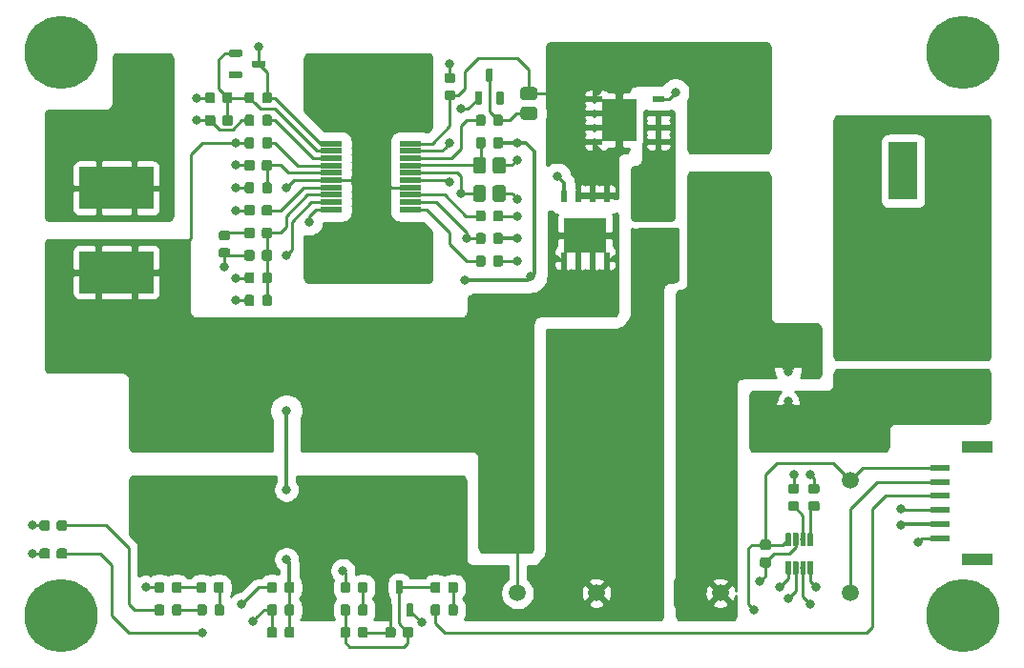
<source format=gtl>
G04 #@! TF.GenerationSoftware,KiCad,Pcbnew,(5.1.0-0)*
G04 #@! TF.CreationDate,2019-04-04T11:20:21+10:30*
G04 #@! TF.ProjectId,wide-input-reg,77696465-2d69-46e7-9075-742d7265672e,rev?*
G04 #@! TF.SameCoordinates,Original*
G04 #@! TF.FileFunction,Copper,L1,Top*
G04 #@! TF.FilePolarity,Positive*
%FSLAX46Y46*%
G04 Gerber Fmt 4.6, Leading zero omitted, Abs format (unit mm)*
G04 Created by KiCad (PCBNEW (5.1.0-0)) date 2019-04-04 11:20:21*
%MOMM*%
%LPD*%
G04 APERTURE LIST*
%ADD10R,1.000000X1.000000*%
%ADD11R,4.070000X3.070000*%
%ADD12C,0.100000*%
%ADD13C,0.920000*%
%ADD14C,2.200000*%
%ADD15C,1.400000*%
%ADD16C,1.160000*%
%ADD17C,2.370000*%
%ADD18C,0.610000*%
%ADD19C,0.910000*%
%ADD20R,2.500000X8.000000*%
%ADD21R,2.500000X5.200000*%
%ADD22C,6.500000*%
%ADD23R,3.430000X3.780000*%
%ADD24R,3.300000X2.700000*%
%ADD25O,3.300000X2.700000*%
%ADD26R,3.815000X3.130000*%
%ADD27R,0.510000X1.110000*%
%ADD28R,1.110000X0.510000*%
%ADD29R,3.130000X3.815000*%
%ADD30C,0.850000*%
%ADD31C,1.500000*%
%ADD32C,0.480000*%
%ADD33R,1.900000X0.480000*%
%ADD34R,3.000000X4.200000*%
%ADD35R,1.700000X0.600000*%
%ADD36R,2.700000X1.000000*%
%ADD37C,0.800000*%
%ADD38C,0.250000*%
%ADD39C,0.350000*%
%ADD40C,0.254000*%
G04 APERTURE END LIST*
D10*
X168500000Y-85682000D03*
X168500000Y-81618000D03*
D11*
X168500000Y-86800000D03*
X168500000Y-80500000D03*
D12*
G36*
X135027544Y-105016108D02*
G01*
X135049871Y-105019419D01*
X135071765Y-105024904D01*
X135093017Y-105032508D01*
X135113421Y-105042158D01*
X135132781Y-105053762D01*
X135150910Y-105067208D01*
X135167635Y-105082365D01*
X135182792Y-105099090D01*
X135196238Y-105117219D01*
X135207842Y-105136579D01*
X135217492Y-105156983D01*
X135225096Y-105178235D01*
X135230581Y-105200129D01*
X135233892Y-105222456D01*
X135235000Y-105245000D01*
X135235000Y-105755000D01*
X135233892Y-105777544D01*
X135230581Y-105799871D01*
X135225096Y-105821765D01*
X135217492Y-105843017D01*
X135207842Y-105863421D01*
X135196238Y-105882781D01*
X135182792Y-105900910D01*
X135167635Y-105917635D01*
X135150910Y-105932792D01*
X135132781Y-105946238D01*
X135113421Y-105957842D01*
X135093017Y-105967492D01*
X135071765Y-105975096D01*
X135049871Y-105980581D01*
X135027544Y-105983892D01*
X135005000Y-105985000D01*
X134545000Y-105985000D01*
X134522456Y-105983892D01*
X134500129Y-105980581D01*
X134478235Y-105975096D01*
X134456983Y-105967492D01*
X134436579Y-105957842D01*
X134417219Y-105946238D01*
X134399090Y-105932792D01*
X134382365Y-105917635D01*
X134367208Y-105900910D01*
X134353762Y-105882781D01*
X134342158Y-105863421D01*
X134332508Y-105843017D01*
X134324904Y-105821765D01*
X134319419Y-105799871D01*
X134316108Y-105777544D01*
X134315000Y-105755000D01*
X134315000Y-105245000D01*
X134316108Y-105222456D01*
X134319419Y-105200129D01*
X134324904Y-105178235D01*
X134332508Y-105156983D01*
X134342158Y-105136579D01*
X134353762Y-105117219D01*
X134367208Y-105099090D01*
X134382365Y-105082365D01*
X134399090Y-105067208D01*
X134417219Y-105053762D01*
X134436579Y-105042158D01*
X134456983Y-105032508D01*
X134478235Y-105024904D01*
X134500129Y-105019419D01*
X134522456Y-105016108D01*
X134545000Y-105015000D01*
X135005000Y-105015000D01*
X135027544Y-105016108D01*
X135027544Y-105016108D01*
G37*
D13*
X134775000Y-105500000D03*
D12*
G36*
X133477544Y-105016108D02*
G01*
X133499871Y-105019419D01*
X133521765Y-105024904D01*
X133543017Y-105032508D01*
X133563421Y-105042158D01*
X133582781Y-105053762D01*
X133600910Y-105067208D01*
X133617635Y-105082365D01*
X133632792Y-105099090D01*
X133646238Y-105117219D01*
X133657842Y-105136579D01*
X133667492Y-105156983D01*
X133675096Y-105178235D01*
X133680581Y-105200129D01*
X133683892Y-105222456D01*
X133685000Y-105245000D01*
X133685000Y-105755000D01*
X133683892Y-105777544D01*
X133680581Y-105799871D01*
X133675096Y-105821765D01*
X133667492Y-105843017D01*
X133657842Y-105863421D01*
X133646238Y-105882781D01*
X133632792Y-105900910D01*
X133617635Y-105917635D01*
X133600910Y-105932792D01*
X133582781Y-105946238D01*
X133563421Y-105957842D01*
X133543017Y-105967492D01*
X133521765Y-105975096D01*
X133499871Y-105980581D01*
X133477544Y-105983892D01*
X133455000Y-105985000D01*
X132995000Y-105985000D01*
X132972456Y-105983892D01*
X132950129Y-105980581D01*
X132928235Y-105975096D01*
X132906983Y-105967492D01*
X132886579Y-105957842D01*
X132867219Y-105946238D01*
X132849090Y-105932792D01*
X132832365Y-105917635D01*
X132817208Y-105900910D01*
X132803762Y-105882781D01*
X132792158Y-105863421D01*
X132782508Y-105843017D01*
X132774904Y-105821765D01*
X132769419Y-105799871D01*
X132766108Y-105777544D01*
X132765000Y-105755000D01*
X132765000Y-105245000D01*
X132766108Y-105222456D01*
X132769419Y-105200129D01*
X132774904Y-105178235D01*
X132782508Y-105156983D01*
X132792158Y-105136579D01*
X132803762Y-105117219D01*
X132817208Y-105099090D01*
X132832365Y-105082365D01*
X132849090Y-105067208D01*
X132867219Y-105053762D01*
X132886579Y-105042158D01*
X132906983Y-105032508D01*
X132928235Y-105024904D01*
X132950129Y-105019419D01*
X132972456Y-105016108D01*
X132995000Y-105015000D01*
X133455000Y-105015000D01*
X133477544Y-105016108D01*
X133477544Y-105016108D01*
G37*
D13*
X133225000Y-105500000D03*
D12*
G36*
X119103909Y-92652648D02*
G01*
X119157300Y-92660568D01*
X119209657Y-92673683D01*
X119260476Y-92691866D01*
X119309268Y-92714943D01*
X119355564Y-92742692D01*
X119398916Y-92774844D01*
X119438909Y-92811091D01*
X119475156Y-92851084D01*
X119507308Y-92894436D01*
X119535057Y-92940732D01*
X119558134Y-92989524D01*
X119576317Y-93040343D01*
X119589432Y-93092700D01*
X119597352Y-93146091D01*
X119600000Y-93200000D01*
X119600000Y-98150000D01*
X119597352Y-98203909D01*
X119589432Y-98257300D01*
X119576317Y-98309657D01*
X119558134Y-98360476D01*
X119535057Y-98409268D01*
X119507308Y-98455564D01*
X119475156Y-98498916D01*
X119438909Y-98538909D01*
X119398916Y-98575156D01*
X119355564Y-98607308D01*
X119309268Y-98635057D01*
X119260476Y-98658134D01*
X119209657Y-98676317D01*
X119157300Y-98689432D01*
X119103909Y-98697352D01*
X119050000Y-98700000D01*
X117950000Y-98700000D01*
X117896091Y-98697352D01*
X117842700Y-98689432D01*
X117790343Y-98676317D01*
X117739524Y-98658134D01*
X117690732Y-98635057D01*
X117644436Y-98607308D01*
X117601084Y-98575156D01*
X117561091Y-98538909D01*
X117524844Y-98498916D01*
X117492692Y-98455564D01*
X117464943Y-98409268D01*
X117441866Y-98360476D01*
X117423683Y-98309657D01*
X117410568Y-98257300D01*
X117402648Y-98203909D01*
X117400000Y-98150000D01*
X117400000Y-93200000D01*
X117402648Y-93146091D01*
X117410568Y-93092700D01*
X117423683Y-93040343D01*
X117441866Y-92989524D01*
X117464943Y-92940732D01*
X117492692Y-92894436D01*
X117524844Y-92851084D01*
X117561091Y-92811091D01*
X117601084Y-92774844D01*
X117644436Y-92742692D01*
X117690732Y-92714943D01*
X117739524Y-92691866D01*
X117790343Y-92673683D01*
X117842700Y-92660568D01*
X117896091Y-92652648D01*
X117950000Y-92650000D01*
X119050000Y-92650000D01*
X119103909Y-92652648D01*
X119103909Y-92652648D01*
G37*
D14*
X118500000Y-95675000D03*
D12*
G36*
X119103909Y-82302648D02*
G01*
X119157300Y-82310568D01*
X119209657Y-82323683D01*
X119260476Y-82341866D01*
X119309268Y-82364943D01*
X119355564Y-82392692D01*
X119398916Y-82424844D01*
X119438909Y-82461091D01*
X119475156Y-82501084D01*
X119507308Y-82544436D01*
X119535057Y-82590732D01*
X119558134Y-82639524D01*
X119576317Y-82690343D01*
X119589432Y-82742700D01*
X119597352Y-82796091D01*
X119600000Y-82850000D01*
X119600000Y-87800000D01*
X119597352Y-87853909D01*
X119589432Y-87907300D01*
X119576317Y-87959657D01*
X119558134Y-88010476D01*
X119535057Y-88059268D01*
X119507308Y-88105564D01*
X119475156Y-88148916D01*
X119438909Y-88188909D01*
X119398916Y-88225156D01*
X119355564Y-88257308D01*
X119309268Y-88285057D01*
X119260476Y-88308134D01*
X119209657Y-88326317D01*
X119157300Y-88339432D01*
X119103909Y-88347352D01*
X119050000Y-88350000D01*
X117950000Y-88350000D01*
X117896091Y-88347352D01*
X117842700Y-88339432D01*
X117790343Y-88326317D01*
X117739524Y-88308134D01*
X117690732Y-88285057D01*
X117644436Y-88257308D01*
X117601084Y-88225156D01*
X117561091Y-88188909D01*
X117524844Y-88148916D01*
X117492692Y-88105564D01*
X117464943Y-88059268D01*
X117441866Y-88010476D01*
X117423683Y-87959657D01*
X117410568Y-87907300D01*
X117402648Y-87853909D01*
X117400000Y-87800000D01*
X117400000Y-82850000D01*
X117402648Y-82796091D01*
X117410568Y-82742700D01*
X117423683Y-82690343D01*
X117441866Y-82639524D01*
X117464943Y-82590732D01*
X117492692Y-82544436D01*
X117524844Y-82501084D01*
X117561091Y-82461091D01*
X117601084Y-82424844D01*
X117644436Y-82392692D01*
X117690732Y-82364943D01*
X117739524Y-82341866D01*
X117790343Y-82323683D01*
X117842700Y-82310568D01*
X117896091Y-82302648D01*
X117950000Y-82300000D01*
X119050000Y-82300000D01*
X119103909Y-82302648D01*
X119103909Y-82302648D01*
G37*
D14*
X118500000Y-85325000D03*
D12*
G36*
X135103909Y-82302648D02*
G01*
X135157300Y-82310568D01*
X135209657Y-82323683D01*
X135260476Y-82341866D01*
X135309268Y-82364943D01*
X135355564Y-82392692D01*
X135398916Y-82424844D01*
X135438909Y-82461091D01*
X135475156Y-82501084D01*
X135507308Y-82544436D01*
X135535057Y-82590732D01*
X135558134Y-82639524D01*
X135576317Y-82690343D01*
X135589432Y-82742700D01*
X135597352Y-82796091D01*
X135600000Y-82850000D01*
X135600000Y-87800000D01*
X135597352Y-87853909D01*
X135589432Y-87907300D01*
X135576317Y-87959657D01*
X135558134Y-88010476D01*
X135535057Y-88059268D01*
X135507308Y-88105564D01*
X135475156Y-88148916D01*
X135438909Y-88188909D01*
X135398916Y-88225156D01*
X135355564Y-88257308D01*
X135309268Y-88285057D01*
X135260476Y-88308134D01*
X135209657Y-88326317D01*
X135157300Y-88339432D01*
X135103909Y-88347352D01*
X135050000Y-88350000D01*
X133950000Y-88350000D01*
X133896091Y-88347352D01*
X133842700Y-88339432D01*
X133790343Y-88326317D01*
X133739524Y-88308134D01*
X133690732Y-88285057D01*
X133644436Y-88257308D01*
X133601084Y-88225156D01*
X133561091Y-88188909D01*
X133524844Y-88148916D01*
X133492692Y-88105564D01*
X133464943Y-88059268D01*
X133441866Y-88010476D01*
X133423683Y-87959657D01*
X133410568Y-87907300D01*
X133402648Y-87853909D01*
X133400000Y-87800000D01*
X133400000Y-82850000D01*
X133402648Y-82796091D01*
X133410568Y-82742700D01*
X133423683Y-82690343D01*
X133441866Y-82639524D01*
X133464943Y-82590732D01*
X133492692Y-82544436D01*
X133524844Y-82501084D01*
X133561091Y-82461091D01*
X133601084Y-82424844D01*
X133644436Y-82392692D01*
X133690732Y-82364943D01*
X133739524Y-82341866D01*
X133790343Y-82323683D01*
X133842700Y-82310568D01*
X133896091Y-82302648D01*
X133950000Y-82300000D01*
X135050000Y-82300000D01*
X135103909Y-82302648D01*
X135103909Y-82302648D01*
G37*
D14*
X134500000Y-85325000D03*
D12*
G36*
X135103909Y-92652648D02*
G01*
X135157300Y-92660568D01*
X135209657Y-92673683D01*
X135260476Y-92691866D01*
X135309268Y-92714943D01*
X135355564Y-92742692D01*
X135398916Y-92774844D01*
X135438909Y-92811091D01*
X135475156Y-92851084D01*
X135507308Y-92894436D01*
X135535057Y-92940732D01*
X135558134Y-92989524D01*
X135576317Y-93040343D01*
X135589432Y-93092700D01*
X135597352Y-93146091D01*
X135600000Y-93200000D01*
X135600000Y-98150000D01*
X135597352Y-98203909D01*
X135589432Y-98257300D01*
X135576317Y-98309657D01*
X135558134Y-98360476D01*
X135535057Y-98409268D01*
X135507308Y-98455564D01*
X135475156Y-98498916D01*
X135438909Y-98538909D01*
X135398916Y-98575156D01*
X135355564Y-98607308D01*
X135309268Y-98635057D01*
X135260476Y-98658134D01*
X135209657Y-98676317D01*
X135157300Y-98689432D01*
X135103909Y-98697352D01*
X135050000Y-98700000D01*
X133950000Y-98700000D01*
X133896091Y-98697352D01*
X133842700Y-98689432D01*
X133790343Y-98676317D01*
X133739524Y-98658134D01*
X133690732Y-98635057D01*
X133644436Y-98607308D01*
X133601084Y-98575156D01*
X133561091Y-98538909D01*
X133524844Y-98498916D01*
X133492692Y-98455564D01*
X133464943Y-98409268D01*
X133441866Y-98360476D01*
X133423683Y-98309657D01*
X133410568Y-98257300D01*
X133402648Y-98203909D01*
X133400000Y-98150000D01*
X133400000Y-93200000D01*
X133402648Y-93146091D01*
X133410568Y-93092700D01*
X133423683Y-93040343D01*
X133441866Y-92989524D01*
X133464943Y-92940732D01*
X133492692Y-92894436D01*
X133524844Y-92851084D01*
X133561091Y-92811091D01*
X133601084Y-92774844D01*
X133644436Y-92742692D01*
X133690732Y-92714943D01*
X133739524Y-92691866D01*
X133790343Y-92673683D01*
X133842700Y-92660568D01*
X133896091Y-92652648D01*
X133950000Y-92650000D01*
X135050000Y-92650000D01*
X135103909Y-92652648D01*
X135103909Y-92652648D01*
G37*
D14*
X134500000Y-95675000D03*
D12*
G36*
X144884306Y-78746685D02*
G01*
X144918282Y-78751725D01*
X144951600Y-78760071D01*
X144983939Y-78771642D01*
X145014989Y-78786328D01*
X145044450Y-78803986D01*
X145072038Y-78824446D01*
X145097487Y-78847513D01*
X145120554Y-78872962D01*
X145141014Y-78900550D01*
X145158672Y-78930011D01*
X145173358Y-78961061D01*
X145184929Y-78993400D01*
X145193275Y-79026718D01*
X145198315Y-79060694D01*
X145200000Y-79095000D01*
X145200000Y-81905000D01*
X145198315Y-81939306D01*
X145193275Y-81973282D01*
X145184929Y-82006600D01*
X145173358Y-82038939D01*
X145158672Y-82069989D01*
X145141014Y-82099450D01*
X145120554Y-82127038D01*
X145097487Y-82152487D01*
X145072038Y-82175554D01*
X145044450Y-82196014D01*
X145014989Y-82213672D01*
X144983939Y-82228358D01*
X144951600Y-82239929D01*
X144918282Y-82248275D01*
X144884306Y-82253315D01*
X144850000Y-82255000D01*
X144150000Y-82255000D01*
X144115694Y-82253315D01*
X144081718Y-82248275D01*
X144048400Y-82239929D01*
X144016061Y-82228358D01*
X143985011Y-82213672D01*
X143955550Y-82196014D01*
X143927962Y-82175554D01*
X143902513Y-82152487D01*
X143879446Y-82127038D01*
X143858986Y-82099450D01*
X143841328Y-82069989D01*
X143826642Y-82038939D01*
X143815071Y-82006600D01*
X143806725Y-81973282D01*
X143801685Y-81939306D01*
X143800000Y-81905000D01*
X143800000Y-79095000D01*
X143801685Y-79060694D01*
X143806725Y-79026718D01*
X143815071Y-78993400D01*
X143826642Y-78961061D01*
X143841328Y-78930011D01*
X143858986Y-78900550D01*
X143879446Y-78872962D01*
X143902513Y-78847513D01*
X143927962Y-78824446D01*
X143955550Y-78803986D01*
X143985011Y-78786328D01*
X144016061Y-78771642D01*
X144048400Y-78760071D01*
X144081718Y-78751725D01*
X144115694Y-78746685D01*
X144150000Y-78745000D01*
X144850000Y-78745000D01*
X144884306Y-78746685D01*
X144884306Y-78746685D01*
G37*
D15*
X144500000Y-80500000D03*
D12*
G36*
X148994306Y-78746685D02*
G01*
X149028282Y-78751725D01*
X149061600Y-78760071D01*
X149093939Y-78771642D01*
X149124989Y-78786328D01*
X149154450Y-78803986D01*
X149182038Y-78824446D01*
X149207487Y-78847513D01*
X149230554Y-78872962D01*
X149251014Y-78900550D01*
X149268672Y-78930011D01*
X149283358Y-78961061D01*
X149294929Y-78993400D01*
X149303275Y-79026718D01*
X149308315Y-79060694D01*
X149310000Y-79095000D01*
X149310000Y-81905000D01*
X149308315Y-81939306D01*
X149303275Y-81973282D01*
X149294929Y-82006600D01*
X149283358Y-82038939D01*
X149268672Y-82069989D01*
X149251014Y-82099450D01*
X149230554Y-82127038D01*
X149207487Y-82152487D01*
X149182038Y-82175554D01*
X149154450Y-82196014D01*
X149124989Y-82213672D01*
X149093939Y-82228358D01*
X149061600Y-82239929D01*
X149028282Y-82248275D01*
X148994306Y-82253315D01*
X148960000Y-82255000D01*
X148260000Y-82255000D01*
X148225694Y-82253315D01*
X148191718Y-82248275D01*
X148158400Y-82239929D01*
X148126061Y-82228358D01*
X148095011Y-82213672D01*
X148065550Y-82196014D01*
X148037962Y-82175554D01*
X148012513Y-82152487D01*
X147989446Y-82127038D01*
X147968986Y-82099450D01*
X147951328Y-82069989D01*
X147936642Y-82038939D01*
X147925071Y-82006600D01*
X147916725Y-81973282D01*
X147911685Y-81939306D01*
X147910000Y-81905000D01*
X147910000Y-79095000D01*
X147911685Y-79060694D01*
X147916725Y-79026718D01*
X147925071Y-78993400D01*
X147936642Y-78961061D01*
X147951328Y-78930011D01*
X147968986Y-78900550D01*
X147989446Y-78872962D01*
X148012513Y-78847513D01*
X148037962Y-78824446D01*
X148065550Y-78803986D01*
X148095011Y-78786328D01*
X148126061Y-78771642D01*
X148158400Y-78760071D01*
X148191718Y-78751725D01*
X148225694Y-78746685D01*
X148260000Y-78745000D01*
X148960000Y-78745000D01*
X148994306Y-78746685D01*
X148994306Y-78746685D01*
G37*
D15*
X148610000Y-80500000D03*
D12*
G36*
X148994306Y-83746685D02*
G01*
X149028282Y-83751725D01*
X149061600Y-83760071D01*
X149093939Y-83771642D01*
X149124989Y-83786328D01*
X149154450Y-83803986D01*
X149182038Y-83824446D01*
X149207487Y-83847513D01*
X149230554Y-83872962D01*
X149251014Y-83900550D01*
X149268672Y-83930011D01*
X149283358Y-83961061D01*
X149294929Y-83993400D01*
X149303275Y-84026718D01*
X149308315Y-84060694D01*
X149310000Y-84095000D01*
X149310000Y-86905000D01*
X149308315Y-86939306D01*
X149303275Y-86973282D01*
X149294929Y-87006600D01*
X149283358Y-87038939D01*
X149268672Y-87069989D01*
X149251014Y-87099450D01*
X149230554Y-87127038D01*
X149207487Y-87152487D01*
X149182038Y-87175554D01*
X149154450Y-87196014D01*
X149124989Y-87213672D01*
X149093939Y-87228358D01*
X149061600Y-87239929D01*
X149028282Y-87248275D01*
X148994306Y-87253315D01*
X148960000Y-87255000D01*
X148260000Y-87255000D01*
X148225694Y-87253315D01*
X148191718Y-87248275D01*
X148158400Y-87239929D01*
X148126061Y-87228358D01*
X148095011Y-87213672D01*
X148065550Y-87196014D01*
X148037962Y-87175554D01*
X148012513Y-87152487D01*
X147989446Y-87127038D01*
X147968986Y-87099450D01*
X147951328Y-87069989D01*
X147936642Y-87038939D01*
X147925071Y-87006600D01*
X147916725Y-86973282D01*
X147911685Y-86939306D01*
X147910000Y-86905000D01*
X147910000Y-84095000D01*
X147911685Y-84060694D01*
X147916725Y-84026718D01*
X147925071Y-83993400D01*
X147936642Y-83961061D01*
X147951328Y-83930011D01*
X147968986Y-83900550D01*
X147989446Y-83872962D01*
X148012513Y-83847513D01*
X148037962Y-83824446D01*
X148065550Y-83803986D01*
X148095011Y-83786328D01*
X148126061Y-83771642D01*
X148158400Y-83760071D01*
X148191718Y-83751725D01*
X148225694Y-83746685D01*
X148260000Y-83745000D01*
X148960000Y-83745000D01*
X148994306Y-83746685D01*
X148994306Y-83746685D01*
G37*
D15*
X148610000Y-85500000D03*
D12*
G36*
X144884306Y-83746685D02*
G01*
X144918282Y-83751725D01*
X144951600Y-83760071D01*
X144983939Y-83771642D01*
X145014989Y-83786328D01*
X145044450Y-83803986D01*
X145072038Y-83824446D01*
X145097487Y-83847513D01*
X145120554Y-83872962D01*
X145141014Y-83900550D01*
X145158672Y-83930011D01*
X145173358Y-83961061D01*
X145184929Y-83993400D01*
X145193275Y-84026718D01*
X145198315Y-84060694D01*
X145200000Y-84095000D01*
X145200000Y-86905000D01*
X145198315Y-86939306D01*
X145193275Y-86973282D01*
X145184929Y-87006600D01*
X145173358Y-87038939D01*
X145158672Y-87069989D01*
X145141014Y-87099450D01*
X145120554Y-87127038D01*
X145097487Y-87152487D01*
X145072038Y-87175554D01*
X145044450Y-87196014D01*
X145014989Y-87213672D01*
X144983939Y-87228358D01*
X144951600Y-87239929D01*
X144918282Y-87248275D01*
X144884306Y-87253315D01*
X144850000Y-87255000D01*
X144150000Y-87255000D01*
X144115694Y-87253315D01*
X144081718Y-87248275D01*
X144048400Y-87239929D01*
X144016061Y-87228358D01*
X143985011Y-87213672D01*
X143955550Y-87196014D01*
X143927962Y-87175554D01*
X143902513Y-87152487D01*
X143879446Y-87127038D01*
X143858986Y-87099450D01*
X143841328Y-87069989D01*
X143826642Y-87038939D01*
X143815071Y-87006600D01*
X143806725Y-86973282D01*
X143801685Y-86939306D01*
X143800000Y-86905000D01*
X143800000Y-84095000D01*
X143801685Y-84060694D01*
X143806725Y-84026718D01*
X143815071Y-83993400D01*
X143826642Y-83961061D01*
X143841328Y-83930011D01*
X143858986Y-83900550D01*
X143879446Y-83872962D01*
X143902513Y-83847513D01*
X143927962Y-83824446D01*
X143955550Y-83803986D01*
X143985011Y-83786328D01*
X144016061Y-83771642D01*
X144048400Y-83760071D01*
X144081718Y-83751725D01*
X144115694Y-83746685D01*
X144150000Y-83745000D01*
X144850000Y-83745000D01*
X144884306Y-83746685D01*
X144884306Y-83746685D01*
G37*
D15*
X144500000Y-85500000D03*
D12*
G36*
X144829306Y-88746685D02*
G01*
X144863282Y-88751725D01*
X144896600Y-88760071D01*
X144928939Y-88771642D01*
X144959989Y-88786328D01*
X144989450Y-88803986D01*
X145017038Y-88824446D01*
X145042487Y-88847513D01*
X145065554Y-88872962D01*
X145086014Y-88900550D01*
X145103672Y-88930011D01*
X145118358Y-88961061D01*
X145129929Y-88993400D01*
X145138275Y-89026718D01*
X145143315Y-89060694D01*
X145145000Y-89095000D01*
X145145000Y-91905000D01*
X145143315Y-91939306D01*
X145138275Y-91973282D01*
X145129929Y-92006600D01*
X145118358Y-92038939D01*
X145103672Y-92069989D01*
X145086014Y-92099450D01*
X145065554Y-92127038D01*
X145042487Y-92152487D01*
X145017038Y-92175554D01*
X144989450Y-92196014D01*
X144959989Y-92213672D01*
X144928939Y-92228358D01*
X144896600Y-92239929D01*
X144863282Y-92248275D01*
X144829306Y-92253315D01*
X144795000Y-92255000D01*
X144095000Y-92255000D01*
X144060694Y-92253315D01*
X144026718Y-92248275D01*
X143993400Y-92239929D01*
X143961061Y-92228358D01*
X143930011Y-92213672D01*
X143900550Y-92196014D01*
X143872962Y-92175554D01*
X143847513Y-92152487D01*
X143824446Y-92127038D01*
X143803986Y-92099450D01*
X143786328Y-92069989D01*
X143771642Y-92038939D01*
X143760071Y-92006600D01*
X143751725Y-91973282D01*
X143746685Y-91939306D01*
X143745000Y-91905000D01*
X143745000Y-89095000D01*
X143746685Y-89060694D01*
X143751725Y-89026718D01*
X143760071Y-88993400D01*
X143771642Y-88961061D01*
X143786328Y-88930011D01*
X143803986Y-88900550D01*
X143824446Y-88872962D01*
X143847513Y-88847513D01*
X143872962Y-88824446D01*
X143900550Y-88803986D01*
X143930011Y-88786328D01*
X143961061Y-88771642D01*
X143993400Y-88760071D01*
X144026718Y-88751725D01*
X144060694Y-88746685D01*
X144095000Y-88745000D01*
X144795000Y-88745000D01*
X144829306Y-88746685D01*
X144829306Y-88746685D01*
G37*
D15*
X144445000Y-90500000D03*
D12*
G36*
X148939306Y-88746685D02*
G01*
X148973282Y-88751725D01*
X149006600Y-88760071D01*
X149038939Y-88771642D01*
X149069989Y-88786328D01*
X149099450Y-88803986D01*
X149127038Y-88824446D01*
X149152487Y-88847513D01*
X149175554Y-88872962D01*
X149196014Y-88900550D01*
X149213672Y-88930011D01*
X149228358Y-88961061D01*
X149239929Y-88993400D01*
X149248275Y-89026718D01*
X149253315Y-89060694D01*
X149255000Y-89095000D01*
X149255000Y-91905000D01*
X149253315Y-91939306D01*
X149248275Y-91973282D01*
X149239929Y-92006600D01*
X149228358Y-92038939D01*
X149213672Y-92069989D01*
X149196014Y-92099450D01*
X149175554Y-92127038D01*
X149152487Y-92152487D01*
X149127038Y-92175554D01*
X149099450Y-92196014D01*
X149069989Y-92213672D01*
X149038939Y-92228358D01*
X149006600Y-92239929D01*
X148973282Y-92248275D01*
X148939306Y-92253315D01*
X148905000Y-92255000D01*
X148205000Y-92255000D01*
X148170694Y-92253315D01*
X148136718Y-92248275D01*
X148103400Y-92239929D01*
X148071061Y-92228358D01*
X148040011Y-92213672D01*
X148010550Y-92196014D01*
X147982962Y-92175554D01*
X147957513Y-92152487D01*
X147934446Y-92127038D01*
X147913986Y-92099450D01*
X147896328Y-92069989D01*
X147881642Y-92038939D01*
X147870071Y-92006600D01*
X147861725Y-91973282D01*
X147856685Y-91939306D01*
X147855000Y-91905000D01*
X147855000Y-89095000D01*
X147856685Y-89060694D01*
X147861725Y-89026718D01*
X147870071Y-88993400D01*
X147881642Y-88961061D01*
X147896328Y-88930011D01*
X147913986Y-88900550D01*
X147934446Y-88872962D01*
X147957513Y-88847513D01*
X147982962Y-88824446D01*
X148010550Y-88803986D01*
X148040011Y-88786328D01*
X148071061Y-88771642D01*
X148103400Y-88760071D01*
X148136718Y-88751725D01*
X148170694Y-88746685D01*
X148205000Y-88745000D01*
X148905000Y-88745000D01*
X148939306Y-88746685D01*
X148939306Y-88746685D01*
G37*
D15*
X148555000Y-90500000D03*
D12*
G36*
X148939306Y-93746685D02*
G01*
X148973282Y-93751725D01*
X149006600Y-93760071D01*
X149038939Y-93771642D01*
X149069989Y-93786328D01*
X149099450Y-93803986D01*
X149127038Y-93824446D01*
X149152487Y-93847513D01*
X149175554Y-93872962D01*
X149196014Y-93900550D01*
X149213672Y-93930011D01*
X149228358Y-93961061D01*
X149239929Y-93993400D01*
X149248275Y-94026718D01*
X149253315Y-94060694D01*
X149255000Y-94095000D01*
X149255000Y-96905000D01*
X149253315Y-96939306D01*
X149248275Y-96973282D01*
X149239929Y-97006600D01*
X149228358Y-97038939D01*
X149213672Y-97069989D01*
X149196014Y-97099450D01*
X149175554Y-97127038D01*
X149152487Y-97152487D01*
X149127038Y-97175554D01*
X149099450Y-97196014D01*
X149069989Y-97213672D01*
X149038939Y-97228358D01*
X149006600Y-97239929D01*
X148973282Y-97248275D01*
X148939306Y-97253315D01*
X148905000Y-97255000D01*
X148205000Y-97255000D01*
X148170694Y-97253315D01*
X148136718Y-97248275D01*
X148103400Y-97239929D01*
X148071061Y-97228358D01*
X148040011Y-97213672D01*
X148010550Y-97196014D01*
X147982962Y-97175554D01*
X147957513Y-97152487D01*
X147934446Y-97127038D01*
X147913986Y-97099450D01*
X147896328Y-97069989D01*
X147881642Y-97038939D01*
X147870071Y-97006600D01*
X147861725Y-96973282D01*
X147856685Y-96939306D01*
X147855000Y-96905000D01*
X147855000Y-94095000D01*
X147856685Y-94060694D01*
X147861725Y-94026718D01*
X147870071Y-93993400D01*
X147881642Y-93961061D01*
X147896328Y-93930011D01*
X147913986Y-93900550D01*
X147934446Y-93872962D01*
X147957513Y-93847513D01*
X147982962Y-93824446D01*
X148010550Y-93803986D01*
X148040011Y-93786328D01*
X148071061Y-93771642D01*
X148103400Y-93760071D01*
X148136718Y-93751725D01*
X148170694Y-93746685D01*
X148205000Y-93745000D01*
X148905000Y-93745000D01*
X148939306Y-93746685D01*
X148939306Y-93746685D01*
G37*
D15*
X148555000Y-95500000D03*
D12*
G36*
X144829306Y-93746685D02*
G01*
X144863282Y-93751725D01*
X144896600Y-93760071D01*
X144928939Y-93771642D01*
X144959989Y-93786328D01*
X144989450Y-93803986D01*
X145017038Y-93824446D01*
X145042487Y-93847513D01*
X145065554Y-93872962D01*
X145086014Y-93900550D01*
X145103672Y-93930011D01*
X145118358Y-93961061D01*
X145129929Y-93993400D01*
X145138275Y-94026718D01*
X145143315Y-94060694D01*
X145145000Y-94095000D01*
X145145000Y-96905000D01*
X145143315Y-96939306D01*
X145138275Y-96973282D01*
X145129929Y-97006600D01*
X145118358Y-97038939D01*
X145103672Y-97069989D01*
X145086014Y-97099450D01*
X145065554Y-97127038D01*
X145042487Y-97152487D01*
X145017038Y-97175554D01*
X144989450Y-97196014D01*
X144959989Y-97213672D01*
X144928939Y-97228358D01*
X144896600Y-97239929D01*
X144863282Y-97248275D01*
X144829306Y-97253315D01*
X144795000Y-97255000D01*
X144095000Y-97255000D01*
X144060694Y-97253315D01*
X144026718Y-97248275D01*
X143993400Y-97239929D01*
X143961061Y-97228358D01*
X143930011Y-97213672D01*
X143900550Y-97196014D01*
X143872962Y-97175554D01*
X143847513Y-97152487D01*
X143824446Y-97127038D01*
X143803986Y-97099450D01*
X143786328Y-97069989D01*
X143771642Y-97038939D01*
X143760071Y-97006600D01*
X143751725Y-96973282D01*
X143746685Y-96939306D01*
X143745000Y-96905000D01*
X143745000Y-94095000D01*
X143746685Y-94060694D01*
X143751725Y-94026718D01*
X143760071Y-93993400D01*
X143771642Y-93961061D01*
X143786328Y-93930011D01*
X143803986Y-93900550D01*
X143824446Y-93872962D01*
X143847513Y-93847513D01*
X143872962Y-93824446D01*
X143900550Y-93803986D01*
X143930011Y-93786328D01*
X143961061Y-93771642D01*
X143993400Y-93760071D01*
X144026718Y-93751725D01*
X144060694Y-93746685D01*
X144095000Y-93745000D01*
X144795000Y-93745000D01*
X144829306Y-93746685D01*
X144829306Y-93746685D01*
G37*
D15*
X144445000Y-95500000D03*
D12*
G36*
X166777544Y-98816108D02*
G01*
X166799871Y-98819419D01*
X166821765Y-98824904D01*
X166843017Y-98832508D01*
X166863421Y-98842158D01*
X166882781Y-98853762D01*
X166900910Y-98867208D01*
X166917635Y-98882365D01*
X166932792Y-98899090D01*
X166946238Y-98917219D01*
X166957842Y-98936579D01*
X166967492Y-98956983D01*
X166975096Y-98978235D01*
X166980581Y-99000129D01*
X166983892Y-99022456D01*
X166985000Y-99045000D01*
X166985000Y-99505000D01*
X166983892Y-99527544D01*
X166980581Y-99549871D01*
X166975096Y-99571765D01*
X166967492Y-99593017D01*
X166957842Y-99613421D01*
X166946238Y-99632781D01*
X166932792Y-99650910D01*
X166917635Y-99667635D01*
X166900910Y-99682792D01*
X166882781Y-99696238D01*
X166863421Y-99707842D01*
X166843017Y-99717492D01*
X166821765Y-99725096D01*
X166799871Y-99730581D01*
X166777544Y-99733892D01*
X166755000Y-99735000D01*
X166245000Y-99735000D01*
X166222456Y-99733892D01*
X166200129Y-99730581D01*
X166178235Y-99725096D01*
X166156983Y-99717492D01*
X166136579Y-99707842D01*
X166117219Y-99696238D01*
X166099090Y-99682792D01*
X166082365Y-99667635D01*
X166067208Y-99650910D01*
X166053762Y-99632781D01*
X166042158Y-99613421D01*
X166032508Y-99593017D01*
X166024904Y-99571765D01*
X166019419Y-99549871D01*
X166016108Y-99527544D01*
X166015000Y-99505000D01*
X166015000Y-99045000D01*
X166016108Y-99022456D01*
X166019419Y-99000129D01*
X166024904Y-98978235D01*
X166032508Y-98956983D01*
X166042158Y-98936579D01*
X166053762Y-98917219D01*
X166067208Y-98899090D01*
X166082365Y-98882365D01*
X166099090Y-98867208D01*
X166117219Y-98853762D01*
X166136579Y-98842158D01*
X166156983Y-98832508D01*
X166178235Y-98824904D01*
X166200129Y-98819419D01*
X166222456Y-98816108D01*
X166245000Y-98815000D01*
X166755000Y-98815000D01*
X166777544Y-98816108D01*
X166777544Y-98816108D01*
G37*
D13*
X166500000Y-99275000D03*
D12*
G36*
X166777544Y-97266108D02*
G01*
X166799871Y-97269419D01*
X166821765Y-97274904D01*
X166843017Y-97282508D01*
X166863421Y-97292158D01*
X166882781Y-97303762D01*
X166900910Y-97317208D01*
X166917635Y-97332365D01*
X166932792Y-97349090D01*
X166946238Y-97367219D01*
X166957842Y-97386579D01*
X166967492Y-97406983D01*
X166975096Y-97428235D01*
X166980581Y-97450129D01*
X166983892Y-97472456D01*
X166985000Y-97495000D01*
X166985000Y-97955000D01*
X166983892Y-97977544D01*
X166980581Y-97999871D01*
X166975096Y-98021765D01*
X166967492Y-98043017D01*
X166957842Y-98063421D01*
X166946238Y-98082781D01*
X166932792Y-98100910D01*
X166917635Y-98117635D01*
X166900910Y-98132792D01*
X166882781Y-98146238D01*
X166863421Y-98157842D01*
X166843017Y-98167492D01*
X166821765Y-98175096D01*
X166799871Y-98180581D01*
X166777544Y-98183892D01*
X166755000Y-98185000D01*
X166245000Y-98185000D01*
X166222456Y-98183892D01*
X166200129Y-98180581D01*
X166178235Y-98175096D01*
X166156983Y-98167492D01*
X166136579Y-98157842D01*
X166117219Y-98146238D01*
X166099090Y-98132792D01*
X166082365Y-98117635D01*
X166067208Y-98100910D01*
X166053762Y-98082781D01*
X166042158Y-98063421D01*
X166032508Y-98043017D01*
X166024904Y-98021765D01*
X166019419Y-97999871D01*
X166016108Y-97977544D01*
X166015000Y-97955000D01*
X166015000Y-97495000D01*
X166016108Y-97472456D01*
X166019419Y-97450129D01*
X166024904Y-97428235D01*
X166032508Y-97406983D01*
X166042158Y-97386579D01*
X166053762Y-97367219D01*
X166067208Y-97349090D01*
X166082365Y-97332365D01*
X166099090Y-97317208D01*
X166117219Y-97303762D01*
X166136579Y-97292158D01*
X166156983Y-97282508D01*
X166178235Y-97274904D01*
X166200129Y-97269419D01*
X166222456Y-97266108D01*
X166245000Y-97265000D01*
X166755000Y-97265000D01*
X166777544Y-97266108D01*
X166777544Y-97266108D01*
G37*
D13*
X166500000Y-97725000D03*
D12*
G36*
X120977544Y-71516108D02*
G01*
X120999871Y-71519419D01*
X121021765Y-71524904D01*
X121043017Y-71532508D01*
X121063421Y-71542158D01*
X121082781Y-71553762D01*
X121100910Y-71567208D01*
X121117635Y-71582365D01*
X121132792Y-71599090D01*
X121146238Y-71617219D01*
X121157842Y-71636579D01*
X121167492Y-71656983D01*
X121175096Y-71678235D01*
X121180581Y-71700129D01*
X121183892Y-71722456D01*
X121185000Y-71745000D01*
X121185000Y-72255000D01*
X121183892Y-72277544D01*
X121180581Y-72299871D01*
X121175096Y-72321765D01*
X121167492Y-72343017D01*
X121157842Y-72363421D01*
X121146238Y-72382781D01*
X121132792Y-72400910D01*
X121117635Y-72417635D01*
X121100910Y-72432792D01*
X121082781Y-72446238D01*
X121063421Y-72457842D01*
X121043017Y-72467492D01*
X121021765Y-72475096D01*
X120999871Y-72480581D01*
X120977544Y-72483892D01*
X120955000Y-72485000D01*
X120495000Y-72485000D01*
X120472456Y-72483892D01*
X120450129Y-72480581D01*
X120428235Y-72475096D01*
X120406983Y-72467492D01*
X120386579Y-72457842D01*
X120367219Y-72446238D01*
X120349090Y-72432792D01*
X120332365Y-72417635D01*
X120317208Y-72400910D01*
X120303762Y-72382781D01*
X120292158Y-72363421D01*
X120282508Y-72343017D01*
X120274904Y-72321765D01*
X120269419Y-72299871D01*
X120266108Y-72277544D01*
X120265000Y-72255000D01*
X120265000Y-71745000D01*
X120266108Y-71722456D01*
X120269419Y-71700129D01*
X120274904Y-71678235D01*
X120282508Y-71656983D01*
X120292158Y-71636579D01*
X120303762Y-71617219D01*
X120317208Y-71599090D01*
X120332365Y-71582365D01*
X120349090Y-71567208D01*
X120367219Y-71553762D01*
X120386579Y-71542158D01*
X120406983Y-71532508D01*
X120428235Y-71524904D01*
X120450129Y-71519419D01*
X120472456Y-71516108D01*
X120495000Y-71515000D01*
X120955000Y-71515000D01*
X120977544Y-71516108D01*
X120977544Y-71516108D01*
G37*
D13*
X120725000Y-72000000D03*
D12*
G36*
X122527544Y-71516108D02*
G01*
X122549871Y-71519419D01*
X122571765Y-71524904D01*
X122593017Y-71532508D01*
X122613421Y-71542158D01*
X122632781Y-71553762D01*
X122650910Y-71567208D01*
X122667635Y-71582365D01*
X122682792Y-71599090D01*
X122696238Y-71617219D01*
X122707842Y-71636579D01*
X122717492Y-71656983D01*
X122725096Y-71678235D01*
X122730581Y-71700129D01*
X122733892Y-71722456D01*
X122735000Y-71745000D01*
X122735000Y-72255000D01*
X122733892Y-72277544D01*
X122730581Y-72299871D01*
X122725096Y-72321765D01*
X122717492Y-72343017D01*
X122707842Y-72363421D01*
X122696238Y-72382781D01*
X122682792Y-72400910D01*
X122667635Y-72417635D01*
X122650910Y-72432792D01*
X122632781Y-72446238D01*
X122613421Y-72457842D01*
X122593017Y-72467492D01*
X122571765Y-72475096D01*
X122549871Y-72480581D01*
X122527544Y-72483892D01*
X122505000Y-72485000D01*
X122045000Y-72485000D01*
X122022456Y-72483892D01*
X122000129Y-72480581D01*
X121978235Y-72475096D01*
X121956983Y-72467492D01*
X121936579Y-72457842D01*
X121917219Y-72446238D01*
X121899090Y-72432792D01*
X121882365Y-72417635D01*
X121867208Y-72400910D01*
X121853762Y-72382781D01*
X121842158Y-72363421D01*
X121832508Y-72343017D01*
X121824904Y-72321765D01*
X121819419Y-72299871D01*
X121816108Y-72277544D01*
X121815000Y-72255000D01*
X121815000Y-71745000D01*
X121816108Y-71722456D01*
X121819419Y-71700129D01*
X121824904Y-71678235D01*
X121832508Y-71656983D01*
X121842158Y-71636579D01*
X121853762Y-71617219D01*
X121867208Y-71599090D01*
X121882365Y-71582365D01*
X121899090Y-71567208D01*
X121917219Y-71553762D01*
X121936579Y-71542158D01*
X121956983Y-71532508D01*
X121978235Y-71524904D01*
X122000129Y-71519419D01*
X122022456Y-71516108D01*
X122045000Y-71515000D01*
X122505000Y-71515000D01*
X122527544Y-71516108D01*
X122527544Y-71516108D01*
G37*
D13*
X122275000Y-72000000D03*
D12*
G36*
X119027544Y-59516108D02*
G01*
X119049871Y-59519419D01*
X119071765Y-59524904D01*
X119093017Y-59532508D01*
X119113421Y-59542158D01*
X119132781Y-59553762D01*
X119150910Y-59567208D01*
X119167635Y-59582365D01*
X119182792Y-59599090D01*
X119196238Y-59617219D01*
X119207842Y-59636579D01*
X119217492Y-59656983D01*
X119225096Y-59678235D01*
X119230581Y-59700129D01*
X119233892Y-59722456D01*
X119235000Y-59745000D01*
X119235000Y-60255000D01*
X119233892Y-60277544D01*
X119230581Y-60299871D01*
X119225096Y-60321765D01*
X119217492Y-60343017D01*
X119207842Y-60363421D01*
X119196238Y-60382781D01*
X119182792Y-60400910D01*
X119167635Y-60417635D01*
X119150910Y-60432792D01*
X119132781Y-60446238D01*
X119113421Y-60457842D01*
X119093017Y-60467492D01*
X119071765Y-60475096D01*
X119049871Y-60480581D01*
X119027544Y-60483892D01*
X119005000Y-60485000D01*
X118545000Y-60485000D01*
X118522456Y-60483892D01*
X118500129Y-60480581D01*
X118478235Y-60475096D01*
X118456983Y-60467492D01*
X118436579Y-60457842D01*
X118417219Y-60446238D01*
X118399090Y-60432792D01*
X118382365Y-60417635D01*
X118367208Y-60400910D01*
X118353762Y-60382781D01*
X118342158Y-60363421D01*
X118332508Y-60343017D01*
X118324904Y-60321765D01*
X118319419Y-60299871D01*
X118316108Y-60277544D01*
X118315000Y-60255000D01*
X118315000Y-59745000D01*
X118316108Y-59722456D01*
X118319419Y-59700129D01*
X118324904Y-59678235D01*
X118332508Y-59656983D01*
X118342158Y-59636579D01*
X118353762Y-59617219D01*
X118367208Y-59599090D01*
X118382365Y-59582365D01*
X118399090Y-59567208D01*
X118417219Y-59553762D01*
X118436579Y-59542158D01*
X118456983Y-59532508D01*
X118478235Y-59524904D01*
X118500129Y-59519419D01*
X118522456Y-59516108D01*
X118545000Y-59515000D01*
X119005000Y-59515000D01*
X119027544Y-59516108D01*
X119027544Y-59516108D01*
G37*
D13*
X118775000Y-60000000D03*
D12*
G36*
X117477544Y-59516108D02*
G01*
X117499871Y-59519419D01*
X117521765Y-59524904D01*
X117543017Y-59532508D01*
X117563421Y-59542158D01*
X117582781Y-59553762D01*
X117600910Y-59567208D01*
X117617635Y-59582365D01*
X117632792Y-59599090D01*
X117646238Y-59617219D01*
X117657842Y-59636579D01*
X117667492Y-59656983D01*
X117675096Y-59678235D01*
X117680581Y-59700129D01*
X117683892Y-59722456D01*
X117685000Y-59745000D01*
X117685000Y-60255000D01*
X117683892Y-60277544D01*
X117680581Y-60299871D01*
X117675096Y-60321765D01*
X117667492Y-60343017D01*
X117657842Y-60363421D01*
X117646238Y-60382781D01*
X117632792Y-60400910D01*
X117617635Y-60417635D01*
X117600910Y-60432792D01*
X117582781Y-60446238D01*
X117563421Y-60457842D01*
X117543017Y-60467492D01*
X117521765Y-60475096D01*
X117499871Y-60480581D01*
X117477544Y-60483892D01*
X117455000Y-60485000D01*
X116995000Y-60485000D01*
X116972456Y-60483892D01*
X116950129Y-60480581D01*
X116928235Y-60475096D01*
X116906983Y-60467492D01*
X116886579Y-60457842D01*
X116867219Y-60446238D01*
X116849090Y-60432792D01*
X116832365Y-60417635D01*
X116817208Y-60400910D01*
X116803762Y-60382781D01*
X116792158Y-60363421D01*
X116782508Y-60343017D01*
X116774904Y-60321765D01*
X116769419Y-60299871D01*
X116766108Y-60277544D01*
X116765000Y-60255000D01*
X116765000Y-59745000D01*
X116766108Y-59722456D01*
X116769419Y-59700129D01*
X116774904Y-59678235D01*
X116782508Y-59656983D01*
X116792158Y-59636579D01*
X116803762Y-59617219D01*
X116817208Y-59599090D01*
X116832365Y-59582365D01*
X116849090Y-59567208D01*
X116867219Y-59553762D01*
X116886579Y-59542158D01*
X116906983Y-59532508D01*
X116928235Y-59524904D01*
X116950129Y-59519419D01*
X116972456Y-59516108D01*
X116995000Y-59515000D01*
X117455000Y-59515000D01*
X117477544Y-59516108D01*
X117477544Y-59516108D01*
G37*
D13*
X117225000Y-60000000D03*
D12*
G36*
X120977544Y-69516108D02*
G01*
X120999871Y-69519419D01*
X121021765Y-69524904D01*
X121043017Y-69532508D01*
X121063421Y-69542158D01*
X121082781Y-69553762D01*
X121100910Y-69567208D01*
X121117635Y-69582365D01*
X121132792Y-69599090D01*
X121146238Y-69617219D01*
X121157842Y-69636579D01*
X121167492Y-69656983D01*
X121175096Y-69678235D01*
X121180581Y-69700129D01*
X121183892Y-69722456D01*
X121185000Y-69745000D01*
X121185000Y-70255000D01*
X121183892Y-70277544D01*
X121180581Y-70299871D01*
X121175096Y-70321765D01*
X121167492Y-70343017D01*
X121157842Y-70363421D01*
X121146238Y-70382781D01*
X121132792Y-70400910D01*
X121117635Y-70417635D01*
X121100910Y-70432792D01*
X121082781Y-70446238D01*
X121063421Y-70457842D01*
X121043017Y-70467492D01*
X121021765Y-70475096D01*
X120999871Y-70480581D01*
X120977544Y-70483892D01*
X120955000Y-70485000D01*
X120495000Y-70485000D01*
X120472456Y-70483892D01*
X120450129Y-70480581D01*
X120428235Y-70475096D01*
X120406983Y-70467492D01*
X120386579Y-70457842D01*
X120367219Y-70446238D01*
X120349090Y-70432792D01*
X120332365Y-70417635D01*
X120317208Y-70400910D01*
X120303762Y-70382781D01*
X120292158Y-70363421D01*
X120282508Y-70343017D01*
X120274904Y-70321765D01*
X120269419Y-70299871D01*
X120266108Y-70277544D01*
X120265000Y-70255000D01*
X120265000Y-69745000D01*
X120266108Y-69722456D01*
X120269419Y-69700129D01*
X120274904Y-69678235D01*
X120282508Y-69656983D01*
X120292158Y-69636579D01*
X120303762Y-69617219D01*
X120317208Y-69599090D01*
X120332365Y-69582365D01*
X120349090Y-69567208D01*
X120367219Y-69553762D01*
X120386579Y-69542158D01*
X120406983Y-69532508D01*
X120428235Y-69524904D01*
X120450129Y-69519419D01*
X120472456Y-69516108D01*
X120495000Y-69515000D01*
X120955000Y-69515000D01*
X120977544Y-69516108D01*
X120977544Y-69516108D01*
G37*
D13*
X120725000Y-70000000D03*
D12*
G36*
X122527544Y-69516108D02*
G01*
X122549871Y-69519419D01*
X122571765Y-69524904D01*
X122593017Y-69532508D01*
X122613421Y-69542158D01*
X122632781Y-69553762D01*
X122650910Y-69567208D01*
X122667635Y-69582365D01*
X122682792Y-69599090D01*
X122696238Y-69617219D01*
X122707842Y-69636579D01*
X122717492Y-69656983D01*
X122725096Y-69678235D01*
X122730581Y-69700129D01*
X122733892Y-69722456D01*
X122735000Y-69745000D01*
X122735000Y-70255000D01*
X122733892Y-70277544D01*
X122730581Y-70299871D01*
X122725096Y-70321765D01*
X122717492Y-70343017D01*
X122707842Y-70363421D01*
X122696238Y-70382781D01*
X122682792Y-70400910D01*
X122667635Y-70417635D01*
X122650910Y-70432792D01*
X122632781Y-70446238D01*
X122613421Y-70457842D01*
X122593017Y-70467492D01*
X122571765Y-70475096D01*
X122549871Y-70480581D01*
X122527544Y-70483892D01*
X122505000Y-70485000D01*
X122045000Y-70485000D01*
X122022456Y-70483892D01*
X122000129Y-70480581D01*
X121978235Y-70475096D01*
X121956983Y-70467492D01*
X121936579Y-70457842D01*
X121917219Y-70446238D01*
X121899090Y-70432792D01*
X121882365Y-70417635D01*
X121867208Y-70400910D01*
X121853762Y-70382781D01*
X121842158Y-70363421D01*
X121832508Y-70343017D01*
X121824904Y-70321765D01*
X121819419Y-70299871D01*
X121816108Y-70277544D01*
X121815000Y-70255000D01*
X121815000Y-69745000D01*
X121816108Y-69722456D01*
X121819419Y-69700129D01*
X121824904Y-69678235D01*
X121832508Y-69656983D01*
X121842158Y-69636579D01*
X121853762Y-69617219D01*
X121867208Y-69599090D01*
X121882365Y-69582365D01*
X121899090Y-69567208D01*
X121917219Y-69553762D01*
X121936579Y-69542158D01*
X121956983Y-69532508D01*
X121978235Y-69524904D01*
X122000129Y-69519419D01*
X122022456Y-69516108D01*
X122045000Y-69515000D01*
X122505000Y-69515000D01*
X122527544Y-69516108D01*
X122527544Y-69516108D01*
G37*
D13*
X122275000Y-70000000D03*
D12*
G36*
X122527544Y-67516108D02*
G01*
X122549871Y-67519419D01*
X122571765Y-67524904D01*
X122593017Y-67532508D01*
X122613421Y-67542158D01*
X122632781Y-67553762D01*
X122650910Y-67567208D01*
X122667635Y-67582365D01*
X122682792Y-67599090D01*
X122696238Y-67617219D01*
X122707842Y-67636579D01*
X122717492Y-67656983D01*
X122725096Y-67678235D01*
X122730581Y-67700129D01*
X122733892Y-67722456D01*
X122735000Y-67745000D01*
X122735000Y-68255000D01*
X122733892Y-68277544D01*
X122730581Y-68299871D01*
X122725096Y-68321765D01*
X122717492Y-68343017D01*
X122707842Y-68363421D01*
X122696238Y-68382781D01*
X122682792Y-68400910D01*
X122667635Y-68417635D01*
X122650910Y-68432792D01*
X122632781Y-68446238D01*
X122613421Y-68457842D01*
X122593017Y-68467492D01*
X122571765Y-68475096D01*
X122549871Y-68480581D01*
X122527544Y-68483892D01*
X122505000Y-68485000D01*
X122045000Y-68485000D01*
X122022456Y-68483892D01*
X122000129Y-68480581D01*
X121978235Y-68475096D01*
X121956983Y-68467492D01*
X121936579Y-68457842D01*
X121917219Y-68446238D01*
X121899090Y-68432792D01*
X121882365Y-68417635D01*
X121867208Y-68400910D01*
X121853762Y-68382781D01*
X121842158Y-68363421D01*
X121832508Y-68343017D01*
X121824904Y-68321765D01*
X121819419Y-68299871D01*
X121816108Y-68277544D01*
X121815000Y-68255000D01*
X121815000Y-67745000D01*
X121816108Y-67722456D01*
X121819419Y-67700129D01*
X121824904Y-67678235D01*
X121832508Y-67656983D01*
X121842158Y-67636579D01*
X121853762Y-67617219D01*
X121867208Y-67599090D01*
X121882365Y-67582365D01*
X121899090Y-67567208D01*
X121917219Y-67553762D01*
X121936579Y-67542158D01*
X121956983Y-67532508D01*
X121978235Y-67524904D01*
X122000129Y-67519419D01*
X122022456Y-67516108D01*
X122045000Y-67515000D01*
X122505000Y-67515000D01*
X122527544Y-67516108D01*
X122527544Y-67516108D01*
G37*
D13*
X122275000Y-68000000D03*
D12*
G36*
X120977544Y-67516108D02*
G01*
X120999871Y-67519419D01*
X121021765Y-67524904D01*
X121043017Y-67532508D01*
X121063421Y-67542158D01*
X121082781Y-67553762D01*
X121100910Y-67567208D01*
X121117635Y-67582365D01*
X121132792Y-67599090D01*
X121146238Y-67617219D01*
X121157842Y-67636579D01*
X121167492Y-67656983D01*
X121175096Y-67678235D01*
X121180581Y-67700129D01*
X121183892Y-67722456D01*
X121185000Y-67745000D01*
X121185000Y-68255000D01*
X121183892Y-68277544D01*
X121180581Y-68299871D01*
X121175096Y-68321765D01*
X121167492Y-68343017D01*
X121157842Y-68363421D01*
X121146238Y-68382781D01*
X121132792Y-68400910D01*
X121117635Y-68417635D01*
X121100910Y-68432792D01*
X121082781Y-68446238D01*
X121063421Y-68457842D01*
X121043017Y-68467492D01*
X121021765Y-68475096D01*
X120999871Y-68480581D01*
X120977544Y-68483892D01*
X120955000Y-68485000D01*
X120495000Y-68485000D01*
X120472456Y-68483892D01*
X120450129Y-68480581D01*
X120428235Y-68475096D01*
X120406983Y-68467492D01*
X120386579Y-68457842D01*
X120367219Y-68446238D01*
X120349090Y-68432792D01*
X120332365Y-68417635D01*
X120317208Y-68400910D01*
X120303762Y-68382781D01*
X120292158Y-68363421D01*
X120282508Y-68343017D01*
X120274904Y-68321765D01*
X120269419Y-68299871D01*
X120266108Y-68277544D01*
X120265000Y-68255000D01*
X120265000Y-67745000D01*
X120266108Y-67722456D01*
X120269419Y-67700129D01*
X120274904Y-67678235D01*
X120282508Y-67656983D01*
X120292158Y-67636579D01*
X120303762Y-67617219D01*
X120317208Y-67599090D01*
X120332365Y-67582365D01*
X120349090Y-67567208D01*
X120367219Y-67553762D01*
X120386579Y-67542158D01*
X120406983Y-67532508D01*
X120428235Y-67524904D01*
X120450129Y-67519419D01*
X120472456Y-67516108D01*
X120495000Y-67515000D01*
X120955000Y-67515000D01*
X120977544Y-67516108D01*
X120977544Y-67516108D01*
G37*
D13*
X120725000Y-68000000D03*
D12*
G36*
X120977544Y-63516108D02*
G01*
X120999871Y-63519419D01*
X121021765Y-63524904D01*
X121043017Y-63532508D01*
X121063421Y-63542158D01*
X121082781Y-63553762D01*
X121100910Y-63567208D01*
X121117635Y-63582365D01*
X121132792Y-63599090D01*
X121146238Y-63617219D01*
X121157842Y-63636579D01*
X121167492Y-63656983D01*
X121175096Y-63678235D01*
X121180581Y-63700129D01*
X121183892Y-63722456D01*
X121185000Y-63745000D01*
X121185000Y-64255000D01*
X121183892Y-64277544D01*
X121180581Y-64299871D01*
X121175096Y-64321765D01*
X121167492Y-64343017D01*
X121157842Y-64363421D01*
X121146238Y-64382781D01*
X121132792Y-64400910D01*
X121117635Y-64417635D01*
X121100910Y-64432792D01*
X121082781Y-64446238D01*
X121063421Y-64457842D01*
X121043017Y-64467492D01*
X121021765Y-64475096D01*
X120999871Y-64480581D01*
X120977544Y-64483892D01*
X120955000Y-64485000D01*
X120495000Y-64485000D01*
X120472456Y-64483892D01*
X120450129Y-64480581D01*
X120428235Y-64475096D01*
X120406983Y-64467492D01*
X120386579Y-64457842D01*
X120367219Y-64446238D01*
X120349090Y-64432792D01*
X120332365Y-64417635D01*
X120317208Y-64400910D01*
X120303762Y-64382781D01*
X120292158Y-64363421D01*
X120282508Y-64343017D01*
X120274904Y-64321765D01*
X120269419Y-64299871D01*
X120266108Y-64277544D01*
X120265000Y-64255000D01*
X120265000Y-63745000D01*
X120266108Y-63722456D01*
X120269419Y-63700129D01*
X120274904Y-63678235D01*
X120282508Y-63656983D01*
X120292158Y-63636579D01*
X120303762Y-63617219D01*
X120317208Y-63599090D01*
X120332365Y-63582365D01*
X120349090Y-63567208D01*
X120367219Y-63553762D01*
X120386579Y-63542158D01*
X120406983Y-63532508D01*
X120428235Y-63524904D01*
X120450129Y-63519419D01*
X120472456Y-63516108D01*
X120495000Y-63515000D01*
X120955000Y-63515000D01*
X120977544Y-63516108D01*
X120977544Y-63516108D01*
G37*
D13*
X120725000Y-64000000D03*
D12*
G36*
X122527544Y-63516108D02*
G01*
X122549871Y-63519419D01*
X122571765Y-63524904D01*
X122593017Y-63532508D01*
X122613421Y-63542158D01*
X122632781Y-63553762D01*
X122650910Y-63567208D01*
X122667635Y-63582365D01*
X122682792Y-63599090D01*
X122696238Y-63617219D01*
X122707842Y-63636579D01*
X122717492Y-63656983D01*
X122725096Y-63678235D01*
X122730581Y-63700129D01*
X122733892Y-63722456D01*
X122735000Y-63745000D01*
X122735000Y-64255000D01*
X122733892Y-64277544D01*
X122730581Y-64299871D01*
X122725096Y-64321765D01*
X122717492Y-64343017D01*
X122707842Y-64363421D01*
X122696238Y-64382781D01*
X122682792Y-64400910D01*
X122667635Y-64417635D01*
X122650910Y-64432792D01*
X122632781Y-64446238D01*
X122613421Y-64457842D01*
X122593017Y-64467492D01*
X122571765Y-64475096D01*
X122549871Y-64480581D01*
X122527544Y-64483892D01*
X122505000Y-64485000D01*
X122045000Y-64485000D01*
X122022456Y-64483892D01*
X122000129Y-64480581D01*
X121978235Y-64475096D01*
X121956983Y-64467492D01*
X121936579Y-64457842D01*
X121917219Y-64446238D01*
X121899090Y-64432792D01*
X121882365Y-64417635D01*
X121867208Y-64400910D01*
X121853762Y-64382781D01*
X121842158Y-64363421D01*
X121832508Y-64343017D01*
X121824904Y-64321765D01*
X121819419Y-64299871D01*
X121816108Y-64277544D01*
X121815000Y-64255000D01*
X121815000Y-63745000D01*
X121816108Y-63722456D01*
X121819419Y-63700129D01*
X121824904Y-63678235D01*
X121832508Y-63656983D01*
X121842158Y-63636579D01*
X121853762Y-63617219D01*
X121867208Y-63599090D01*
X121882365Y-63582365D01*
X121899090Y-63567208D01*
X121917219Y-63553762D01*
X121936579Y-63542158D01*
X121956983Y-63532508D01*
X121978235Y-63524904D01*
X122000129Y-63519419D01*
X122022456Y-63516108D01*
X122045000Y-63515000D01*
X122505000Y-63515000D01*
X122527544Y-63516108D01*
X122527544Y-63516108D01*
G37*
D13*
X122275000Y-64000000D03*
D12*
G36*
X143193425Y-65766396D02*
G01*
X143221576Y-65770572D01*
X143249183Y-65777487D01*
X143275978Y-65787075D01*
X143301705Y-65799243D01*
X143326115Y-65813874D01*
X143348974Y-65830827D01*
X143370061Y-65849939D01*
X143389173Y-65871026D01*
X143406126Y-65893885D01*
X143420757Y-65918295D01*
X143432925Y-65944022D01*
X143442513Y-65970817D01*
X143449428Y-65998424D01*
X143453604Y-66026575D01*
X143455000Y-66055000D01*
X143455000Y-66945000D01*
X143453604Y-66973425D01*
X143449428Y-67001576D01*
X143442513Y-67029183D01*
X143432925Y-67055978D01*
X143420757Y-67081705D01*
X143406126Y-67106115D01*
X143389173Y-67128974D01*
X143370061Y-67150061D01*
X143348974Y-67169173D01*
X143326115Y-67186126D01*
X143301705Y-67200757D01*
X143275978Y-67212925D01*
X143249183Y-67222513D01*
X143221576Y-67229428D01*
X143193425Y-67233604D01*
X143165000Y-67235000D01*
X142585000Y-67235000D01*
X142556575Y-67233604D01*
X142528424Y-67229428D01*
X142500817Y-67222513D01*
X142474022Y-67212925D01*
X142448295Y-67200757D01*
X142423885Y-67186126D01*
X142401026Y-67169173D01*
X142379939Y-67150061D01*
X142360827Y-67128974D01*
X142343874Y-67106115D01*
X142329243Y-67081705D01*
X142317075Y-67055978D01*
X142307487Y-67029183D01*
X142300572Y-67001576D01*
X142296396Y-66973425D01*
X142295000Y-66945000D01*
X142295000Y-66055000D01*
X142296396Y-66026575D01*
X142300572Y-65998424D01*
X142307487Y-65970817D01*
X142317075Y-65944022D01*
X142329243Y-65918295D01*
X142343874Y-65893885D01*
X142360827Y-65871026D01*
X142379939Y-65849939D01*
X142401026Y-65830827D01*
X142423885Y-65813874D01*
X142448295Y-65799243D01*
X142474022Y-65787075D01*
X142500817Y-65777487D01*
X142528424Y-65770572D01*
X142556575Y-65766396D01*
X142585000Y-65765000D01*
X143165000Y-65765000D01*
X143193425Y-65766396D01*
X143193425Y-65766396D01*
G37*
D16*
X142875000Y-66500000D03*
D12*
G36*
X141443425Y-65766396D02*
G01*
X141471576Y-65770572D01*
X141499183Y-65777487D01*
X141525978Y-65787075D01*
X141551705Y-65799243D01*
X141576115Y-65813874D01*
X141598974Y-65830827D01*
X141620061Y-65849939D01*
X141639173Y-65871026D01*
X141656126Y-65893885D01*
X141670757Y-65918295D01*
X141682925Y-65944022D01*
X141692513Y-65970817D01*
X141699428Y-65998424D01*
X141703604Y-66026575D01*
X141705000Y-66055000D01*
X141705000Y-66945000D01*
X141703604Y-66973425D01*
X141699428Y-67001576D01*
X141692513Y-67029183D01*
X141682925Y-67055978D01*
X141670757Y-67081705D01*
X141656126Y-67106115D01*
X141639173Y-67128974D01*
X141620061Y-67150061D01*
X141598974Y-67169173D01*
X141576115Y-67186126D01*
X141551705Y-67200757D01*
X141525978Y-67212925D01*
X141499183Y-67222513D01*
X141471576Y-67229428D01*
X141443425Y-67233604D01*
X141415000Y-67235000D01*
X140835000Y-67235000D01*
X140806575Y-67233604D01*
X140778424Y-67229428D01*
X140750817Y-67222513D01*
X140724022Y-67212925D01*
X140698295Y-67200757D01*
X140673885Y-67186126D01*
X140651026Y-67169173D01*
X140629939Y-67150061D01*
X140610827Y-67128974D01*
X140593874Y-67106115D01*
X140579243Y-67081705D01*
X140567075Y-67055978D01*
X140557487Y-67029183D01*
X140550572Y-67001576D01*
X140546396Y-66973425D01*
X140545000Y-66945000D01*
X140545000Y-66055000D01*
X140546396Y-66026575D01*
X140550572Y-65998424D01*
X140557487Y-65970817D01*
X140567075Y-65944022D01*
X140579243Y-65918295D01*
X140593874Y-65893885D01*
X140610827Y-65871026D01*
X140629939Y-65849939D01*
X140651026Y-65830827D01*
X140673885Y-65813874D01*
X140698295Y-65799243D01*
X140724022Y-65787075D01*
X140750817Y-65777487D01*
X140778424Y-65770572D01*
X140806575Y-65766396D01*
X140835000Y-65765000D01*
X141415000Y-65765000D01*
X141443425Y-65766396D01*
X141443425Y-65766396D01*
G37*
D16*
X141125000Y-66500000D03*
D12*
G36*
X141443425Y-63266396D02*
G01*
X141471576Y-63270572D01*
X141499183Y-63277487D01*
X141525978Y-63287075D01*
X141551705Y-63299243D01*
X141576115Y-63313874D01*
X141598974Y-63330827D01*
X141620061Y-63349939D01*
X141639173Y-63371026D01*
X141656126Y-63393885D01*
X141670757Y-63418295D01*
X141682925Y-63444022D01*
X141692513Y-63470817D01*
X141699428Y-63498424D01*
X141703604Y-63526575D01*
X141705000Y-63555000D01*
X141705000Y-64445000D01*
X141703604Y-64473425D01*
X141699428Y-64501576D01*
X141692513Y-64529183D01*
X141682925Y-64555978D01*
X141670757Y-64581705D01*
X141656126Y-64606115D01*
X141639173Y-64628974D01*
X141620061Y-64650061D01*
X141598974Y-64669173D01*
X141576115Y-64686126D01*
X141551705Y-64700757D01*
X141525978Y-64712925D01*
X141499183Y-64722513D01*
X141471576Y-64729428D01*
X141443425Y-64733604D01*
X141415000Y-64735000D01*
X140835000Y-64735000D01*
X140806575Y-64733604D01*
X140778424Y-64729428D01*
X140750817Y-64722513D01*
X140724022Y-64712925D01*
X140698295Y-64700757D01*
X140673885Y-64686126D01*
X140651026Y-64669173D01*
X140629939Y-64650061D01*
X140610827Y-64628974D01*
X140593874Y-64606115D01*
X140579243Y-64581705D01*
X140567075Y-64555978D01*
X140557487Y-64529183D01*
X140550572Y-64501576D01*
X140546396Y-64473425D01*
X140545000Y-64445000D01*
X140545000Y-63555000D01*
X140546396Y-63526575D01*
X140550572Y-63498424D01*
X140557487Y-63470817D01*
X140567075Y-63444022D01*
X140579243Y-63418295D01*
X140593874Y-63393885D01*
X140610827Y-63371026D01*
X140629939Y-63349939D01*
X140651026Y-63330827D01*
X140673885Y-63313874D01*
X140698295Y-63299243D01*
X140724022Y-63287075D01*
X140750817Y-63277487D01*
X140778424Y-63270572D01*
X140806575Y-63266396D01*
X140835000Y-63265000D01*
X141415000Y-63265000D01*
X141443425Y-63266396D01*
X141443425Y-63266396D01*
G37*
D16*
X141125000Y-64000000D03*
D12*
G36*
X143193425Y-63266396D02*
G01*
X143221576Y-63270572D01*
X143249183Y-63277487D01*
X143275978Y-63287075D01*
X143301705Y-63299243D01*
X143326115Y-63313874D01*
X143348974Y-63330827D01*
X143370061Y-63349939D01*
X143389173Y-63371026D01*
X143406126Y-63393885D01*
X143420757Y-63418295D01*
X143432925Y-63444022D01*
X143442513Y-63470817D01*
X143449428Y-63498424D01*
X143453604Y-63526575D01*
X143455000Y-63555000D01*
X143455000Y-64445000D01*
X143453604Y-64473425D01*
X143449428Y-64501576D01*
X143442513Y-64529183D01*
X143432925Y-64555978D01*
X143420757Y-64581705D01*
X143406126Y-64606115D01*
X143389173Y-64628974D01*
X143370061Y-64650061D01*
X143348974Y-64669173D01*
X143326115Y-64686126D01*
X143301705Y-64700757D01*
X143275978Y-64712925D01*
X143249183Y-64722513D01*
X143221576Y-64729428D01*
X143193425Y-64733604D01*
X143165000Y-64735000D01*
X142585000Y-64735000D01*
X142556575Y-64733604D01*
X142528424Y-64729428D01*
X142500817Y-64722513D01*
X142474022Y-64712925D01*
X142448295Y-64700757D01*
X142423885Y-64686126D01*
X142401026Y-64669173D01*
X142379939Y-64650061D01*
X142360827Y-64628974D01*
X142343874Y-64606115D01*
X142329243Y-64581705D01*
X142317075Y-64555978D01*
X142307487Y-64529183D01*
X142300572Y-64501576D01*
X142296396Y-64473425D01*
X142295000Y-64445000D01*
X142295000Y-63555000D01*
X142296396Y-63526575D01*
X142300572Y-63498424D01*
X142307487Y-63470817D01*
X142317075Y-63444022D01*
X142329243Y-63418295D01*
X142343874Y-63393885D01*
X142360827Y-63371026D01*
X142379939Y-63349939D01*
X142401026Y-63330827D01*
X142423885Y-63313874D01*
X142448295Y-63299243D01*
X142474022Y-63287075D01*
X142500817Y-63277487D01*
X142528424Y-63270572D01*
X142556575Y-63266396D01*
X142585000Y-63265000D01*
X143165000Y-63265000D01*
X143193425Y-63266396D01*
X143193425Y-63266396D01*
G37*
D16*
X142875000Y-64000000D03*
D12*
G36*
X145973425Y-57046396D02*
G01*
X146001576Y-57050572D01*
X146029183Y-57057487D01*
X146055978Y-57067075D01*
X146081705Y-57079243D01*
X146106115Y-57093874D01*
X146128974Y-57110827D01*
X146150061Y-57129939D01*
X146169173Y-57151026D01*
X146186126Y-57173885D01*
X146200757Y-57198295D01*
X146212925Y-57224022D01*
X146222513Y-57250817D01*
X146229428Y-57278424D01*
X146233604Y-57306575D01*
X146235000Y-57335000D01*
X146235000Y-57915000D01*
X146233604Y-57943425D01*
X146229428Y-57971576D01*
X146222513Y-57999183D01*
X146212925Y-58025978D01*
X146200757Y-58051705D01*
X146186126Y-58076115D01*
X146169173Y-58098974D01*
X146150061Y-58120061D01*
X146128974Y-58139173D01*
X146106115Y-58156126D01*
X146081705Y-58170757D01*
X146055978Y-58182925D01*
X146029183Y-58192513D01*
X146001576Y-58199428D01*
X145973425Y-58203604D01*
X145945000Y-58205000D01*
X145055000Y-58205000D01*
X145026575Y-58203604D01*
X144998424Y-58199428D01*
X144970817Y-58192513D01*
X144944022Y-58182925D01*
X144918295Y-58170757D01*
X144893885Y-58156126D01*
X144871026Y-58139173D01*
X144849939Y-58120061D01*
X144830827Y-58098974D01*
X144813874Y-58076115D01*
X144799243Y-58051705D01*
X144787075Y-58025978D01*
X144777487Y-57999183D01*
X144770572Y-57971576D01*
X144766396Y-57943425D01*
X144765000Y-57915000D01*
X144765000Y-57335000D01*
X144766396Y-57306575D01*
X144770572Y-57278424D01*
X144777487Y-57250817D01*
X144787075Y-57224022D01*
X144799243Y-57198295D01*
X144813874Y-57173885D01*
X144830827Y-57151026D01*
X144849939Y-57129939D01*
X144871026Y-57110827D01*
X144893885Y-57093874D01*
X144918295Y-57079243D01*
X144944022Y-57067075D01*
X144970817Y-57057487D01*
X144998424Y-57050572D01*
X145026575Y-57046396D01*
X145055000Y-57045000D01*
X145945000Y-57045000D01*
X145973425Y-57046396D01*
X145973425Y-57046396D01*
G37*
D16*
X145500000Y-57625000D03*
D12*
G36*
X145973425Y-58796396D02*
G01*
X146001576Y-58800572D01*
X146029183Y-58807487D01*
X146055978Y-58817075D01*
X146081705Y-58829243D01*
X146106115Y-58843874D01*
X146128974Y-58860827D01*
X146150061Y-58879939D01*
X146169173Y-58901026D01*
X146186126Y-58923885D01*
X146200757Y-58948295D01*
X146212925Y-58974022D01*
X146222513Y-59000817D01*
X146229428Y-59028424D01*
X146233604Y-59056575D01*
X146235000Y-59085000D01*
X146235000Y-59665000D01*
X146233604Y-59693425D01*
X146229428Y-59721576D01*
X146222513Y-59749183D01*
X146212925Y-59775978D01*
X146200757Y-59801705D01*
X146186126Y-59826115D01*
X146169173Y-59848974D01*
X146150061Y-59870061D01*
X146128974Y-59889173D01*
X146106115Y-59906126D01*
X146081705Y-59920757D01*
X146055978Y-59932925D01*
X146029183Y-59942513D01*
X146001576Y-59949428D01*
X145973425Y-59953604D01*
X145945000Y-59955000D01*
X145055000Y-59955000D01*
X145026575Y-59953604D01*
X144998424Y-59949428D01*
X144970817Y-59942513D01*
X144944022Y-59932925D01*
X144918295Y-59920757D01*
X144893885Y-59906126D01*
X144871026Y-59889173D01*
X144849939Y-59870061D01*
X144830827Y-59848974D01*
X144813874Y-59826115D01*
X144799243Y-59801705D01*
X144787075Y-59775978D01*
X144777487Y-59749183D01*
X144770572Y-59721576D01*
X144766396Y-59693425D01*
X144765000Y-59665000D01*
X144765000Y-59085000D01*
X144766396Y-59056575D01*
X144770572Y-59028424D01*
X144777487Y-59000817D01*
X144787075Y-58974022D01*
X144799243Y-58948295D01*
X144813874Y-58923885D01*
X144830827Y-58901026D01*
X144849939Y-58879939D01*
X144871026Y-58860827D01*
X144893885Y-58843874D01*
X144918295Y-58829243D01*
X144944022Y-58817075D01*
X144970817Y-58807487D01*
X144998424Y-58800572D01*
X145026575Y-58796396D01*
X145055000Y-58795000D01*
X145945000Y-58795000D01*
X145973425Y-58796396D01*
X145973425Y-58796396D01*
G37*
D16*
X145500000Y-59375000D03*
D12*
G36*
X155030575Y-79287853D02*
G01*
X155088091Y-79296385D01*
X155144494Y-79310513D01*
X155199240Y-79330101D01*
X155251803Y-79354962D01*
X155301675Y-79384854D01*
X155348378Y-79419491D01*
X155391461Y-79458539D01*
X155430509Y-79501622D01*
X155465146Y-79548325D01*
X155495038Y-79598197D01*
X155519899Y-79650760D01*
X155539487Y-79705506D01*
X155553615Y-79761909D01*
X155562147Y-79819425D01*
X155565000Y-79877500D01*
X155565000Y-81122500D01*
X155562147Y-81180575D01*
X155553615Y-81238091D01*
X155539487Y-81294494D01*
X155519899Y-81349240D01*
X155495038Y-81401803D01*
X155465146Y-81451675D01*
X155430509Y-81498378D01*
X155391461Y-81541461D01*
X155348378Y-81580509D01*
X155301675Y-81615146D01*
X155251803Y-81645038D01*
X155199240Y-81669899D01*
X155144494Y-81689487D01*
X155088091Y-81703615D01*
X155030575Y-81712147D01*
X154972500Y-81715000D01*
X153787500Y-81715000D01*
X153729425Y-81712147D01*
X153671909Y-81703615D01*
X153615506Y-81689487D01*
X153560760Y-81669899D01*
X153508197Y-81645038D01*
X153458325Y-81615146D01*
X153411622Y-81580509D01*
X153368539Y-81541461D01*
X153329491Y-81498378D01*
X153294854Y-81451675D01*
X153264962Y-81401803D01*
X153240101Y-81349240D01*
X153220513Y-81294494D01*
X153206385Y-81238091D01*
X153197853Y-81180575D01*
X153195000Y-81122500D01*
X153195000Y-79877500D01*
X153197853Y-79819425D01*
X153206385Y-79761909D01*
X153220513Y-79705506D01*
X153240101Y-79650760D01*
X153264962Y-79598197D01*
X153294854Y-79548325D01*
X153329491Y-79501622D01*
X153368539Y-79458539D01*
X153411622Y-79419491D01*
X153458325Y-79384854D01*
X153508197Y-79354962D01*
X153560760Y-79330101D01*
X153615506Y-79310513D01*
X153671909Y-79296385D01*
X153729425Y-79287853D01*
X153787500Y-79285000D01*
X154972500Y-79285000D01*
X155030575Y-79287853D01*
X155030575Y-79287853D01*
G37*
D17*
X154380000Y-80500000D03*
D12*
G36*
X161270575Y-79287853D02*
G01*
X161328091Y-79296385D01*
X161384494Y-79310513D01*
X161439240Y-79330101D01*
X161491803Y-79354962D01*
X161541675Y-79384854D01*
X161588378Y-79419491D01*
X161631461Y-79458539D01*
X161670509Y-79501622D01*
X161705146Y-79548325D01*
X161735038Y-79598197D01*
X161759899Y-79650760D01*
X161779487Y-79705506D01*
X161793615Y-79761909D01*
X161802147Y-79819425D01*
X161805000Y-79877500D01*
X161805000Y-81122500D01*
X161802147Y-81180575D01*
X161793615Y-81238091D01*
X161779487Y-81294494D01*
X161759899Y-81349240D01*
X161735038Y-81401803D01*
X161705146Y-81451675D01*
X161670509Y-81498378D01*
X161631461Y-81541461D01*
X161588378Y-81580509D01*
X161541675Y-81615146D01*
X161491803Y-81645038D01*
X161439240Y-81669899D01*
X161384494Y-81689487D01*
X161328091Y-81703615D01*
X161270575Y-81712147D01*
X161212500Y-81715000D01*
X160027500Y-81715000D01*
X159969425Y-81712147D01*
X159911909Y-81703615D01*
X159855506Y-81689487D01*
X159800760Y-81669899D01*
X159748197Y-81645038D01*
X159698325Y-81615146D01*
X159651622Y-81580509D01*
X159608539Y-81541461D01*
X159569491Y-81498378D01*
X159534854Y-81451675D01*
X159504962Y-81401803D01*
X159480101Y-81349240D01*
X159460513Y-81294494D01*
X159446385Y-81238091D01*
X159437853Y-81180575D01*
X159435000Y-81122500D01*
X159435000Y-79877500D01*
X159437853Y-79819425D01*
X159446385Y-79761909D01*
X159460513Y-79705506D01*
X159480101Y-79650760D01*
X159504962Y-79598197D01*
X159534854Y-79548325D01*
X159569491Y-79501622D01*
X159608539Y-79458539D01*
X159651622Y-79419491D01*
X159698325Y-79384854D01*
X159748197Y-79354962D01*
X159800760Y-79330101D01*
X159855506Y-79310513D01*
X159911909Y-79296385D01*
X159969425Y-79287853D01*
X160027500Y-79285000D01*
X161212500Y-79285000D01*
X161270575Y-79287853D01*
X161270575Y-79287853D01*
G37*
D17*
X160620000Y-80500000D03*
D12*
G36*
X161270575Y-84787853D02*
G01*
X161328091Y-84796385D01*
X161384494Y-84810513D01*
X161439240Y-84830101D01*
X161491803Y-84854962D01*
X161541675Y-84884854D01*
X161588378Y-84919491D01*
X161631461Y-84958539D01*
X161670509Y-85001622D01*
X161705146Y-85048325D01*
X161735038Y-85098197D01*
X161759899Y-85150760D01*
X161779487Y-85205506D01*
X161793615Y-85261909D01*
X161802147Y-85319425D01*
X161805000Y-85377500D01*
X161805000Y-86622500D01*
X161802147Y-86680575D01*
X161793615Y-86738091D01*
X161779487Y-86794494D01*
X161759899Y-86849240D01*
X161735038Y-86901803D01*
X161705146Y-86951675D01*
X161670509Y-86998378D01*
X161631461Y-87041461D01*
X161588378Y-87080509D01*
X161541675Y-87115146D01*
X161491803Y-87145038D01*
X161439240Y-87169899D01*
X161384494Y-87189487D01*
X161328091Y-87203615D01*
X161270575Y-87212147D01*
X161212500Y-87215000D01*
X160027500Y-87215000D01*
X159969425Y-87212147D01*
X159911909Y-87203615D01*
X159855506Y-87189487D01*
X159800760Y-87169899D01*
X159748197Y-87145038D01*
X159698325Y-87115146D01*
X159651622Y-87080509D01*
X159608539Y-87041461D01*
X159569491Y-86998378D01*
X159534854Y-86951675D01*
X159504962Y-86901803D01*
X159480101Y-86849240D01*
X159460513Y-86794494D01*
X159446385Y-86738091D01*
X159437853Y-86680575D01*
X159435000Y-86622500D01*
X159435000Y-85377500D01*
X159437853Y-85319425D01*
X159446385Y-85261909D01*
X159460513Y-85205506D01*
X159480101Y-85150760D01*
X159504962Y-85098197D01*
X159534854Y-85048325D01*
X159569491Y-85001622D01*
X159608539Y-84958539D01*
X159651622Y-84919491D01*
X159698325Y-84884854D01*
X159748197Y-84854962D01*
X159800760Y-84830101D01*
X159855506Y-84810513D01*
X159911909Y-84796385D01*
X159969425Y-84787853D01*
X160027500Y-84785000D01*
X161212500Y-84785000D01*
X161270575Y-84787853D01*
X161270575Y-84787853D01*
G37*
D17*
X160620000Y-86000000D03*
D12*
G36*
X155030575Y-84787853D02*
G01*
X155088091Y-84796385D01*
X155144494Y-84810513D01*
X155199240Y-84830101D01*
X155251803Y-84854962D01*
X155301675Y-84884854D01*
X155348378Y-84919491D01*
X155391461Y-84958539D01*
X155430509Y-85001622D01*
X155465146Y-85048325D01*
X155495038Y-85098197D01*
X155519899Y-85150760D01*
X155539487Y-85205506D01*
X155553615Y-85261909D01*
X155562147Y-85319425D01*
X155565000Y-85377500D01*
X155565000Y-86622500D01*
X155562147Y-86680575D01*
X155553615Y-86738091D01*
X155539487Y-86794494D01*
X155519899Y-86849240D01*
X155495038Y-86901803D01*
X155465146Y-86951675D01*
X155430509Y-86998378D01*
X155391461Y-87041461D01*
X155348378Y-87080509D01*
X155301675Y-87115146D01*
X155251803Y-87145038D01*
X155199240Y-87169899D01*
X155144494Y-87189487D01*
X155088091Y-87203615D01*
X155030575Y-87212147D01*
X154972500Y-87215000D01*
X153787500Y-87215000D01*
X153729425Y-87212147D01*
X153671909Y-87203615D01*
X153615506Y-87189487D01*
X153560760Y-87169899D01*
X153508197Y-87145038D01*
X153458325Y-87115146D01*
X153411622Y-87080509D01*
X153368539Y-87041461D01*
X153329491Y-86998378D01*
X153294854Y-86951675D01*
X153264962Y-86901803D01*
X153240101Y-86849240D01*
X153220513Y-86794494D01*
X153206385Y-86738091D01*
X153197853Y-86680575D01*
X153195000Y-86622500D01*
X153195000Y-85377500D01*
X153197853Y-85319425D01*
X153206385Y-85261909D01*
X153220513Y-85205506D01*
X153240101Y-85150760D01*
X153264962Y-85098197D01*
X153294854Y-85048325D01*
X153329491Y-85001622D01*
X153368539Y-84958539D01*
X153411622Y-84919491D01*
X153458325Y-84884854D01*
X153508197Y-84854962D01*
X153560760Y-84830101D01*
X153615506Y-84810513D01*
X153671909Y-84796385D01*
X153729425Y-84787853D01*
X153787500Y-84785000D01*
X154972500Y-84785000D01*
X155030575Y-84787853D01*
X155030575Y-84787853D01*
G37*
D17*
X154380000Y-86000000D03*
D12*
G36*
X155030575Y-90287853D02*
G01*
X155088091Y-90296385D01*
X155144494Y-90310513D01*
X155199240Y-90330101D01*
X155251803Y-90354962D01*
X155301675Y-90384854D01*
X155348378Y-90419491D01*
X155391461Y-90458539D01*
X155430509Y-90501622D01*
X155465146Y-90548325D01*
X155495038Y-90598197D01*
X155519899Y-90650760D01*
X155539487Y-90705506D01*
X155553615Y-90761909D01*
X155562147Y-90819425D01*
X155565000Y-90877500D01*
X155565000Y-92122500D01*
X155562147Y-92180575D01*
X155553615Y-92238091D01*
X155539487Y-92294494D01*
X155519899Y-92349240D01*
X155495038Y-92401803D01*
X155465146Y-92451675D01*
X155430509Y-92498378D01*
X155391461Y-92541461D01*
X155348378Y-92580509D01*
X155301675Y-92615146D01*
X155251803Y-92645038D01*
X155199240Y-92669899D01*
X155144494Y-92689487D01*
X155088091Y-92703615D01*
X155030575Y-92712147D01*
X154972500Y-92715000D01*
X153787500Y-92715000D01*
X153729425Y-92712147D01*
X153671909Y-92703615D01*
X153615506Y-92689487D01*
X153560760Y-92669899D01*
X153508197Y-92645038D01*
X153458325Y-92615146D01*
X153411622Y-92580509D01*
X153368539Y-92541461D01*
X153329491Y-92498378D01*
X153294854Y-92451675D01*
X153264962Y-92401803D01*
X153240101Y-92349240D01*
X153220513Y-92294494D01*
X153206385Y-92238091D01*
X153197853Y-92180575D01*
X153195000Y-92122500D01*
X153195000Y-90877500D01*
X153197853Y-90819425D01*
X153206385Y-90761909D01*
X153220513Y-90705506D01*
X153240101Y-90650760D01*
X153264962Y-90598197D01*
X153294854Y-90548325D01*
X153329491Y-90501622D01*
X153368539Y-90458539D01*
X153411622Y-90419491D01*
X153458325Y-90384854D01*
X153508197Y-90354962D01*
X153560760Y-90330101D01*
X153615506Y-90310513D01*
X153671909Y-90296385D01*
X153729425Y-90287853D01*
X153787500Y-90285000D01*
X154972500Y-90285000D01*
X155030575Y-90287853D01*
X155030575Y-90287853D01*
G37*
D17*
X154380000Y-91500000D03*
D12*
G36*
X161270575Y-90287853D02*
G01*
X161328091Y-90296385D01*
X161384494Y-90310513D01*
X161439240Y-90330101D01*
X161491803Y-90354962D01*
X161541675Y-90384854D01*
X161588378Y-90419491D01*
X161631461Y-90458539D01*
X161670509Y-90501622D01*
X161705146Y-90548325D01*
X161735038Y-90598197D01*
X161759899Y-90650760D01*
X161779487Y-90705506D01*
X161793615Y-90761909D01*
X161802147Y-90819425D01*
X161805000Y-90877500D01*
X161805000Y-92122500D01*
X161802147Y-92180575D01*
X161793615Y-92238091D01*
X161779487Y-92294494D01*
X161759899Y-92349240D01*
X161735038Y-92401803D01*
X161705146Y-92451675D01*
X161670509Y-92498378D01*
X161631461Y-92541461D01*
X161588378Y-92580509D01*
X161541675Y-92615146D01*
X161491803Y-92645038D01*
X161439240Y-92669899D01*
X161384494Y-92689487D01*
X161328091Y-92703615D01*
X161270575Y-92712147D01*
X161212500Y-92715000D01*
X160027500Y-92715000D01*
X159969425Y-92712147D01*
X159911909Y-92703615D01*
X159855506Y-92689487D01*
X159800760Y-92669899D01*
X159748197Y-92645038D01*
X159698325Y-92615146D01*
X159651622Y-92580509D01*
X159608539Y-92541461D01*
X159569491Y-92498378D01*
X159534854Y-92451675D01*
X159504962Y-92401803D01*
X159480101Y-92349240D01*
X159460513Y-92294494D01*
X159446385Y-92238091D01*
X159437853Y-92180575D01*
X159435000Y-92122500D01*
X159435000Y-90877500D01*
X159437853Y-90819425D01*
X159446385Y-90761909D01*
X159460513Y-90705506D01*
X159480101Y-90650760D01*
X159504962Y-90598197D01*
X159534854Y-90548325D01*
X159569491Y-90501622D01*
X159608539Y-90458539D01*
X159651622Y-90419491D01*
X159698325Y-90384854D01*
X159748197Y-90354962D01*
X159800760Y-90330101D01*
X159855506Y-90310513D01*
X159911909Y-90296385D01*
X159969425Y-90287853D01*
X160027500Y-90285000D01*
X161212500Y-90285000D01*
X161270575Y-90287853D01*
X161270575Y-90287853D01*
G37*
D17*
X160620000Y-91500000D03*
D12*
G36*
X161270575Y-95787853D02*
G01*
X161328091Y-95796385D01*
X161384494Y-95810513D01*
X161439240Y-95830101D01*
X161491803Y-95854962D01*
X161541675Y-95884854D01*
X161588378Y-95919491D01*
X161631461Y-95958539D01*
X161670509Y-96001622D01*
X161705146Y-96048325D01*
X161735038Y-96098197D01*
X161759899Y-96150760D01*
X161779487Y-96205506D01*
X161793615Y-96261909D01*
X161802147Y-96319425D01*
X161805000Y-96377500D01*
X161805000Y-97622500D01*
X161802147Y-97680575D01*
X161793615Y-97738091D01*
X161779487Y-97794494D01*
X161759899Y-97849240D01*
X161735038Y-97901803D01*
X161705146Y-97951675D01*
X161670509Y-97998378D01*
X161631461Y-98041461D01*
X161588378Y-98080509D01*
X161541675Y-98115146D01*
X161491803Y-98145038D01*
X161439240Y-98169899D01*
X161384494Y-98189487D01*
X161328091Y-98203615D01*
X161270575Y-98212147D01*
X161212500Y-98215000D01*
X160027500Y-98215000D01*
X159969425Y-98212147D01*
X159911909Y-98203615D01*
X159855506Y-98189487D01*
X159800760Y-98169899D01*
X159748197Y-98145038D01*
X159698325Y-98115146D01*
X159651622Y-98080509D01*
X159608539Y-98041461D01*
X159569491Y-97998378D01*
X159534854Y-97951675D01*
X159504962Y-97901803D01*
X159480101Y-97849240D01*
X159460513Y-97794494D01*
X159446385Y-97738091D01*
X159437853Y-97680575D01*
X159435000Y-97622500D01*
X159435000Y-96377500D01*
X159437853Y-96319425D01*
X159446385Y-96261909D01*
X159460513Y-96205506D01*
X159480101Y-96150760D01*
X159504962Y-96098197D01*
X159534854Y-96048325D01*
X159569491Y-96001622D01*
X159608539Y-95958539D01*
X159651622Y-95919491D01*
X159698325Y-95884854D01*
X159748197Y-95854962D01*
X159800760Y-95830101D01*
X159855506Y-95810513D01*
X159911909Y-95796385D01*
X159969425Y-95787853D01*
X160027500Y-95785000D01*
X161212500Y-95785000D01*
X161270575Y-95787853D01*
X161270575Y-95787853D01*
G37*
D17*
X160620000Y-97000000D03*
D12*
G36*
X155030575Y-95787853D02*
G01*
X155088091Y-95796385D01*
X155144494Y-95810513D01*
X155199240Y-95830101D01*
X155251803Y-95854962D01*
X155301675Y-95884854D01*
X155348378Y-95919491D01*
X155391461Y-95958539D01*
X155430509Y-96001622D01*
X155465146Y-96048325D01*
X155495038Y-96098197D01*
X155519899Y-96150760D01*
X155539487Y-96205506D01*
X155553615Y-96261909D01*
X155562147Y-96319425D01*
X155565000Y-96377500D01*
X155565000Y-97622500D01*
X155562147Y-97680575D01*
X155553615Y-97738091D01*
X155539487Y-97794494D01*
X155519899Y-97849240D01*
X155495038Y-97901803D01*
X155465146Y-97951675D01*
X155430509Y-97998378D01*
X155391461Y-98041461D01*
X155348378Y-98080509D01*
X155301675Y-98115146D01*
X155251803Y-98145038D01*
X155199240Y-98169899D01*
X155144494Y-98189487D01*
X155088091Y-98203615D01*
X155030575Y-98212147D01*
X154972500Y-98215000D01*
X153787500Y-98215000D01*
X153729425Y-98212147D01*
X153671909Y-98203615D01*
X153615506Y-98189487D01*
X153560760Y-98169899D01*
X153508197Y-98145038D01*
X153458325Y-98115146D01*
X153411622Y-98080509D01*
X153368539Y-98041461D01*
X153329491Y-97998378D01*
X153294854Y-97951675D01*
X153264962Y-97901803D01*
X153240101Y-97849240D01*
X153220513Y-97794494D01*
X153206385Y-97738091D01*
X153197853Y-97680575D01*
X153195000Y-97622500D01*
X153195000Y-96377500D01*
X153197853Y-96319425D01*
X153206385Y-96261909D01*
X153220513Y-96205506D01*
X153240101Y-96150760D01*
X153264962Y-96098197D01*
X153294854Y-96048325D01*
X153329491Y-96001622D01*
X153368539Y-95958539D01*
X153411622Y-95919491D01*
X153458325Y-95884854D01*
X153508197Y-95854962D01*
X153560760Y-95830101D01*
X153615506Y-95810513D01*
X153671909Y-95796385D01*
X153729425Y-95787853D01*
X153787500Y-95785000D01*
X154972500Y-95785000D01*
X155030575Y-95787853D01*
X155030575Y-95787853D01*
G37*
D17*
X154380000Y-97000000D03*
D12*
G36*
X159293425Y-100641396D02*
G01*
X159321576Y-100645572D01*
X159349183Y-100652487D01*
X159375978Y-100662075D01*
X159401705Y-100674243D01*
X159426115Y-100688874D01*
X159448974Y-100705827D01*
X159470061Y-100724939D01*
X159489173Y-100746026D01*
X159506126Y-100768885D01*
X159520757Y-100793295D01*
X159532925Y-100819022D01*
X159542513Y-100845817D01*
X159549428Y-100873424D01*
X159553604Y-100901575D01*
X159555000Y-100930000D01*
X159555000Y-103070000D01*
X159553604Y-103098425D01*
X159549428Y-103126576D01*
X159542513Y-103154183D01*
X159532925Y-103180978D01*
X159520757Y-103206705D01*
X159506126Y-103231115D01*
X159489173Y-103253974D01*
X159470061Y-103275061D01*
X159448974Y-103294173D01*
X159426115Y-103311126D01*
X159401705Y-103325757D01*
X159375978Y-103337925D01*
X159349183Y-103347513D01*
X159321576Y-103354428D01*
X159293425Y-103358604D01*
X159265000Y-103360000D01*
X158685000Y-103360000D01*
X158656575Y-103358604D01*
X158628424Y-103354428D01*
X158600817Y-103347513D01*
X158574022Y-103337925D01*
X158548295Y-103325757D01*
X158523885Y-103311126D01*
X158501026Y-103294173D01*
X158479939Y-103275061D01*
X158460827Y-103253974D01*
X158443874Y-103231115D01*
X158429243Y-103206705D01*
X158417075Y-103180978D01*
X158407487Y-103154183D01*
X158400572Y-103126576D01*
X158396396Y-103098425D01*
X158395000Y-103070000D01*
X158395000Y-100930000D01*
X158396396Y-100901575D01*
X158400572Y-100873424D01*
X158407487Y-100845817D01*
X158417075Y-100819022D01*
X158429243Y-100793295D01*
X158443874Y-100768885D01*
X158460827Y-100746026D01*
X158479939Y-100724939D01*
X158501026Y-100705827D01*
X158523885Y-100688874D01*
X158548295Y-100674243D01*
X158574022Y-100662075D01*
X158600817Y-100652487D01*
X158628424Y-100645572D01*
X158656575Y-100641396D01*
X158685000Y-100640000D01*
X159265000Y-100640000D01*
X159293425Y-100641396D01*
X159293425Y-100641396D01*
G37*
D16*
X158975000Y-102000000D03*
D12*
G36*
X156343425Y-100641396D02*
G01*
X156371576Y-100645572D01*
X156399183Y-100652487D01*
X156425978Y-100662075D01*
X156451705Y-100674243D01*
X156476115Y-100688874D01*
X156498974Y-100705827D01*
X156520061Y-100724939D01*
X156539173Y-100746026D01*
X156556126Y-100768885D01*
X156570757Y-100793295D01*
X156582925Y-100819022D01*
X156592513Y-100845817D01*
X156599428Y-100873424D01*
X156603604Y-100901575D01*
X156605000Y-100930000D01*
X156605000Y-103070000D01*
X156603604Y-103098425D01*
X156599428Y-103126576D01*
X156592513Y-103154183D01*
X156582925Y-103180978D01*
X156570757Y-103206705D01*
X156556126Y-103231115D01*
X156539173Y-103253974D01*
X156520061Y-103275061D01*
X156498974Y-103294173D01*
X156476115Y-103311126D01*
X156451705Y-103325757D01*
X156425978Y-103337925D01*
X156399183Y-103347513D01*
X156371576Y-103354428D01*
X156343425Y-103358604D01*
X156315000Y-103360000D01*
X155735000Y-103360000D01*
X155706575Y-103358604D01*
X155678424Y-103354428D01*
X155650817Y-103347513D01*
X155624022Y-103337925D01*
X155598295Y-103325757D01*
X155573885Y-103311126D01*
X155551026Y-103294173D01*
X155529939Y-103275061D01*
X155510827Y-103253974D01*
X155493874Y-103231115D01*
X155479243Y-103206705D01*
X155467075Y-103180978D01*
X155457487Y-103154183D01*
X155450572Y-103126576D01*
X155446396Y-103098425D01*
X155445000Y-103070000D01*
X155445000Y-100930000D01*
X155446396Y-100901575D01*
X155450572Y-100873424D01*
X155457487Y-100845817D01*
X155467075Y-100819022D01*
X155479243Y-100793295D01*
X155493874Y-100768885D01*
X155510827Y-100746026D01*
X155529939Y-100724939D01*
X155551026Y-100705827D01*
X155573885Y-100688874D01*
X155598295Y-100674243D01*
X155624022Y-100662075D01*
X155650817Y-100652487D01*
X155678424Y-100645572D01*
X155706575Y-100641396D01*
X155735000Y-100640000D01*
X156315000Y-100640000D01*
X156343425Y-100641396D01*
X156343425Y-100641396D01*
G37*
D16*
X156025000Y-102000000D03*
D12*
G36*
X133217448Y-102935734D02*
G01*
X133232251Y-102937930D01*
X133246768Y-102941567D01*
X133260859Y-102946608D01*
X133274388Y-102953007D01*
X133287224Y-102960701D01*
X133299245Y-102969616D01*
X133310334Y-102979666D01*
X133320384Y-102990755D01*
X133329299Y-103002776D01*
X133336993Y-103015612D01*
X133343392Y-103029141D01*
X133348433Y-103043232D01*
X133352070Y-103057749D01*
X133354266Y-103072552D01*
X133355000Y-103087500D01*
X133355000Y-103962500D01*
X133354266Y-103977448D01*
X133352070Y-103992251D01*
X133348433Y-104006768D01*
X133343392Y-104020859D01*
X133336993Y-104034388D01*
X133329299Y-104047224D01*
X133320384Y-104059245D01*
X133310334Y-104070334D01*
X133299245Y-104080384D01*
X133287224Y-104089299D01*
X133274388Y-104096993D01*
X133260859Y-104103392D01*
X133246768Y-104108433D01*
X133232251Y-104112070D01*
X133217448Y-104114266D01*
X133202500Y-104115000D01*
X132897500Y-104115000D01*
X132882552Y-104114266D01*
X132867749Y-104112070D01*
X132853232Y-104108433D01*
X132839141Y-104103392D01*
X132825612Y-104096993D01*
X132812776Y-104089299D01*
X132800755Y-104080384D01*
X132789666Y-104070334D01*
X132779616Y-104059245D01*
X132770701Y-104047224D01*
X132763007Y-104034388D01*
X132756608Y-104020859D01*
X132751567Y-104006768D01*
X132747930Y-103992251D01*
X132745734Y-103977448D01*
X132745000Y-103962500D01*
X132745000Y-103087500D01*
X132745734Y-103072552D01*
X132747930Y-103057749D01*
X132751567Y-103043232D01*
X132756608Y-103029141D01*
X132763007Y-103015612D01*
X132770701Y-103002776D01*
X132779616Y-102990755D01*
X132789666Y-102979666D01*
X132800755Y-102969616D01*
X132812776Y-102960701D01*
X132825612Y-102953007D01*
X132839141Y-102946608D01*
X132853232Y-102941567D01*
X132867749Y-102937930D01*
X132882552Y-102935734D01*
X132897500Y-102935000D01*
X133202500Y-102935000D01*
X133217448Y-102935734D01*
X133217448Y-102935734D01*
G37*
D18*
X133050000Y-103525000D03*
D12*
G36*
X135117448Y-102935734D02*
G01*
X135132251Y-102937930D01*
X135146768Y-102941567D01*
X135160859Y-102946608D01*
X135174388Y-102953007D01*
X135187224Y-102960701D01*
X135199245Y-102969616D01*
X135210334Y-102979666D01*
X135220384Y-102990755D01*
X135229299Y-103002776D01*
X135236993Y-103015612D01*
X135243392Y-103029141D01*
X135248433Y-103043232D01*
X135252070Y-103057749D01*
X135254266Y-103072552D01*
X135255000Y-103087500D01*
X135255000Y-103962500D01*
X135254266Y-103977448D01*
X135252070Y-103992251D01*
X135248433Y-104006768D01*
X135243392Y-104020859D01*
X135236993Y-104034388D01*
X135229299Y-104047224D01*
X135220384Y-104059245D01*
X135210334Y-104070334D01*
X135199245Y-104080384D01*
X135187224Y-104089299D01*
X135174388Y-104096993D01*
X135160859Y-104103392D01*
X135146768Y-104108433D01*
X135132251Y-104112070D01*
X135117448Y-104114266D01*
X135102500Y-104115000D01*
X134797500Y-104115000D01*
X134782552Y-104114266D01*
X134767749Y-104112070D01*
X134753232Y-104108433D01*
X134739141Y-104103392D01*
X134725612Y-104096993D01*
X134712776Y-104089299D01*
X134700755Y-104080384D01*
X134689666Y-104070334D01*
X134679616Y-104059245D01*
X134670701Y-104047224D01*
X134663007Y-104034388D01*
X134656608Y-104020859D01*
X134651567Y-104006768D01*
X134647930Y-103992251D01*
X134645734Y-103977448D01*
X134645000Y-103962500D01*
X134645000Y-103087500D01*
X134645734Y-103072552D01*
X134647930Y-103057749D01*
X134651567Y-103043232D01*
X134656608Y-103029141D01*
X134663007Y-103015612D01*
X134670701Y-103002776D01*
X134679616Y-102990755D01*
X134689666Y-102979666D01*
X134700755Y-102969616D01*
X134712776Y-102960701D01*
X134725612Y-102953007D01*
X134739141Y-102946608D01*
X134753232Y-102941567D01*
X134767749Y-102937930D01*
X134782552Y-102935734D01*
X134797500Y-102935000D01*
X135102500Y-102935000D01*
X135117448Y-102935734D01*
X135117448Y-102935734D01*
G37*
D18*
X134950000Y-103525000D03*
D12*
G36*
X134167448Y-100885734D02*
G01*
X134182251Y-100887930D01*
X134196768Y-100891567D01*
X134210859Y-100896608D01*
X134224388Y-100903007D01*
X134237224Y-100910701D01*
X134249245Y-100919616D01*
X134260334Y-100929666D01*
X134270384Y-100940755D01*
X134279299Y-100952776D01*
X134286993Y-100965612D01*
X134293392Y-100979141D01*
X134298433Y-100993232D01*
X134302070Y-101007749D01*
X134304266Y-101022552D01*
X134305000Y-101037500D01*
X134305000Y-101912500D01*
X134304266Y-101927448D01*
X134302070Y-101942251D01*
X134298433Y-101956768D01*
X134293392Y-101970859D01*
X134286993Y-101984388D01*
X134279299Y-101997224D01*
X134270384Y-102009245D01*
X134260334Y-102020334D01*
X134249245Y-102030384D01*
X134237224Y-102039299D01*
X134224388Y-102046993D01*
X134210859Y-102053392D01*
X134196768Y-102058433D01*
X134182251Y-102062070D01*
X134167448Y-102064266D01*
X134152500Y-102065000D01*
X133847500Y-102065000D01*
X133832552Y-102064266D01*
X133817749Y-102062070D01*
X133803232Y-102058433D01*
X133789141Y-102053392D01*
X133775612Y-102046993D01*
X133762776Y-102039299D01*
X133750755Y-102030384D01*
X133739666Y-102020334D01*
X133729616Y-102009245D01*
X133720701Y-101997224D01*
X133713007Y-101984388D01*
X133706608Y-101970859D01*
X133701567Y-101956768D01*
X133697930Y-101942251D01*
X133695734Y-101927448D01*
X133695000Y-101912500D01*
X133695000Y-101037500D01*
X133695734Y-101022552D01*
X133697930Y-101007749D01*
X133701567Y-100993232D01*
X133706608Y-100979141D01*
X133713007Y-100965612D01*
X133720701Y-100952776D01*
X133729616Y-100940755D01*
X133739666Y-100929666D01*
X133750755Y-100919616D01*
X133762776Y-100910701D01*
X133775612Y-100903007D01*
X133789141Y-100896608D01*
X133803232Y-100891567D01*
X133817749Y-100887930D01*
X133832552Y-100885734D01*
X133847500Y-100885000D01*
X134152500Y-100885000D01*
X134167448Y-100885734D01*
X134167448Y-100885734D01*
G37*
D18*
X134000000Y-101475000D03*
D12*
G36*
X141217448Y-57435734D02*
G01*
X141232251Y-57437930D01*
X141246768Y-57441567D01*
X141260859Y-57446608D01*
X141274388Y-57453007D01*
X141287224Y-57460701D01*
X141299245Y-57469616D01*
X141310334Y-57479666D01*
X141320384Y-57490755D01*
X141329299Y-57502776D01*
X141336993Y-57515612D01*
X141343392Y-57529141D01*
X141348433Y-57543232D01*
X141352070Y-57557749D01*
X141354266Y-57572552D01*
X141355000Y-57587500D01*
X141355000Y-58462500D01*
X141354266Y-58477448D01*
X141352070Y-58492251D01*
X141348433Y-58506768D01*
X141343392Y-58520859D01*
X141336993Y-58534388D01*
X141329299Y-58547224D01*
X141320384Y-58559245D01*
X141310334Y-58570334D01*
X141299245Y-58580384D01*
X141287224Y-58589299D01*
X141274388Y-58596993D01*
X141260859Y-58603392D01*
X141246768Y-58608433D01*
X141232251Y-58612070D01*
X141217448Y-58614266D01*
X141202500Y-58615000D01*
X140897500Y-58615000D01*
X140882552Y-58614266D01*
X140867749Y-58612070D01*
X140853232Y-58608433D01*
X140839141Y-58603392D01*
X140825612Y-58596993D01*
X140812776Y-58589299D01*
X140800755Y-58580384D01*
X140789666Y-58570334D01*
X140779616Y-58559245D01*
X140770701Y-58547224D01*
X140763007Y-58534388D01*
X140756608Y-58520859D01*
X140751567Y-58506768D01*
X140747930Y-58492251D01*
X140745734Y-58477448D01*
X140745000Y-58462500D01*
X140745000Y-57587500D01*
X140745734Y-57572552D01*
X140747930Y-57557749D01*
X140751567Y-57543232D01*
X140756608Y-57529141D01*
X140763007Y-57515612D01*
X140770701Y-57502776D01*
X140779616Y-57490755D01*
X140789666Y-57479666D01*
X140800755Y-57469616D01*
X140812776Y-57460701D01*
X140825612Y-57453007D01*
X140839141Y-57446608D01*
X140853232Y-57441567D01*
X140867749Y-57437930D01*
X140882552Y-57435734D01*
X140897500Y-57435000D01*
X141202500Y-57435000D01*
X141217448Y-57435734D01*
X141217448Y-57435734D01*
G37*
D18*
X141050000Y-58025000D03*
D12*
G36*
X143117448Y-57435734D02*
G01*
X143132251Y-57437930D01*
X143146768Y-57441567D01*
X143160859Y-57446608D01*
X143174388Y-57453007D01*
X143187224Y-57460701D01*
X143199245Y-57469616D01*
X143210334Y-57479666D01*
X143220384Y-57490755D01*
X143229299Y-57502776D01*
X143236993Y-57515612D01*
X143243392Y-57529141D01*
X143248433Y-57543232D01*
X143252070Y-57557749D01*
X143254266Y-57572552D01*
X143255000Y-57587500D01*
X143255000Y-58462500D01*
X143254266Y-58477448D01*
X143252070Y-58492251D01*
X143248433Y-58506768D01*
X143243392Y-58520859D01*
X143236993Y-58534388D01*
X143229299Y-58547224D01*
X143220384Y-58559245D01*
X143210334Y-58570334D01*
X143199245Y-58580384D01*
X143187224Y-58589299D01*
X143174388Y-58596993D01*
X143160859Y-58603392D01*
X143146768Y-58608433D01*
X143132251Y-58612070D01*
X143117448Y-58614266D01*
X143102500Y-58615000D01*
X142797500Y-58615000D01*
X142782552Y-58614266D01*
X142767749Y-58612070D01*
X142753232Y-58608433D01*
X142739141Y-58603392D01*
X142725612Y-58596993D01*
X142712776Y-58589299D01*
X142700755Y-58580384D01*
X142689666Y-58570334D01*
X142679616Y-58559245D01*
X142670701Y-58547224D01*
X142663007Y-58534388D01*
X142656608Y-58520859D01*
X142651567Y-58506768D01*
X142647930Y-58492251D01*
X142645734Y-58477448D01*
X142645000Y-58462500D01*
X142645000Y-57587500D01*
X142645734Y-57572552D01*
X142647930Y-57557749D01*
X142651567Y-57543232D01*
X142656608Y-57529141D01*
X142663007Y-57515612D01*
X142670701Y-57502776D01*
X142679616Y-57490755D01*
X142689666Y-57479666D01*
X142700755Y-57469616D01*
X142712776Y-57460701D01*
X142725612Y-57453007D01*
X142739141Y-57446608D01*
X142753232Y-57441567D01*
X142767749Y-57437930D01*
X142782552Y-57435734D01*
X142797500Y-57435000D01*
X143102500Y-57435000D01*
X143117448Y-57435734D01*
X143117448Y-57435734D01*
G37*
D18*
X142950000Y-58025000D03*
D12*
G36*
X142167448Y-55385734D02*
G01*
X142182251Y-55387930D01*
X142196768Y-55391567D01*
X142210859Y-55396608D01*
X142224388Y-55403007D01*
X142237224Y-55410701D01*
X142249245Y-55419616D01*
X142260334Y-55429666D01*
X142270384Y-55440755D01*
X142279299Y-55452776D01*
X142286993Y-55465612D01*
X142293392Y-55479141D01*
X142298433Y-55493232D01*
X142302070Y-55507749D01*
X142304266Y-55522552D01*
X142305000Y-55537500D01*
X142305000Y-56412500D01*
X142304266Y-56427448D01*
X142302070Y-56442251D01*
X142298433Y-56456768D01*
X142293392Y-56470859D01*
X142286993Y-56484388D01*
X142279299Y-56497224D01*
X142270384Y-56509245D01*
X142260334Y-56520334D01*
X142249245Y-56530384D01*
X142237224Y-56539299D01*
X142224388Y-56546993D01*
X142210859Y-56553392D01*
X142196768Y-56558433D01*
X142182251Y-56562070D01*
X142167448Y-56564266D01*
X142152500Y-56565000D01*
X141847500Y-56565000D01*
X141832552Y-56564266D01*
X141817749Y-56562070D01*
X141803232Y-56558433D01*
X141789141Y-56553392D01*
X141775612Y-56546993D01*
X141762776Y-56539299D01*
X141750755Y-56530384D01*
X141739666Y-56520334D01*
X141729616Y-56509245D01*
X141720701Y-56497224D01*
X141713007Y-56484388D01*
X141706608Y-56470859D01*
X141701567Y-56456768D01*
X141697930Y-56442251D01*
X141695734Y-56427448D01*
X141695000Y-56412500D01*
X141695000Y-55537500D01*
X141695734Y-55522552D01*
X141697930Y-55507749D01*
X141701567Y-55493232D01*
X141706608Y-55479141D01*
X141713007Y-55465612D01*
X141720701Y-55452776D01*
X141729616Y-55440755D01*
X141739666Y-55429666D01*
X141750755Y-55419616D01*
X141762776Y-55410701D01*
X141775612Y-55403007D01*
X141789141Y-55396608D01*
X141803232Y-55391567D01*
X141817749Y-55387930D01*
X141832552Y-55385734D01*
X141847500Y-55385000D01*
X142152500Y-55385000D01*
X142167448Y-55385734D01*
X142167448Y-55385734D01*
G37*
D18*
X142000000Y-55975000D03*
D12*
G36*
X102799799Y-95536095D02*
G01*
X102821883Y-95539371D01*
X102843540Y-95544796D01*
X102864560Y-95552317D01*
X102884743Y-95561863D01*
X102903892Y-95573341D01*
X102921824Y-95586640D01*
X102938367Y-95601633D01*
X102953360Y-95618176D01*
X102966659Y-95636108D01*
X102978137Y-95655257D01*
X102987683Y-95675440D01*
X102995204Y-95696460D01*
X103000629Y-95718117D01*
X103003905Y-95740201D01*
X103005000Y-95762500D01*
X103005000Y-96237500D01*
X103003905Y-96259799D01*
X103000629Y-96281883D01*
X102995204Y-96303540D01*
X102987683Y-96324560D01*
X102978137Y-96344743D01*
X102966659Y-96363892D01*
X102953360Y-96381824D01*
X102938367Y-96398367D01*
X102921824Y-96413360D01*
X102903892Y-96426659D01*
X102884743Y-96438137D01*
X102864560Y-96447683D01*
X102843540Y-96455204D01*
X102821883Y-96460629D01*
X102799799Y-96463905D01*
X102777500Y-96465000D01*
X102322500Y-96465000D01*
X102300201Y-96463905D01*
X102278117Y-96460629D01*
X102256460Y-96455204D01*
X102235440Y-96447683D01*
X102215257Y-96438137D01*
X102196108Y-96426659D01*
X102178176Y-96413360D01*
X102161633Y-96398367D01*
X102146640Y-96381824D01*
X102133341Y-96363892D01*
X102121863Y-96344743D01*
X102112317Y-96324560D01*
X102104796Y-96303540D01*
X102099371Y-96281883D01*
X102096095Y-96259799D01*
X102095000Y-96237500D01*
X102095000Y-95762500D01*
X102096095Y-95740201D01*
X102099371Y-95718117D01*
X102104796Y-95696460D01*
X102112317Y-95675440D01*
X102121863Y-95655257D01*
X102133341Y-95636108D01*
X102146640Y-95618176D01*
X102161633Y-95601633D01*
X102178176Y-95586640D01*
X102196108Y-95573341D01*
X102215257Y-95561863D01*
X102235440Y-95552317D01*
X102256460Y-95544796D01*
X102278117Y-95539371D01*
X102300201Y-95536095D01*
X102322500Y-95535000D01*
X102777500Y-95535000D01*
X102799799Y-95536095D01*
X102799799Y-95536095D01*
G37*
D19*
X102550000Y-96000000D03*
D12*
G36*
X104319799Y-95536095D02*
G01*
X104341883Y-95539371D01*
X104363540Y-95544796D01*
X104384560Y-95552317D01*
X104404743Y-95561863D01*
X104423892Y-95573341D01*
X104441824Y-95586640D01*
X104458367Y-95601633D01*
X104473360Y-95618176D01*
X104486659Y-95636108D01*
X104498137Y-95655257D01*
X104507683Y-95675440D01*
X104515204Y-95696460D01*
X104520629Y-95718117D01*
X104523905Y-95740201D01*
X104525000Y-95762500D01*
X104525000Y-96237500D01*
X104523905Y-96259799D01*
X104520629Y-96281883D01*
X104515204Y-96303540D01*
X104507683Y-96324560D01*
X104498137Y-96344743D01*
X104486659Y-96363892D01*
X104473360Y-96381824D01*
X104458367Y-96398367D01*
X104441824Y-96413360D01*
X104423892Y-96426659D01*
X104404743Y-96438137D01*
X104384560Y-96447683D01*
X104363540Y-96455204D01*
X104341883Y-96460629D01*
X104319799Y-96463905D01*
X104297500Y-96465000D01*
X103842500Y-96465000D01*
X103820201Y-96463905D01*
X103798117Y-96460629D01*
X103776460Y-96455204D01*
X103755440Y-96447683D01*
X103735257Y-96438137D01*
X103716108Y-96426659D01*
X103698176Y-96413360D01*
X103681633Y-96398367D01*
X103666640Y-96381824D01*
X103653341Y-96363892D01*
X103641863Y-96344743D01*
X103632317Y-96324560D01*
X103624796Y-96303540D01*
X103619371Y-96281883D01*
X103616095Y-96259799D01*
X103615000Y-96237500D01*
X103615000Y-95762500D01*
X103616095Y-95740201D01*
X103619371Y-95718117D01*
X103624796Y-95696460D01*
X103632317Y-95675440D01*
X103641863Y-95655257D01*
X103653341Y-95636108D01*
X103666640Y-95618176D01*
X103681633Y-95601633D01*
X103698176Y-95586640D01*
X103716108Y-95573341D01*
X103735257Y-95561863D01*
X103755440Y-95552317D01*
X103776460Y-95544796D01*
X103798117Y-95539371D01*
X103820201Y-95536095D01*
X103842500Y-95535000D01*
X104297500Y-95535000D01*
X104319799Y-95536095D01*
X104319799Y-95536095D01*
G37*
D19*
X104070000Y-96000000D03*
D12*
G36*
X104319799Y-98036095D02*
G01*
X104341883Y-98039371D01*
X104363540Y-98044796D01*
X104384560Y-98052317D01*
X104404743Y-98061863D01*
X104423892Y-98073341D01*
X104441824Y-98086640D01*
X104458367Y-98101633D01*
X104473360Y-98118176D01*
X104486659Y-98136108D01*
X104498137Y-98155257D01*
X104507683Y-98175440D01*
X104515204Y-98196460D01*
X104520629Y-98218117D01*
X104523905Y-98240201D01*
X104525000Y-98262500D01*
X104525000Y-98737500D01*
X104523905Y-98759799D01*
X104520629Y-98781883D01*
X104515204Y-98803540D01*
X104507683Y-98824560D01*
X104498137Y-98844743D01*
X104486659Y-98863892D01*
X104473360Y-98881824D01*
X104458367Y-98898367D01*
X104441824Y-98913360D01*
X104423892Y-98926659D01*
X104404743Y-98938137D01*
X104384560Y-98947683D01*
X104363540Y-98955204D01*
X104341883Y-98960629D01*
X104319799Y-98963905D01*
X104297500Y-98965000D01*
X103842500Y-98965000D01*
X103820201Y-98963905D01*
X103798117Y-98960629D01*
X103776460Y-98955204D01*
X103755440Y-98947683D01*
X103735257Y-98938137D01*
X103716108Y-98926659D01*
X103698176Y-98913360D01*
X103681633Y-98898367D01*
X103666640Y-98881824D01*
X103653341Y-98863892D01*
X103641863Y-98844743D01*
X103632317Y-98824560D01*
X103624796Y-98803540D01*
X103619371Y-98781883D01*
X103616095Y-98759799D01*
X103615000Y-98737500D01*
X103615000Y-98262500D01*
X103616095Y-98240201D01*
X103619371Y-98218117D01*
X103624796Y-98196460D01*
X103632317Y-98175440D01*
X103641863Y-98155257D01*
X103653341Y-98136108D01*
X103666640Y-98118176D01*
X103681633Y-98101633D01*
X103698176Y-98086640D01*
X103716108Y-98073341D01*
X103735257Y-98061863D01*
X103755440Y-98052317D01*
X103776460Y-98044796D01*
X103798117Y-98039371D01*
X103820201Y-98036095D01*
X103842500Y-98035000D01*
X104297500Y-98035000D01*
X104319799Y-98036095D01*
X104319799Y-98036095D01*
G37*
D19*
X104070000Y-98500000D03*
D12*
G36*
X102799799Y-98036095D02*
G01*
X102821883Y-98039371D01*
X102843540Y-98044796D01*
X102864560Y-98052317D01*
X102884743Y-98061863D01*
X102903892Y-98073341D01*
X102921824Y-98086640D01*
X102938367Y-98101633D01*
X102953360Y-98118176D01*
X102966659Y-98136108D01*
X102978137Y-98155257D01*
X102987683Y-98175440D01*
X102995204Y-98196460D01*
X103000629Y-98218117D01*
X103003905Y-98240201D01*
X103005000Y-98262500D01*
X103005000Y-98737500D01*
X103003905Y-98759799D01*
X103000629Y-98781883D01*
X102995204Y-98803540D01*
X102987683Y-98824560D01*
X102978137Y-98844743D01*
X102966659Y-98863892D01*
X102953360Y-98881824D01*
X102938367Y-98898367D01*
X102921824Y-98913360D01*
X102903892Y-98926659D01*
X102884743Y-98938137D01*
X102864560Y-98947683D01*
X102843540Y-98955204D01*
X102821883Y-98960629D01*
X102799799Y-98963905D01*
X102777500Y-98965000D01*
X102322500Y-98965000D01*
X102300201Y-98963905D01*
X102278117Y-98960629D01*
X102256460Y-98955204D01*
X102235440Y-98947683D01*
X102215257Y-98938137D01*
X102196108Y-98926659D01*
X102178176Y-98913360D01*
X102161633Y-98898367D01*
X102146640Y-98881824D01*
X102133341Y-98863892D01*
X102121863Y-98844743D01*
X102112317Y-98824560D01*
X102104796Y-98803540D01*
X102099371Y-98781883D01*
X102096095Y-98759799D01*
X102095000Y-98737500D01*
X102095000Y-98262500D01*
X102096095Y-98240201D01*
X102099371Y-98218117D01*
X102104796Y-98196460D01*
X102112317Y-98175440D01*
X102121863Y-98155257D01*
X102133341Y-98136108D01*
X102146640Y-98118176D01*
X102161633Y-98101633D01*
X102178176Y-98086640D01*
X102196108Y-98073341D01*
X102215257Y-98061863D01*
X102235440Y-98052317D01*
X102256460Y-98044796D01*
X102278117Y-98039371D01*
X102300201Y-98036095D01*
X102322500Y-98035000D01*
X102777500Y-98035000D01*
X102799799Y-98036095D01*
X102799799Y-98036095D01*
G37*
D19*
X102550000Y-98500000D03*
D12*
G36*
X121977448Y-54695734D02*
G01*
X121992251Y-54697930D01*
X122006768Y-54701567D01*
X122020859Y-54706608D01*
X122034388Y-54713007D01*
X122047224Y-54720701D01*
X122059245Y-54729616D01*
X122070334Y-54739666D01*
X122080384Y-54750755D01*
X122089299Y-54762776D01*
X122096993Y-54775612D01*
X122103392Y-54789141D01*
X122108433Y-54803232D01*
X122112070Y-54817749D01*
X122114266Y-54832552D01*
X122115000Y-54847500D01*
X122115000Y-55152500D01*
X122114266Y-55167448D01*
X122112070Y-55182251D01*
X122108433Y-55196768D01*
X122103392Y-55210859D01*
X122096993Y-55224388D01*
X122089299Y-55237224D01*
X122080384Y-55249245D01*
X122070334Y-55260334D01*
X122059245Y-55270384D01*
X122047224Y-55279299D01*
X122034388Y-55286993D01*
X122020859Y-55293392D01*
X122006768Y-55298433D01*
X121992251Y-55302070D01*
X121977448Y-55304266D01*
X121962500Y-55305000D01*
X121087500Y-55305000D01*
X121072552Y-55304266D01*
X121057749Y-55302070D01*
X121043232Y-55298433D01*
X121029141Y-55293392D01*
X121015612Y-55286993D01*
X121002776Y-55279299D01*
X120990755Y-55270384D01*
X120979666Y-55260334D01*
X120969616Y-55249245D01*
X120960701Y-55237224D01*
X120953007Y-55224388D01*
X120946608Y-55210859D01*
X120941567Y-55196768D01*
X120937930Y-55182251D01*
X120935734Y-55167448D01*
X120935000Y-55152500D01*
X120935000Y-54847500D01*
X120935734Y-54832552D01*
X120937930Y-54817749D01*
X120941567Y-54803232D01*
X120946608Y-54789141D01*
X120953007Y-54775612D01*
X120960701Y-54762776D01*
X120969616Y-54750755D01*
X120979666Y-54739666D01*
X120990755Y-54729616D01*
X121002776Y-54720701D01*
X121015612Y-54713007D01*
X121029141Y-54706608D01*
X121043232Y-54701567D01*
X121057749Y-54697930D01*
X121072552Y-54695734D01*
X121087500Y-54695000D01*
X121962500Y-54695000D01*
X121977448Y-54695734D01*
X121977448Y-54695734D01*
G37*
D18*
X121525000Y-55000000D03*
D12*
G36*
X119927448Y-55645734D02*
G01*
X119942251Y-55647930D01*
X119956768Y-55651567D01*
X119970859Y-55656608D01*
X119984388Y-55663007D01*
X119997224Y-55670701D01*
X120009245Y-55679616D01*
X120020334Y-55689666D01*
X120030384Y-55700755D01*
X120039299Y-55712776D01*
X120046993Y-55725612D01*
X120053392Y-55739141D01*
X120058433Y-55753232D01*
X120062070Y-55767749D01*
X120064266Y-55782552D01*
X120065000Y-55797500D01*
X120065000Y-56102500D01*
X120064266Y-56117448D01*
X120062070Y-56132251D01*
X120058433Y-56146768D01*
X120053392Y-56160859D01*
X120046993Y-56174388D01*
X120039299Y-56187224D01*
X120030384Y-56199245D01*
X120020334Y-56210334D01*
X120009245Y-56220384D01*
X119997224Y-56229299D01*
X119984388Y-56236993D01*
X119970859Y-56243392D01*
X119956768Y-56248433D01*
X119942251Y-56252070D01*
X119927448Y-56254266D01*
X119912500Y-56255000D01*
X119037500Y-56255000D01*
X119022552Y-56254266D01*
X119007749Y-56252070D01*
X118993232Y-56248433D01*
X118979141Y-56243392D01*
X118965612Y-56236993D01*
X118952776Y-56229299D01*
X118940755Y-56220384D01*
X118929666Y-56210334D01*
X118919616Y-56199245D01*
X118910701Y-56187224D01*
X118903007Y-56174388D01*
X118896608Y-56160859D01*
X118891567Y-56146768D01*
X118887930Y-56132251D01*
X118885734Y-56117448D01*
X118885000Y-56102500D01*
X118885000Y-55797500D01*
X118885734Y-55782552D01*
X118887930Y-55767749D01*
X118891567Y-55753232D01*
X118896608Y-55739141D01*
X118903007Y-55725612D01*
X118910701Y-55712776D01*
X118919616Y-55700755D01*
X118929666Y-55689666D01*
X118940755Y-55679616D01*
X118952776Y-55670701D01*
X118965612Y-55663007D01*
X118979141Y-55656608D01*
X118993232Y-55651567D01*
X119007749Y-55647930D01*
X119022552Y-55645734D01*
X119037500Y-55645000D01*
X119912500Y-55645000D01*
X119927448Y-55645734D01*
X119927448Y-55645734D01*
G37*
D18*
X119475000Y-55950000D03*
D12*
G36*
X119927448Y-53745734D02*
G01*
X119942251Y-53747930D01*
X119956768Y-53751567D01*
X119970859Y-53756608D01*
X119984388Y-53763007D01*
X119997224Y-53770701D01*
X120009245Y-53779616D01*
X120020334Y-53789666D01*
X120030384Y-53800755D01*
X120039299Y-53812776D01*
X120046993Y-53825612D01*
X120053392Y-53839141D01*
X120058433Y-53853232D01*
X120062070Y-53867749D01*
X120064266Y-53882552D01*
X120065000Y-53897500D01*
X120065000Y-54202500D01*
X120064266Y-54217448D01*
X120062070Y-54232251D01*
X120058433Y-54246768D01*
X120053392Y-54260859D01*
X120046993Y-54274388D01*
X120039299Y-54287224D01*
X120030384Y-54299245D01*
X120020334Y-54310334D01*
X120009245Y-54320384D01*
X119997224Y-54329299D01*
X119984388Y-54336993D01*
X119970859Y-54343392D01*
X119956768Y-54348433D01*
X119942251Y-54352070D01*
X119927448Y-54354266D01*
X119912500Y-54355000D01*
X119037500Y-54355000D01*
X119022552Y-54354266D01*
X119007749Y-54352070D01*
X118993232Y-54348433D01*
X118979141Y-54343392D01*
X118965612Y-54336993D01*
X118952776Y-54329299D01*
X118940755Y-54320384D01*
X118929666Y-54310334D01*
X118919616Y-54299245D01*
X118910701Y-54287224D01*
X118903007Y-54274388D01*
X118896608Y-54260859D01*
X118891567Y-54246768D01*
X118887930Y-54232251D01*
X118885734Y-54217448D01*
X118885000Y-54202500D01*
X118885000Y-53897500D01*
X118885734Y-53882552D01*
X118887930Y-53867749D01*
X118891567Y-53853232D01*
X118896608Y-53839141D01*
X118903007Y-53825612D01*
X118910701Y-53812776D01*
X118919616Y-53800755D01*
X118929666Y-53789666D01*
X118940755Y-53779616D01*
X118952776Y-53770701D01*
X118965612Y-53763007D01*
X118979141Y-53756608D01*
X118993232Y-53751567D01*
X119007749Y-53747930D01*
X119022552Y-53745734D01*
X119037500Y-53745000D01*
X119912500Y-53745000D01*
X119927448Y-53745734D01*
X119927448Y-53745734D01*
G37*
D18*
X119475000Y-54050000D03*
D20*
X162800000Y-70250000D03*
D21*
X162800000Y-57350000D03*
X178700000Y-64500000D03*
D22*
X104000000Y-54000000D03*
X184000000Y-104000000D03*
X184000000Y-54000000D03*
X104000000Y-104000000D03*
D23*
X110500000Y-73500000D03*
X110500000Y-66010000D03*
X107320000Y-73500000D03*
X107320000Y-66010000D03*
D24*
X177500000Y-84000000D03*
D25*
X177500000Y-79800000D03*
X183000000Y-84000000D03*
X183000000Y-79800000D03*
D26*
X150500000Y-70250000D03*
D27*
X152405000Y-72245000D03*
X151135000Y-72245000D03*
X149865000Y-72245000D03*
X148595000Y-72245000D03*
X148595000Y-66755000D03*
X149865000Y-66755000D03*
X151135000Y-66755000D03*
X152405000Y-66755000D03*
D28*
X156995000Y-61905000D03*
X156995000Y-60635000D03*
X156995000Y-59365000D03*
X156995000Y-58095000D03*
X151505000Y-58095000D03*
X151505000Y-59365000D03*
X151505000Y-60635000D03*
X151505000Y-61905000D03*
D29*
X153500000Y-60000000D03*
D12*
G36*
X129458329Y-101011023D02*
G01*
X129478957Y-101014083D01*
X129499185Y-101019150D01*
X129518820Y-101026176D01*
X129537672Y-101035092D01*
X129555559Y-101045813D01*
X129572309Y-101058235D01*
X129587760Y-101072240D01*
X129601765Y-101087691D01*
X129614187Y-101104441D01*
X129624908Y-101122328D01*
X129633824Y-101141180D01*
X129640850Y-101160815D01*
X129645917Y-101181043D01*
X129648977Y-101201671D01*
X129650000Y-101222500D01*
X129650000Y-101777500D01*
X129648977Y-101798329D01*
X129645917Y-101818957D01*
X129640850Y-101839185D01*
X129633824Y-101858820D01*
X129624908Y-101877672D01*
X129614187Y-101895559D01*
X129601765Y-101912309D01*
X129587760Y-101927760D01*
X129572309Y-101941765D01*
X129555559Y-101954187D01*
X129537672Y-101964908D01*
X129518820Y-101973824D01*
X129499185Y-101980850D01*
X129478957Y-101985917D01*
X129458329Y-101988977D01*
X129437500Y-101990000D01*
X129012500Y-101990000D01*
X128991671Y-101988977D01*
X128971043Y-101985917D01*
X128950815Y-101980850D01*
X128931180Y-101973824D01*
X128912328Y-101964908D01*
X128894441Y-101954187D01*
X128877691Y-101941765D01*
X128862240Y-101927760D01*
X128848235Y-101912309D01*
X128835813Y-101895559D01*
X128825092Y-101877672D01*
X128816176Y-101858820D01*
X128809150Y-101839185D01*
X128804083Y-101818957D01*
X128801023Y-101798329D01*
X128800000Y-101777500D01*
X128800000Y-101222500D01*
X128801023Y-101201671D01*
X128804083Y-101181043D01*
X128809150Y-101160815D01*
X128816176Y-101141180D01*
X128825092Y-101122328D01*
X128835813Y-101104441D01*
X128848235Y-101087691D01*
X128862240Y-101072240D01*
X128877691Y-101058235D01*
X128894441Y-101045813D01*
X128912328Y-101035092D01*
X128931180Y-101026176D01*
X128950815Y-101019150D01*
X128971043Y-101014083D01*
X128991671Y-101011023D01*
X129012500Y-101010000D01*
X129437500Y-101010000D01*
X129458329Y-101011023D01*
X129458329Y-101011023D01*
G37*
D30*
X129225000Y-101500000D03*
D12*
G36*
X131008329Y-101011023D02*
G01*
X131028957Y-101014083D01*
X131049185Y-101019150D01*
X131068820Y-101026176D01*
X131087672Y-101035092D01*
X131105559Y-101045813D01*
X131122309Y-101058235D01*
X131137760Y-101072240D01*
X131151765Y-101087691D01*
X131164187Y-101104441D01*
X131174908Y-101122328D01*
X131183824Y-101141180D01*
X131190850Y-101160815D01*
X131195917Y-101181043D01*
X131198977Y-101201671D01*
X131200000Y-101222500D01*
X131200000Y-101777500D01*
X131198977Y-101798329D01*
X131195917Y-101818957D01*
X131190850Y-101839185D01*
X131183824Y-101858820D01*
X131174908Y-101877672D01*
X131164187Y-101895559D01*
X131151765Y-101912309D01*
X131137760Y-101927760D01*
X131122309Y-101941765D01*
X131105559Y-101954187D01*
X131087672Y-101964908D01*
X131068820Y-101973824D01*
X131049185Y-101980850D01*
X131028957Y-101985917D01*
X131008329Y-101988977D01*
X130987500Y-101990000D01*
X130562500Y-101990000D01*
X130541671Y-101988977D01*
X130521043Y-101985917D01*
X130500815Y-101980850D01*
X130481180Y-101973824D01*
X130462328Y-101964908D01*
X130444441Y-101954187D01*
X130427691Y-101941765D01*
X130412240Y-101927760D01*
X130398235Y-101912309D01*
X130385813Y-101895559D01*
X130375092Y-101877672D01*
X130366176Y-101858820D01*
X130359150Y-101839185D01*
X130354083Y-101818957D01*
X130351023Y-101798329D01*
X130350000Y-101777500D01*
X130350000Y-101222500D01*
X130351023Y-101201671D01*
X130354083Y-101181043D01*
X130359150Y-101160815D01*
X130366176Y-101141180D01*
X130375092Y-101122328D01*
X130385813Y-101104441D01*
X130398235Y-101087691D01*
X130412240Y-101072240D01*
X130427691Y-101058235D01*
X130444441Y-101045813D01*
X130462328Y-101035092D01*
X130481180Y-101026176D01*
X130500815Y-101019150D01*
X130521043Y-101014083D01*
X130541671Y-101011023D01*
X130562500Y-101010000D01*
X130987500Y-101010000D01*
X131008329Y-101011023D01*
X131008329Y-101011023D01*
G37*
D30*
X130775000Y-101500000D03*
D12*
G36*
X129458329Y-103011023D02*
G01*
X129478957Y-103014083D01*
X129499185Y-103019150D01*
X129518820Y-103026176D01*
X129537672Y-103035092D01*
X129555559Y-103045813D01*
X129572309Y-103058235D01*
X129587760Y-103072240D01*
X129601765Y-103087691D01*
X129614187Y-103104441D01*
X129624908Y-103122328D01*
X129633824Y-103141180D01*
X129640850Y-103160815D01*
X129645917Y-103181043D01*
X129648977Y-103201671D01*
X129650000Y-103222500D01*
X129650000Y-103777500D01*
X129648977Y-103798329D01*
X129645917Y-103818957D01*
X129640850Y-103839185D01*
X129633824Y-103858820D01*
X129624908Y-103877672D01*
X129614187Y-103895559D01*
X129601765Y-103912309D01*
X129587760Y-103927760D01*
X129572309Y-103941765D01*
X129555559Y-103954187D01*
X129537672Y-103964908D01*
X129518820Y-103973824D01*
X129499185Y-103980850D01*
X129478957Y-103985917D01*
X129458329Y-103988977D01*
X129437500Y-103990000D01*
X129012500Y-103990000D01*
X128991671Y-103988977D01*
X128971043Y-103985917D01*
X128950815Y-103980850D01*
X128931180Y-103973824D01*
X128912328Y-103964908D01*
X128894441Y-103954187D01*
X128877691Y-103941765D01*
X128862240Y-103927760D01*
X128848235Y-103912309D01*
X128835813Y-103895559D01*
X128825092Y-103877672D01*
X128816176Y-103858820D01*
X128809150Y-103839185D01*
X128804083Y-103818957D01*
X128801023Y-103798329D01*
X128800000Y-103777500D01*
X128800000Y-103222500D01*
X128801023Y-103201671D01*
X128804083Y-103181043D01*
X128809150Y-103160815D01*
X128816176Y-103141180D01*
X128825092Y-103122328D01*
X128835813Y-103104441D01*
X128848235Y-103087691D01*
X128862240Y-103072240D01*
X128877691Y-103058235D01*
X128894441Y-103045813D01*
X128912328Y-103035092D01*
X128931180Y-103026176D01*
X128950815Y-103019150D01*
X128971043Y-103014083D01*
X128991671Y-103011023D01*
X129012500Y-103010000D01*
X129437500Y-103010000D01*
X129458329Y-103011023D01*
X129458329Y-103011023D01*
G37*
D30*
X129225000Y-103500000D03*
D12*
G36*
X131008329Y-103011023D02*
G01*
X131028957Y-103014083D01*
X131049185Y-103019150D01*
X131068820Y-103026176D01*
X131087672Y-103035092D01*
X131105559Y-103045813D01*
X131122309Y-103058235D01*
X131137760Y-103072240D01*
X131151765Y-103087691D01*
X131164187Y-103104441D01*
X131174908Y-103122328D01*
X131183824Y-103141180D01*
X131190850Y-103160815D01*
X131195917Y-103181043D01*
X131198977Y-103201671D01*
X131200000Y-103222500D01*
X131200000Y-103777500D01*
X131198977Y-103798329D01*
X131195917Y-103818957D01*
X131190850Y-103839185D01*
X131183824Y-103858820D01*
X131174908Y-103877672D01*
X131164187Y-103895559D01*
X131151765Y-103912309D01*
X131137760Y-103927760D01*
X131122309Y-103941765D01*
X131105559Y-103954187D01*
X131087672Y-103964908D01*
X131068820Y-103973824D01*
X131049185Y-103980850D01*
X131028957Y-103985917D01*
X131008329Y-103988977D01*
X130987500Y-103990000D01*
X130562500Y-103990000D01*
X130541671Y-103988977D01*
X130521043Y-103985917D01*
X130500815Y-103980850D01*
X130481180Y-103973824D01*
X130462328Y-103964908D01*
X130444441Y-103954187D01*
X130427691Y-103941765D01*
X130412240Y-103927760D01*
X130398235Y-103912309D01*
X130385813Y-103895559D01*
X130375092Y-103877672D01*
X130366176Y-103858820D01*
X130359150Y-103839185D01*
X130354083Y-103818957D01*
X130351023Y-103798329D01*
X130350000Y-103777500D01*
X130350000Y-103222500D01*
X130351023Y-103201671D01*
X130354083Y-103181043D01*
X130359150Y-103160815D01*
X130366176Y-103141180D01*
X130375092Y-103122328D01*
X130385813Y-103104441D01*
X130398235Y-103087691D01*
X130412240Y-103072240D01*
X130427691Y-103058235D01*
X130444441Y-103045813D01*
X130462328Y-103035092D01*
X130481180Y-103026176D01*
X130500815Y-103019150D01*
X130521043Y-103014083D01*
X130541671Y-103011023D01*
X130562500Y-103010000D01*
X130987500Y-103010000D01*
X131008329Y-103011023D01*
X131008329Y-103011023D01*
G37*
D30*
X130775000Y-103500000D03*
D12*
G36*
X129458329Y-105011023D02*
G01*
X129478957Y-105014083D01*
X129499185Y-105019150D01*
X129518820Y-105026176D01*
X129537672Y-105035092D01*
X129555559Y-105045813D01*
X129572309Y-105058235D01*
X129587760Y-105072240D01*
X129601765Y-105087691D01*
X129614187Y-105104441D01*
X129624908Y-105122328D01*
X129633824Y-105141180D01*
X129640850Y-105160815D01*
X129645917Y-105181043D01*
X129648977Y-105201671D01*
X129650000Y-105222500D01*
X129650000Y-105777500D01*
X129648977Y-105798329D01*
X129645917Y-105818957D01*
X129640850Y-105839185D01*
X129633824Y-105858820D01*
X129624908Y-105877672D01*
X129614187Y-105895559D01*
X129601765Y-105912309D01*
X129587760Y-105927760D01*
X129572309Y-105941765D01*
X129555559Y-105954187D01*
X129537672Y-105964908D01*
X129518820Y-105973824D01*
X129499185Y-105980850D01*
X129478957Y-105985917D01*
X129458329Y-105988977D01*
X129437500Y-105990000D01*
X129012500Y-105990000D01*
X128991671Y-105988977D01*
X128971043Y-105985917D01*
X128950815Y-105980850D01*
X128931180Y-105973824D01*
X128912328Y-105964908D01*
X128894441Y-105954187D01*
X128877691Y-105941765D01*
X128862240Y-105927760D01*
X128848235Y-105912309D01*
X128835813Y-105895559D01*
X128825092Y-105877672D01*
X128816176Y-105858820D01*
X128809150Y-105839185D01*
X128804083Y-105818957D01*
X128801023Y-105798329D01*
X128800000Y-105777500D01*
X128800000Y-105222500D01*
X128801023Y-105201671D01*
X128804083Y-105181043D01*
X128809150Y-105160815D01*
X128816176Y-105141180D01*
X128825092Y-105122328D01*
X128835813Y-105104441D01*
X128848235Y-105087691D01*
X128862240Y-105072240D01*
X128877691Y-105058235D01*
X128894441Y-105045813D01*
X128912328Y-105035092D01*
X128931180Y-105026176D01*
X128950815Y-105019150D01*
X128971043Y-105014083D01*
X128991671Y-105011023D01*
X129012500Y-105010000D01*
X129437500Y-105010000D01*
X129458329Y-105011023D01*
X129458329Y-105011023D01*
G37*
D30*
X129225000Y-105500000D03*
D12*
G36*
X131008329Y-105011023D02*
G01*
X131028957Y-105014083D01*
X131049185Y-105019150D01*
X131068820Y-105026176D01*
X131087672Y-105035092D01*
X131105559Y-105045813D01*
X131122309Y-105058235D01*
X131137760Y-105072240D01*
X131151765Y-105087691D01*
X131164187Y-105104441D01*
X131174908Y-105122328D01*
X131183824Y-105141180D01*
X131190850Y-105160815D01*
X131195917Y-105181043D01*
X131198977Y-105201671D01*
X131200000Y-105222500D01*
X131200000Y-105777500D01*
X131198977Y-105798329D01*
X131195917Y-105818957D01*
X131190850Y-105839185D01*
X131183824Y-105858820D01*
X131174908Y-105877672D01*
X131164187Y-105895559D01*
X131151765Y-105912309D01*
X131137760Y-105927760D01*
X131122309Y-105941765D01*
X131105559Y-105954187D01*
X131087672Y-105964908D01*
X131068820Y-105973824D01*
X131049185Y-105980850D01*
X131028957Y-105985917D01*
X131008329Y-105988977D01*
X130987500Y-105990000D01*
X130562500Y-105990000D01*
X130541671Y-105988977D01*
X130521043Y-105985917D01*
X130500815Y-105980850D01*
X130481180Y-105973824D01*
X130462328Y-105964908D01*
X130444441Y-105954187D01*
X130427691Y-105941765D01*
X130412240Y-105927760D01*
X130398235Y-105912309D01*
X130385813Y-105895559D01*
X130375092Y-105877672D01*
X130366176Y-105858820D01*
X130359150Y-105839185D01*
X130354083Y-105818957D01*
X130351023Y-105798329D01*
X130350000Y-105777500D01*
X130350000Y-105222500D01*
X130351023Y-105201671D01*
X130354083Y-105181043D01*
X130359150Y-105160815D01*
X130366176Y-105141180D01*
X130375092Y-105122328D01*
X130385813Y-105104441D01*
X130398235Y-105087691D01*
X130412240Y-105072240D01*
X130427691Y-105058235D01*
X130444441Y-105045813D01*
X130462328Y-105035092D01*
X130481180Y-105026176D01*
X130500815Y-105019150D01*
X130521043Y-105014083D01*
X130541671Y-105011023D01*
X130562500Y-105010000D01*
X130987500Y-105010000D01*
X131008329Y-105011023D01*
X131008329Y-105011023D01*
G37*
D30*
X130775000Y-105500000D03*
D12*
G36*
X139008329Y-103011023D02*
G01*
X139028957Y-103014083D01*
X139049185Y-103019150D01*
X139068820Y-103026176D01*
X139087672Y-103035092D01*
X139105559Y-103045813D01*
X139122309Y-103058235D01*
X139137760Y-103072240D01*
X139151765Y-103087691D01*
X139164187Y-103104441D01*
X139174908Y-103122328D01*
X139183824Y-103141180D01*
X139190850Y-103160815D01*
X139195917Y-103181043D01*
X139198977Y-103201671D01*
X139200000Y-103222500D01*
X139200000Y-103777500D01*
X139198977Y-103798329D01*
X139195917Y-103818957D01*
X139190850Y-103839185D01*
X139183824Y-103858820D01*
X139174908Y-103877672D01*
X139164187Y-103895559D01*
X139151765Y-103912309D01*
X139137760Y-103927760D01*
X139122309Y-103941765D01*
X139105559Y-103954187D01*
X139087672Y-103964908D01*
X139068820Y-103973824D01*
X139049185Y-103980850D01*
X139028957Y-103985917D01*
X139008329Y-103988977D01*
X138987500Y-103990000D01*
X138562500Y-103990000D01*
X138541671Y-103988977D01*
X138521043Y-103985917D01*
X138500815Y-103980850D01*
X138481180Y-103973824D01*
X138462328Y-103964908D01*
X138444441Y-103954187D01*
X138427691Y-103941765D01*
X138412240Y-103927760D01*
X138398235Y-103912309D01*
X138385813Y-103895559D01*
X138375092Y-103877672D01*
X138366176Y-103858820D01*
X138359150Y-103839185D01*
X138354083Y-103818957D01*
X138351023Y-103798329D01*
X138350000Y-103777500D01*
X138350000Y-103222500D01*
X138351023Y-103201671D01*
X138354083Y-103181043D01*
X138359150Y-103160815D01*
X138366176Y-103141180D01*
X138375092Y-103122328D01*
X138385813Y-103104441D01*
X138398235Y-103087691D01*
X138412240Y-103072240D01*
X138427691Y-103058235D01*
X138444441Y-103045813D01*
X138462328Y-103035092D01*
X138481180Y-103026176D01*
X138500815Y-103019150D01*
X138521043Y-103014083D01*
X138541671Y-103011023D01*
X138562500Y-103010000D01*
X138987500Y-103010000D01*
X139008329Y-103011023D01*
X139008329Y-103011023D01*
G37*
D30*
X138775000Y-103500000D03*
D12*
G36*
X137458329Y-103011023D02*
G01*
X137478957Y-103014083D01*
X137499185Y-103019150D01*
X137518820Y-103026176D01*
X137537672Y-103035092D01*
X137555559Y-103045813D01*
X137572309Y-103058235D01*
X137587760Y-103072240D01*
X137601765Y-103087691D01*
X137614187Y-103104441D01*
X137624908Y-103122328D01*
X137633824Y-103141180D01*
X137640850Y-103160815D01*
X137645917Y-103181043D01*
X137648977Y-103201671D01*
X137650000Y-103222500D01*
X137650000Y-103777500D01*
X137648977Y-103798329D01*
X137645917Y-103818957D01*
X137640850Y-103839185D01*
X137633824Y-103858820D01*
X137624908Y-103877672D01*
X137614187Y-103895559D01*
X137601765Y-103912309D01*
X137587760Y-103927760D01*
X137572309Y-103941765D01*
X137555559Y-103954187D01*
X137537672Y-103964908D01*
X137518820Y-103973824D01*
X137499185Y-103980850D01*
X137478957Y-103985917D01*
X137458329Y-103988977D01*
X137437500Y-103990000D01*
X137012500Y-103990000D01*
X136991671Y-103988977D01*
X136971043Y-103985917D01*
X136950815Y-103980850D01*
X136931180Y-103973824D01*
X136912328Y-103964908D01*
X136894441Y-103954187D01*
X136877691Y-103941765D01*
X136862240Y-103927760D01*
X136848235Y-103912309D01*
X136835813Y-103895559D01*
X136825092Y-103877672D01*
X136816176Y-103858820D01*
X136809150Y-103839185D01*
X136804083Y-103818957D01*
X136801023Y-103798329D01*
X136800000Y-103777500D01*
X136800000Y-103222500D01*
X136801023Y-103201671D01*
X136804083Y-103181043D01*
X136809150Y-103160815D01*
X136816176Y-103141180D01*
X136825092Y-103122328D01*
X136835813Y-103104441D01*
X136848235Y-103087691D01*
X136862240Y-103072240D01*
X136877691Y-103058235D01*
X136894441Y-103045813D01*
X136912328Y-103035092D01*
X136931180Y-103026176D01*
X136950815Y-103019150D01*
X136971043Y-103014083D01*
X136991671Y-103011023D01*
X137012500Y-103010000D01*
X137437500Y-103010000D01*
X137458329Y-103011023D01*
X137458329Y-103011023D01*
G37*
D30*
X137225000Y-103500000D03*
D12*
G36*
X139008329Y-101011023D02*
G01*
X139028957Y-101014083D01*
X139049185Y-101019150D01*
X139068820Y-101026176D01*
X139087672Y-101035092D01*
X139105559Y-101045813D01*
X139122309Y-101058235D01*
X139137760Y-101072240D01*
X139151765Y-101087691D01*
X139164187Y-101104441D01*
X139174908Y-101122328D01*
X139183824Y-101141180D01*
X139190850Y-101160815D01*
X139195917Y-101181043D01*
X139198977Y-101201671D01*
X139200000Y-101222500D01*
X139200000Y-101777500D01*
X139198977Y-101798329D01*
X139195917Y-101818957D01*
X139190850Y-101839185D01*
X139183824Y-101858820D01*
X139174908Y-101877672D01*
X139164187Y-101895559D01*
X139151765Y-101912309D01*
X139137760Y-101927760D01*
X139122309Y-101941765D01*
X139105559Y-101954187D01*
X139087672Y-101964908D01*
X139068820Y-101973824D01*
X139049185Y-101980850D01*
X139028957Y-101985917D01*
X139008329Y-101988977D01*
X138987500Y-101990000D01*
X138562500Y-101990000D01*
X138541671Y-101988977D01*
X138521043Y-101985917D01*
X138500815Y-101980850D01*
X138481180Y-101973824D01*
X138462328Y-101964908D01*
X138444441Y-101954187D01*
X138427691Y-101941765D01*
X138412240Y-101927760D01*
X138398235Y-101912309D01*
X138385813Y-101895559D01*
X138375092Y-101877672D01*
X138366176Y-101858820D01*
X138359150Y-101839185D01*
X138354083Y-101818957D01*
X138351023Y-101798329D01*
X138350000Y-101777500D01*
X138350000Y-101222500D01*
X138351023Y-101201671D01*
X138354083Y-101181043D01*
X138359150Y-101160815D01*
X138366176Y-101141180D01*
X138375092Y-101122328D01*
X138385813Y-101104441D01*
X138398235Y-101087691D01*
X138412240Y-101072240D01*
X138427691Y-101058235D01*
X138444441Y-101045813D01*
X138462328Y-101035092D01*
X138481180Y-101026176D01*
X138500815Y-101019150D01*
X138521043Y-101014083D01*
X138541671Y-101011023D01*
X138562500Y-101010000D01*
X138987500Y-101010000D01*
X139008329Y-101011023D01*
X139008329Y-101011023D01*
G37*
D30*
X138775000Y-101500000D03*
D12*
G36*
X137458329Y-101011023D02*
G01*
X137478957Y-101014083D01*
X137499185Y-101019150D01*
X137518820Y-101026176D01*
X137537672Y-101035092D01*
X137555559Y-101045813D01*
X137572309Y-101058235D01*
X137587760Y-101072240D01*
X137601765Y-101087691D01*
X137614187Y-101104441D01*
X137624908Y-101122328D01*
X137633824Y-101141180D01*
X137640850Y-101160815D01*
X137645917Y-101181043D01*
X137648977Y-101201671D01*
X137650000Y-101222500D01*
X137650000Y-101777500D01*
X137648977Y-101798329D01*
X137645917Y-101818957D01*
X137640850Y-101839185D01*
X137633824Y-101858820D01*
X137624908Y-101877672D01*
X137614187Y-101895559D01*
X137601765Y-101912309D01*
X137587760Y-101927760D01*
X137572309Y-101941765D01*
X137555559Y-101954187D01*
X137537672Y-101964908D01*
X137518820Y-101973824D01*
X137499185Y-101980850D01*
X137478957Y-101985917D01*
X137458329Y-101988977D01*
X137437500Y-101990000D01*
X137012500Y-101990000D01*
X136991671Y-101988977D01*
X136971043Y-101985917D01*
X136950815Y-101980850D01*
X136931180Y-101973824D01*
X136912328Y-101964908D01*
X136894441Y-101954187D01*
X136877691Y-101941765D01*
X136862240Y-101927760D01*
X136848235Y-101912309D01*
X136835813Y-101895559D01*
X136825092Y-101877672D01*
X136816176Y-101858820D01*
X136809150Y-101839185D01*
X136804083Y-101818957D01*
X136801023Y-101798329D01*
X136800000Y-101777500D01*
X136800000Y-101222500D01*
X136801023Y-101201671D01*
X136804083Y-101181043D01*
X136809150Y-101160815D01*
X136816176Y-101141180D01*
X136825092Y-101122328D01*
X136835813Y-101104441D01*
X136848235Y-101087691D01*
X136862240Y-101072240D01*
X136877691Y-101058235D01*
X136894441Y-101045813D01*
X136912328Y-101035092D01*
X136931180Y-101026176D01*
X136950815Y-101019150D01*
X136971043Y-101014083D01*
X136991671Y-101011023D01*
X137012500Y-101010000D01*
X137437500Y-101010000D01*
X137458329Y-101011023D01*
X137458329Y-101011023D01*
G37*
D30*
X137225000Y-101500000D03*
D12*
G36*
X120958329Y-61511023D02*
G01*
X120978957Y-61514083D01*
X120999185Y-61519150D01*
X121018820Y-61526176D01*
X121037672Y-61535092D01*
X121055559Y-61545813D01*
X121072309Y-61558235D01*
X121087760Y-61572240D01*
X121101765Y-61587691D01*
X121114187Y-61604441D01*
X121124908Y-61622328D01*
X121133824Y-61641180D01*
X121140850Y-61660815D01*
X121145917Y-61681043D01*
X121148977Y-61701671D01*
X121150000Y-61722500D01*
X121150000Y-62277500D01*
X121148977Y-62298329D01*
X121145917Y-62318957D01*
X121140850Y-62339185D01*
X121133824Y-62358820D01*
X121124908Y-62377672D01*
X121114187Y-62395559D01*
X121101765Y-62412309D01*
X121087760Y-62427760D01*
X121072309Y-62441765D01*
X121055559Y-62454187D01*
X121037672Y-62464908D01*
X121018820Y-62473824D01*
X120999185Y-62480850D01*
X120978957Y-62485917D01*
X120958329Y-62488977D01*
X120937500Y-62490000D01*
X120512500Y-62490000D01*
X120491671Y-62488977D01*
X120471043Y-62485917D01*
X120450815Y-62480850D01*
X120431180Y-62473824D01*
X120412328Y-62464908D01*
X120394441Y-62454187D01*
X120377691Y-62441765D01*
X120362240Y-62427760D01*
X120348235Y-62412309D01*
X120335813Y-62395559D01*
X120325092Y-62377672D01*
X120316176Y-62358820D01*
X120309150Y-62339185D01*
X120304083Y-62318957D01*
X120301023Y-62298329D01*
X120300000Y-62277500D01*
X120300000Y-61722500D01*
X120301023Y-61701671D01*
X120304083Y-61681043D01*
X120309150Y-61660815D01*
X120316176Y-61641180D01*
X120325092Y-61622328D01*
X120335813Y-61604441D01*
X120348235Y-61587691D01*
X120362240Y-61572240D01*
X120377691Y-61558235D01*
X120394441Y-61545813D01*
X120412328Y-61535092D01*
X120431180Y-61526176D01*
X120450815Y-61519150D01*
X120471043Y-61514083D01*
X120491671Y-61511023D01*
X120512500Y-61510000D01*
X120937500Y-61510000D01*
X120958329Y-61511023D01*
X120958329Y-61511023D01*
G37*
D30*
X120725000Y-62000000D03*
D12*
G36*
X122508329Y-61511023D02*
G01*
X122528957Y-61514083D01*
X122549185Y-61519150D01*
X122568820Y-61526176D01*
X122587672Y-61535092D01*
X122605559Y-61545813D01*
X122622309Y-61558235D01*
X122637760Y-61572240D01*
X122651765Y-61587691D01*
X122664187Y-61604441D01*
X122674908Y-61622328D01*
X122683824Y-61641180D01*
X122690850Y-61660815D01*
X122695917Y-61681043D01*
X122698977Y-61701671D01*
X122700000Y-61722500D01*
X122700000Y-62277500D01*
X122698977Y-62298329D01*
X122695917Y-62318957D01*
X122690850Y-62339185D01*
X122683824Y-62358820D01*
X122674908Y-62377672D01*
X122664187Y-62395559D01*
X122651765Y-62412309D01*
X122637760Y-62427760D01*
X122622309Y-62441765D01*
X122605559Y-62454187D01*
X122587672Y-62464908D01*
X122568820Y-62473824D01*
X122549185Y-62480850D01*
X122528957Y-62485917D01*
X122508329Y-62488977D01*
X122487500Y-62490000D01*
X122062500Y-62490000D01*
X122041671Y-62488977D01*
X122021043Y-62485917D01*
X122000815Y-62480850D01*
X121981180Y-62473824D01*
X121962328Y-62464908D01*
X121944441Y-62454187D01*
X121927691Y-62441765D01*
X121912240Y-62427760D01*
X121898235Y-62412309D01*
X121885813Y-62395559D01*
X121875092Y-62377672D01*
X121866176Y-62358820D01*
X121859150Y-62339185D01*
X121854083Y-62318957D01*
X121851023Y-62298329D01*
X121850000Y-62277500D01*
X121850000Y-61722500D01*
X121851023Y-61701671D01*
X121854083Y-61681043D01*
X121859150Y-61660815D01*
X121866176Y-61641180D01*
X121875092Y-61622328D01*
X121885813Y-61604441D01*
X121898235Y-61587691D01*
X121912240Y-61572240D01*
X121927691Y-61558235D01*
X121944441Y-61545813D01*
X121962328Y-61535092D01*
X121981180Y-61526176D01*
X122000815Y-61519150D01*
X122021043Y-61514083D01*
X122041671Y-61511023D01*
X122062500Y-61510000D01*
X122487500Y-61510000D01*
X122508329Y-61511023D01*
X122508329Y-61511023D01*
G37*
D30*
X122275000Y-62000000D03*
D12*
G36*
X120958329Y-59511023D02*
G01*
X120978957Y-59514083D01*
X120999185Y-59519150D01*
X121018820Y-59526176D01*
X121037672Y-59535092D01*
X121055559Y-59545813D01*
X121072309Y-59558235D01*
X121087760Y-59572240D01*
X121101765Y-59587691D01*
X121114187Y-59604441D01*
X121124908Y-59622328D01*
X121133824Y-59641180D01*
X121140850Y-59660815D01*
X121145917Y-59681043D01*
X121148977Y-59701671D01*
X121150000Y-59722500D01*
X121150000Y-60277500D01*
X121148977Y-60298329D01*
X121145917Y-60318957D01*
X121140850Y-60339185D01*
X121133824Y-60358820D01*
X121124908Y-60377672D01*
X121114187Y-60395559D01*
X121101765Y-60412309D01*
X121087760Y-60427760D01*
X121072309Y-60441765D01*
X121055559Y-60454187D01*
X121037672Y-60464908D01*
X121018820Y-60473824D01*
X120999185Y-60480850D01*
X120978957Y-60485917D01*
X120958329Y-60488977D01*
X120937500Y-60490000D01*
X120512500Y-60490000D01*
X120491671Y-60488977D01*
X120471043Y-60485917D01*
X120450815Y-60480850D01*
X120431180Y-60473824D01*
X120412328Y-60464908D01*
X120394441Y-60454187D01*
X120377691Y-60441765D01*
X120362240Y-60427760D01*
X120348235Y-60412309D01*
X120335813Y-60395559D01*
X120325092Y-60377672D01*
X120316176Y-60358820D01*
X120309150Y-60339185D01*
X120304083Y-60318957D01*
X120301023Y-60298329D01*
X120300000Y-60277500D01*
X120300000Y-59722500D01*
X120301023Y-59701671D01*
X120304083Y-59681043D01*
X120309150Y-59660815D01*
X120316176Y-59641180D01*
X120325092Y-59622328D01*
X120335813Y-59604441D01*
X120348235Y-59587691D01*
X120362240Y-59572240D01*
X120377691Y-59558235D01*
X120394441Y-59545813D01*
X120412328Y-59535092D01*
X120431180Y-59526176D01*
X120450815Y-59519150D01*
X120471043Y-59514083D01*
X120491671Y-59511023D01*
X120512500Y-59510000D01*
X120937500Y-59510000D01*
X120958329Y-59511023D01*
X120958329Y-59511023D01*
G37*
D30*
X120725000Y-60000000D03*
D12*
G36*
X122508329Y-59511023D02*
G01*
X122528957Y-59514083D01*
X122549185Y-59519150D01*
X122568820Y-59526176D01*
X122587672Y-59535092D01*
X122605559Y-59545813D01*
X122622309Y-59558235D01*
X122637760Y-59572240D01*
X122651765Y-59587691D01*
X122664187Y-59604441D01*
X122674908Y-59622328D01*
X122683824Y-59641180D01*
X122690850Y-59660815D01*
X122695917Y-59681043D01*
X122698977Y-59701671D01*
X122700000Y-59722500D01*
X122700000Y-60277500D01*
X122698977Y-60298329D01*
X122695917Y-60318957D01*
X122690850Y-60339185D01*
X122683824Y-60358820D01*
X122674908Y-60377672D01*
X122664187Y-60395559D01*
X122651765Y-60412309D01*
X122637760Y-60427760D01*
X122622309Y-60441765D01*
X122605559Y-60454187D01*
X122587672Y-60464908D01*
X122568820Y-60473824D01*
X122549185Y-60480850D01*
X122528957Y-60485917D01*
X122508329Y-60488977D01*
X122487500Y-60490000D01*
X122062500Y-60490000D01*
X122041671Y-60488977D01*
X122021043Y-60485917D01*
X122000815Y-60480850D01*
X121981180Y-60473824D01*
X121962328Y-60464908D01*
X121944441Y-60454187D01*
X121927691Y-60441765D01*
X121912240Y-60427760D01*
X121898235Y-60412309D01*
X121885813Y-60395559D01*
X121875092Y-60377672D01*
X121866176Y-60358820D01*
X121859150Y-60339185D01*
X121854083Y-60318957D01*
X121851023Y-60298329D01*
X121850000Y-60277500D01*
X121850000Y-59722500D01*
X121851023Y-59701671D01*
X121854083Y-59681043D01*
X121859150Y-59660815D01*
X121866176Y-59641180D01*
X121875092Y-59622328D01*
X121885813Y-59604441D01*
X121898235Y-59587691D01*
X121912240Y-59572240D01*
X121927691Y-59558235D01*
X121944441Y-59545813D01*
X121962328Y-59535092D01*
X121981180Y-59526176D01*
X122000815Y-59519150D01*
X122021043Y-59514083D01*
X122041671Y-59511023D01*
X122062500Y-59510000D01*
X122487500Y-59510000D01*
X122508329Y-59511023D01*
X122508329Y-59511023D01*
G37*
D30*
X122275000Y-60000000D03*
D12*
G36*
X122508329Y-57511023D02*
G01*
X122528957Y-57514083D01*
X122549185Y-57519150D01*
X122568820Y-57526176D01*
X122587672Y-57535092D01*
X122605559Y-57545813D01*
X122622309Y-57558235D01*
X122637760Y-57572240D01*
X122651765Y-57587691D01*
X122664187Y-57604441D01*
X122674908Y-57622328D01*
X122683824Y-57641180D01*
X122690850Y-57660815D01*
X122695917Y-57681043D01*
X122698977Y-57701671D01*
X122700000Y-57722500D01*
X122700000Y-58277500D01*
X122698977Y-58298329D01*
X122695917Y-58318957D01*
X122690850Y-58339185D01*
X122683824Y-58358820D01*
X122674908Y-58377672D01*
X122664187Y-58395559D01*
X122651765Y-58412309D01*
X122637760Y-58427760D01*
X122622309Y-58441765D01*
X122605559Y-58454187D01*
X122587672Y-58464908D01*
X122568820Y-58473824D01*
X122549185Y-58480850D01*
X122528957Y-58485917D01*
X122508329Y-58488977D01*
X122487500Y-58490000D01*
X122062500Y-58490000D01*
X122041671Y-58488977D01*
X122021043Y-58485917D01*
X122000815Y-58480850D01*
X121981180Y-58473824D01*
X121962328Y-58464908D01*
X121944441Y-58454187D01*
X121927691Y-58441765D01*
X121912240Y-58427760D01*
X121898235Y-58412309D01*
X121885813Y-58395559D01*
X121875092Y-58377672D01*
X121866176Y-58358820D01*
X121859150Y-58339185D01*
X121854083Y-58318957D01*
X121851023Y-58298329D01*
X121850000Y-58277500D01*
X121850000Y-57722500D01*
X121851023Y-57701671D01*
X121854083Y-57681043D01*
X121859150Y-57660815D01*
X121866176Y-57641180D01*
X121875092Y-57622328D01*
X121885813Y-57604441D01*
X121898235Y-57587691D01*
X121912240Y-57572240D01*
X121927691Y-57558235D01*
X121944441Y-57545813D01*
X121962328Y-57535092D01*
X121981180Y-57526176D01*
X122000815Y-57519150D01*
X122021043Y-57514083D01*
X122041671Y-57511023D01*
X122062500Y-57510000D01*
X122487500Y-57510000D01*
X122508329Y-57511023D01*
X122508329Y-57511023D01*
G37*
D30*
X122275000Y-58000000D03*
D12*
G36*
X120958329Y-57511023D02*
G01*
X120978957Y-57514083D01*
X120999185Y-57519150D01*
X121018820Y-57526176D01*
X121037672Y-57535092D01*
X121055559Y-57545813D01*
X121072309Y-57558235D01*
X121087760Y-57572240D01*
X121101765Y-57587691D01*
X121114187Y-57604441D01*
X121124908Y-57622328D01*
X121133824Y-57641180D01*
X121140850Y-57660815D01*
X121145917Y-57681043D01*
X121148977Y-57701671D01*
X121150000Y-57722500D01*
X121150000Y-58277500D01*
X121148977Y-58298329D01*
X121145917Y-58318957D01*
X121140850Y-58339185D01*
X121133824Y-58358820D01*
X121124908Y-58377672D01*
X121114187Y-58395559D01*
X121101765Y-58412309D01*
X121087760Y-58427760D01*
X121072309Y-58441765D01*
X121055559Y-58454187D01*
X121037672Y-58464908D01*
X121018820Y-58473824D01*
X120999185Y-58480850D01*
X120978957Y-58485917D01*
X120958329Y-58488977D01*
X120937500Y-58490000D01*
X120512500Y-58490000D01*
X120491671Y-58488977D01*
X120471043Y-58485917D01*
X120450815Y-58480850D01*
X120431180Y-58473824D01*
X120412328Y-58464908D01*
X120394441Y-58454187D01*
X120377691Y-58441765D01*
X120362240Y-58427760D01*
X120348235Y-58412309D01*
X120335813Y-58395559D01*
X120325092Y-58377672D01*
X120316176Y-58358820D01*
X120309150Y-58339185D01*
X120304083Y-58318957D01*
X120301023Y-58298329D01*
X120300000Y-58277500D01*
X120300000Y-57722500D01*
X120301023Y-57701671D01*
X120304083Y-57681043D01*
X120309150Y-57660815D01*
X120316176Y-57641180D01*
X120325092Y-57622328D01*
X120335813Y-57604441D01*
X120348235Y-57587691D01*
X120362240Y-57572240D01*
X120377691Y-57558235D01*
X120394441Y-57545813D01*
X120412328Y-57535092D01*
X120431180Y-57526176D01*
X120450815Y-57519150D01*
X120471043Y-57514083D01*
X120491671Y-57511023D01*
X120512500Y-57510000D01*
X120937500Y-57510000D01*
X120958329Y-57511023D01*
X120958329Y-57511023D01*
G37*
D30*
X120725000Y-58000000D03*
D12*
G36*
X119008329Y-57511023D02*
G01*
X119028957Y-57514083D01*
X119049185Y-57519150D01*
X119068820Y-57526176D01*
X119087672Y-57535092D01*
X119105559Y-57545813D01*
X119122309Y-57558235D01*
X119137760Y-57572240D01*
X119151765Y-57587691D01*
X119164187Y-57604441D01*
X119174908Y-57622328D01*
X119183824Y-57641180D01*
X119190850Y-57660815D01*
X119195917Y-57681043D01*
X119198977Y-57701671D01*
X119200000Y-57722500D01*
X119200000Y-58277500D01*
X119198977Y-58298329D01*
X119195917Y-58318957D01*
X119190850Y-58339185D01*
X119183824Y-58358820D01*
X119174908Y-58377672D01*
X119164187Y-58395559D01*
X119151765Y-58412309D01*
X119137760Y-58427760D01*
X119122309Y-58441765D01*
X119105559Y-58454187D01*
X119087672Y-58464908D01*
X119068820Y-58473824D01*
X119049185Y-58480850D01*
X119028957Y-58485917D01*
X119008329Y-58488977D01*
X118987500Y-58490000D01*
X118562500Y-58490000D01*
X118541671Y-58488977D01*
X118521043Y-58485917D01*
X118500815Y-58480850D01*
X118481180Y-58473824D01*
X118462328Y-58464908D01*
X118444441Y-58454187D01*
X118427691Y-58441765D01*
X118412240Y-58427760D01*
X118398235Y-58412309D01*
X118385813Y-58395559D01*
X118375092Y-58377672D01*
X118366176Y-58358820D01*
X118359150Y-58339185D01*
X118354083Y-58318957D01*
X118351023Y-58298329D01*
X118350000Y-58277500D01*
X118350000Y-57722500D01*
X118351023Y-57701671D01*
X118354083Y-57681043D01*
X118359150Y-57660815D01*
X118366176Y-57641180D01*
X118375092Y-57622328D01*
X118385813Y-57604441D01*
X118398235Y-57587691D01*
X118412240Y-57572240D01*
X118427691Y-57558235D01*
X118444441Y-57545813D01*
X118462328Y-57535092D01*
X118481180Y-57526176D01*
X118500815Y-57519150D01*
X118521043Y-57514083D01*
X118541671Y-57511023D01*
X118562500Y-57510000D01*
X118987500Y-57510000D01*
X119008329Y-57511023D01*
X119008329Y-57511023D01*
G37*
D30*
X118775000Y-58000000D03*
D12*
G36*
X117458329Y-57511023D02*
G01*
X117478957Y-57514083D01*
X117499185Y-57519150D01*
X117518820Y-57526176D01*
X117537672Y-57535092D01*
X117555559Y-57545813D01*
X117572309Y-57558235D01*
X117587760Y-57572240D01*
X117601765Y-57587691D01*
X117614187Y-57604441D01*
X117624908Y-57622328D01*
X117633824Y-57641180D01*
X117640850Y-57660815D01*
X117645917Y-57681043D01*
X117648977Y-57701671D01*
X117650000Y-57722500D01*
X117650000Y-58277500D01*
X117648977Y-58298329D01*
X117645917Y-58318957D01*
X117640850Y-58339185D01*
X117633824Y-58358820D01*
X117624908Y-58377672D01*
X117614187Y-58395559D01*
X117601765Y-58412309D01*
X117587760Y-58427760D01*
X117572309Y-58441765D01*
X117555559Y-58454187D01*
X117537672Y-58464908D01*
X117518820Y-58473824D01*
X117499185Y-58480850D01*
X117478957Y-58485917D01*
X117458329Y-58488977D01*
X117437500Y-58490000D01*
X117012500Y-58490000D01*
X116991671Y-58488977D01*
X116971043Y-58485917D01*
X116950815Y-58480850D01*
X116931180Y-58473824D01*
X116912328Y-58464908D01*
X116894441Y-58454187D01*
X116877691Y-58441765D01*
X116862240Y-58427760D01*
X116848235Y-58412309D01*
X116835813Y-58395559D01*
X116825092Y-58377672D01*
X116816176Y-58358820D01*
X116809150Y-58339185D01*
X116804083Y-58318957D01*
X116801023Y-58298329D01*
X116800000Y-58277500D01*
X116800000Y-57722500D01*
X116801023Y-57701671D01*
X116804083Y-57681043D01*
X116809150Y-57660815D01*
X116816176Y-57641180D01*
X116825092Y-57622328D01*
X116835813Y-57604441D01*
X116848235Y-57587691D01*
X116862240Y-57572240D01*
X116877691Y-57558235D01*
X116894441Y-57545813D01*
X116912328Y-57535092D01*
X116931180Y-57526176D01*
X116950815Y-57519150D01*
X116971043Y-57514083D01*
X116991671Y-57511023D01*
X117012500Y-57510000D01*
X117437500Y-57510000D01*
X117458329Y-57511023D01*
X117458329Y-57511023D01*
G37*
D30*
X117225000Y-58000000D03*
D12*
G36*
X118798329Y-71351023D02*
G01*
X118818957Y-71354083D01*
X118839185Y-71359150D01*
X118858820Y-71366176D01*
X118877672Y-71375092D01*
X118895559Y-71385813D01*
X118912309Y-71398235D01*
X118927760Y-71412240D01*
X118941765Y-71427691D01*
X118954187Y-71444441D01*
X118964908Y-71462328D01*
X118973824Y-71481180D01*
X118980850Y-71500815D01*
X118985917Y-71521043D01*
X118988977Y-71541671D01*
X118990000Y-71562500D01*
X118990000Y-71987500D01*
X118988977Y-72008329D01*
X118985917Y-72028957D01*
X118980850Y-72049185D01*
X118973824Y-72068820D01*
X118964908Y-72087672D01*
X118954187Y-72105559D01*
X118941765Y-72122309D01*
X118927760Y-72137760D01*
X118912309Y-72151765D01*
X118895559Y-72164187D01*
X118877672Y-72174908D01*
X118858820Y-72183824D01*
X118839185Y-72190850D01*
X118818957Y-72195917D01*
X118798329Y-72198977D01*
X118777500Y-72200000D01*
X118222500Y-72200000D01*
X118201671Y-72198977D01*
X118181043Y-72195917D01*
X118160815Y-72190850D01*
X118141180Y-72183824D01*
X118122328Y-72174908D01*
X118104441Y-72164187D01*
X118087691Y-72151765D01*
X118072240Y-72137760D01*
X118058235Y-72122309D01*
X118045813Y-72105559D01*
X118035092Y-72087672D01*
X118026176Y-72068820D01*
X118019150Y-72049185D01*
X118014083Y-72028957D01*
X118011023Y-72008329D01*
X118010000Y-71987500D01*
X118010000Y-71562500D01*
X118011023Y-71541671D01*
X118014083Y-71521043D01*
X118019150Y-71500815D01*
X118026176Y-71481180D01*
X118035092Y-71462328D01*
X118045813Y-71444441D01*
X118058235Y-71427691D01*
X118072240Y-71412240D01*
X118087691Y-71398235D01*
X118104441Y-71385813D01*
X118122328Y-71375092D01*
X118141180Y-71366176D01*
X118160815Y-71359150D01*
X118181043Y-71354083D01*
X118201671Y-71351023D01*
X118222500Y-71350000D01*
X118777500Y-71350000D01*
X118798329Y-71351023D01*
X118798329Y-71351023D01*
G37*
D30*
X118500000Y-71775000D03*
D12*
G36*
X118798329Y-69801023D02*
G01*
X118818957Y-69804083D01*
X118839185Y-69809150D01*
X118858820Y-69816176D01*
X118877672Y-69825092D01*
X118895559Y-69835813D01*
X118912309Y-69848235D01*
X118927760Y-69862240D01*
X118941765Y-69877691D01*
X118954187Y-69894441D01*
X118964908Y-69912328D01*
X118973824Y-69931180D01*
X118980850Y-69950815D01*
X118985917Y-69971043D01*
X118988977Y-69991671D01*
X118990000Y-70012500D01*
X118990000Y-70437500D01*
X118988977Y-70458329D01*
X118985917Y-70478957D01*
X118980850Y-70499185D01*
X118973824Y-70518820D01*
X118964908Y-70537672D01*
X118954187Y-70555559D01*
X118941765Y-70572309D01*
X118927760Y-70587760D01*
X118912309Y-70601765D01*
X118895559Y-70614187D01*
X118877672Y-70624908D01*
X118858820Y-70633824D01*
X118839185Y-70640850D01*
X118818957Y-70645917D01*
X118798329Y-70648977D01*
X118777500Y-70650000D01*
X118222500Y-70650000D01*
X118201671Y-70648977D01*
X118181043Y-70645917D01*
X118160815Y-70640850D01*
X118141180Y-70633824D01*
X118122328Y-70624908D01*
X118104441Y-70614187D01*
X118087691Y-70601765D01*
X118072240Y-70587760D01*
X118058235Y-70572309D01*
X118045813Y-70555559D01*
X118035092Y-70537672D01*
X118026176Y-70518820D01*
X118019150Y-70499185D01*
X118014083Y-70478957D01*
X118011023Y-70458329D01*
X118010000Y-70437500D01*
X118010000Y-70012500D01*
X118011023Y-69991671D01*
X118014083Y-69971043D01*
X118019150Y-69950815D01*
X118026176Y-69931180D01*
X118035092Y-69912328D01*
X118045813Y-69894441D01*
X118058235Y-69877691D01*
X118072240Y-69862240D01*
X118087691Y-69848235D01*
X118104441Y-69835813D01*
X118122328Y-69825092D01*
X118141180Y-69816176D01*
X118160815Y-69809150D01*
X118181043Y-69804083D01*
X118201671Y-69801023D01*
X118222500Y-69800000D01*
X118777500Y-69800000D01*
X118798329Y-69801023D01*
X118798329Y-69801023D01*
G37*
D30*
X118500000Y-70225000D03*
D12*
G36*
X120958329Y-73511023D02*
G01*
X120978957Y-73514083D01*
X120999185Y-73519150D01*
X121018820Y-73526176D01*
X121037672Y-73535092D01*
X121055559Y-73545813D01*
X121072309Y-73558235D01*
X121087760Y-73572240D01*
X121101765Y-73587691D01*
X121114187Y-73604441D01*
X121124908Y-73622328D01*
X121133824Y-73641180D01*
X121140850Y-73660815D01*
X121145917Y-73681043D01*
X121148977Y-73701671D01*
X121150000Y-73722500D01*
X121150000Y-74277500D01*
X121148977Y-74298329D01*
X121145917Y-74318957D01*
X121140850Y-74339185D01*
X121133824Y-74358820D01*
X121124908Y-74377672D01*
X121114187Y-74395559D01*
X121101765Y-74412309D01*
X121087760Y-74427760D01*
X121072309Y-74441765D01*
X121055559Y-74454187D01*
X121037672Y-74464908D01*
X121018820Y-74473824D01*
X120999185Y-74480850D01*
X120978957Y-74485917D01*
X120958329Y-74488977D01*
X120937500Y-74490000D01*
X120512500Y-74490000D01*
X120491671Y-74488977D01*
X120471043Y-74485917D01*
X120450815Y-74480850D01*
X120431180Y-74473824D01*
X120412328Y-74464908D01*
X120394441Y-74454187D01*
X120377691Y-74441765D01*
X120362240Y-74427760D01*
X120348235Y-74412309D01*
X120335813Y-74395559D01*
X120325092Y-74377672D01*
X120316176Y-74358820D01*
X120309150Y-74339185D01*
X120304083Y-74318957D01*
X120301023Y-74298329D01*
X120300000Y-74277500D01*
X120300000Y-73722500D01*
X120301023Y-73701671D01*
X120304083Y-73681043D01*
X120309150Y-73660815D01*
X120316176Y-73641180D01*
X120325092Y-73622328D01*
X120335813Y-73604441D01*
X120348235Y-73587691D01*
X120362240Y-73572240D01*
X120377691Y-73558235D01*
X120394441Y-73545813D01*
X120412328Y-73535092D01*
X120431180Y-73526176D01*
X120450815Y-73519150D01*
X120471043Y-73514083D01*
X120491671Y-73511023D01*
X120512500Y-73510000D01*
X120937500Y-73510000D01*
X120958329Y-73511023D01*
X120958329Y-73511023D01*
G37*
D30*
X120725000Y-74000000D03*
D12*
G36*
X122508329Y-73511023D02*
G01*
X122528957Y-73514083D01*
X122549185Y-73519150D01*
X122568820Y-73526176D01*
X122587672Y-73535092D01*
X122605559Y-73545813D01*
X122622309Y-73558235D01*
X122637760Y-73572240D01*
X122651765Y-73587691D01*
X122664187Y-73604441D01*
X122674908Y-73622328D01*
X122683824Y-73641180D01*
X122690850Y-73660815D01*
X122695917Y-73681043D01*
X122698977Y-73701671D01*
X122700000Y-73722500D01*
X122700000Y-74277500D01*
X122698977Y-74298329D01*
X122695917Y-74318957D01*
X122690850Y-74339185D01*
X122683824Y-74358820D01*
X122674908Y-74377672D01*
X122664187Y-74395559D01*
X122651765Y-74412309D01*
X122637760Y-74427760D01*
X122622309Y-74441765D01*
X122605559Y-74454187D01*
X122587672Y-74464908D01*
X122568820Y-74473824D01*
X122549185Y-74480850D01*
X122528957Y-74485917D01*
X122508329Y-74488977D01*
X122487500Y-74490000D01*
X122062500Y-74490000D01*
X122041671Y-74488977D01*
X122021043Y-74485917D01*
X122000815Y-74480850D01*
X121981180Y-74473824D01*
X121962328Y-74464908D01*
X121944441Y-74454187D01*
X121927691Y-74441765D01*
X121912240Y-74427760D01*
X121898235Y-74412309D01*
X121885813Y-74395559D01*
X121875092Y-74377672D01*
X121866176Y-74358820D01*
X121859150Y-74339185D01*
X121854083Y-74318957D01*
X121851023Y-74298329D01*
X121850000Y-74277500D01*
X121850000Y-73722500D01*
X121851023Y-73701671D01*
X121854083Y-73681043D01*
X121859150Y-73660815D01*
X121866176Y-73641180D01*
X121875092Y-73622328D01*
X121885813Y-73604441D01*
X121898235Y-73587691D01*
X121912240Y-73572240D01*
X121927691Y-73558235D01*
X121944441Y-73545813D01*
X121962328Y-73535092D01*
X121981180Y-73526176D01*
X122000815Y-73519150D01*
X122021043Y-73514083D01*
X122041671Y-73511023D01*
X122062500Y-73510000D01*
X122487500Y-73510000D01*
X122508329Y-73511023D01*
X122508329Y-73511023D01*
G37*
D30*
X122275000Y-74000000D03*
D12*
G36*
X120958329Y-75511023D02*
G01*
X120978957Y-75514083D01*
X120999185Y-75519150D01*
X121018820Y-75526176D01*
X121037672Y-75535092D01*
X121055559Y-75545813D01*
X121072309Y-75558235D01*
X121087760Y-75572240D01*
X121101765Y-75587691D01*
X121114187Y-75604441D01*
X121124908Y-75622328D01*
X121133824Y-75641180D01*
X121140850Y-75660815D01*
X121145917Y-75681043D01*
X121148977Y-75701671D01*
X121150000Y-75722500D01*
X121150000Y-76277500D01*
X121148977Y-76298329D01*
X121145917Y-76318957D01*
X121140850Y-76339185D01*
X121133824Y-76358820D01*
X121124908Y-76377672D01*
X121114187Y-76395559D01*
X121101765Y-76412309D01*
X121087760Y-76427760D01*
X121072309Y-76441765D01*
X121055559Y-76454187D01*
X121037672Y-76464908D01*
X121018820Y-76473824D01*
X120999185Y-76480850D01*
X120978957Y-76485917D01*
X120958329Y-76488977D01*
X120937500Y-76490000D01*
X120512500Y-76490000D01*
X120491671Y-76488977D01*
X120471043Y-76485917D01*
X120450815Y-76480850D01*
X120431180Y-76473824D01*
X120412328Y-76464908D01*
X120394441Y-76454187D01*
X120377691Y-76441765D01*
X120362240Y-76427760D01*
X120348235Y-76412309D01*
X120335813Y-76395559D01*
X120325092Y-76377672D01*
X120316176Y-76358820D01*
X120309150Y-76339185D01*
X120304083Y-76318957D01*
X120301023Y-76298329D01*
X120300000Y-76277500D01*
X120300000Y-75722500D01*
X120301023Y-75701671D01*
X120304083Y-75681043D01*
X120309150Y-75660815D01*
X120316176Y-75641180D01*
X120325092Y-75622328D01*
X120335813Y-75604441D01*
X120348235Y-75587691D01*
X120362240Y-75572240D01*
X120377691Y-75558235D01*
X120394441Y-75545813D01*
X120412328Y-75535092D01*
X120431180Y-75526176D01*
X120450815Y-75519150D01*
X120471043Y-75514083D01*
X120491671Y-75511023D01*
X120512500Y-75510000D01*
X120937500Y-75510000D01*
X120958329Y-75511023D01*
X120958329Y-75511023D01*
G37*
D30*
X120725000Y-76000000D03*
D12*
G36*
X122508329Y-75511023D02*
G01*
X122528957Y-75514083D01*
X122549185Y-75519150D01*
X122568820Y-75526176D01*
X122587672Y-75535092D01*
X122605559Y-75545813D01*
X122622309Y-75558235D01*
X122637760Y-75572240D01*
X122651765Y-75587691D01*
X122664187Y-75604441D01*
X122674908Y-75622328D01*
X122683824Y-75641180D01*
X122690850Y-75660815D01*
X122695917Y-75681043D01*
X122698977Y-75701671D01*
X122700000Y-75722500D01*
X122700000Y-76277500D01*
X122698977Y-76298329D01*
X122695917Y-76318957D01*
X122690850Y-76339185D01*
X122683824Y-76358820D01*
X122674908Y-76377672D01*
X122664187Y-76395559D01*
X122651765Y-76412309D01*
X122637760Y-76427760D01*
X122622309Y-76441765D01*
X122605559Y-76454187D01*
X122587672Y-76464908D01*
X122568820Y-76473824D01*
X122549185Y-76480850D01*
X122528957Y-76485917D01*
X122508329Y-76488977D01*
X122487500Y-76490000D01*
X122062500Y-76490000D01*
X122041671Y-76488977D01*
X122021043Y-76485917D01*
X122000815Y-76480850D01*
X121981180Y-76473824D01*
X121962328Y-76464908D01*
X121944441Y-76454187D01*
X121927691Y-76441765D01*
X121912240Y-76427760D01*
X121898235Y-76412309D01*
X121885813Y-76395559D01*
X121875092Y-76377672D01*
X121866176Y-76358820D01*
X121859150Y-76339185D01*
X121854083Y-76318957D01*
X121851023Y-76298329D01*
X121850000Y-76277500D01*
X121850000Y-75722500D01*
X121851023Y-75701671D01*
X121854083Y-75681043D01*
X121859150Y-75660815D01*
X121866176Y-75641180D01*
X121875092Y-75622328D01*
X121885813Y-75604441D01*
X121898235Y-75587691D01*
X121912240Y-75572240D01*
X121927691Y-75558235D01*
X121944441Y-75545813D01*
X121962328Y-75535092D01*
X121981180Y-75526176D01*
X122000815Y-75519150D01*
X122021043Y-75514083D01*
X122041671Y-75511023D01*
X122062500Y-75510000D01*
X122487500Y-75510000D01*
X122508329Y-75511023D01*
X122508329Y-75511023D01*
G37*
D30*
X122275000Y-76000000D03*
D12*
G36*
X171095898Y-92301023D02*
G01*
X171116526Y-92304083D01*
X171136754Y-92309150D01*
X171156389Y-92316176D01*
X171175241Y-92325092D01*
X171193128Y-92335813D01*
X171209878Y-92348235D01*
X171225329Y-92362240D01*
X171239334Y-92377691D01*
X171251756Y-92394441D01*
X171262477Y-92412328D01*
X171271393Y-92431180D01*
X171278419Y-92450815D01*
X171283486Y-92471043D01*
X171286546Y-92491671D01*
X171287569Y-92512500D01*
X171287569Y-92937500D01*
X171286546Y-92958329D01*
X171283486Y-92978957D01*
X171278419Y-92999185D01*
X171271393Y-93018820D01*
X171262477Y-93037672D01*
X171251756Y-93055559D01*
X171239334Y-93072309D01*
X171225329Y-93087760D01*
X171209878Y-93101765D01*
X171193128Y-93114187D01*
X171175241Y-93124908D01*
X171156389Y-93133824D01*
X171136754Y-93140850D01*
X171116526Y-93145917D01*
X171095898Y-93148977D01*
X171075069Y-93150000D01*
X170520069Y-93150000D01*
X170499240Y-93148977D01*
X170478612Y-93145917D01*
X170458384Y-93140850D01*
X170438749Y-93133824D01*
X170419897Y-93124908D01*
X170402010Y-93114187D01*
X170385260Y-93101765D01*
X170369809Y-93087760D01*
X170355804Y-93072309D01*
X170343382Y-93055559D01*
X170332661Y-93037672D01*
X170323745Y-93018820D01*
X170316719Y-92999185D01*
X170311652Y-92978957D01*
X170308592Y-92958329D01*
X170307569Y-92937500D01*
X170307569Y-92512500D01*
X170308592Y-92491671D01*
X170311652Y-92471043D01*
X170316719Y-92450815D01*
X170323745Y-92431180D01*
X170332661Y-92412328D01*
X170343382Y-92394441D01*
X170355804Y-92377691D01*
X170369809Y-92362240D01*
X170385260Y-92348235D01*
X170402010Y-92335813D01*
X170419897Y-92325092D01*
X170438749Y-92316176D01*
X170458384Y-92309150D01*
X170478612Y-92304083D01*
X170499240Y-92301023D01*
X170520069Y-92300000D01*
X171075069Y-92300000D01*
X171095898Y-92301023D01*
X171095898Y-92301023D01*
G37*
D30*
X170797569Y-92725000D03*
D12*
G36*
X171095898Y-93851023D02*
G01*
X171116526Y-93854083D01*
X171136754Y-93859150D01*
X171156389Y-93866176D01*
X171175241Y-93875092D01*
X171193128Y-93885813D01*
X171209878Y-93898235D01*
X171225329Y-93912240D01*
X171239334Y-93927691D01*
X171251756Y-93944441D01*
X171262477Y-93962328D01*
X171271393Y-93981180D01*
X171278419Y-94000815D01*
X171283486Y-94021043D01*
X171286546Y-94041671D01*
X171287569Y-94062500D01*
X171287569Y-94487500D01*
X171286546Y-94508329D01*
X171283486Y-94528957D01*
X171278419Y-94549185D01*
X171271393Y-94568820D01*
X171262477Y-94587672D01*
X171251756Y-94605559D01*
X171239334Y-94622309D01*
X171225329Y-94637760D01*
X171209878Y-94651765D01*
X171193128Y-94664187D01*
X171175241Y-94674908D01*
X171156389Y-94683824D01*
X171136754Y-94690850D01*
X171116526Y-94695917D01*
X171095898Y-94698977D01*
X171075069Y-94700000D01*
X170520069Y-94700000D01*
X170499240Y-94698977D01*
X170478612Y-94695917D01*
X170458384Y-94690850D01*
X170438749Y-94683824D01*
X170419897Y-94674908D01*
X170402010Y-94664187D01*
X170385260Y-94651765D01*
X170369809Y-94637760D01*
X170355804Y-94622309D01*
X170343382Y-94605559D01*
X170332661Y-94587672D01*
X170323745Y-94568820D01*
X170316719Y-94549185D01*
X170311652Y-94528957D01*
X170308592Y-94508329D01*
X170307569Y-94487500D01*
X170307569Y-94062500D01*
X170308592Y-94041671D01*
X170311652Y-94021043D01*
X170316719Y-94000815D01*
X170323745Y-93981180D01*
X170332661Y-93962328D01*
X170343382Y-93944441D01*
X170355804Y-93927691D01*
X170369809Y-93912240D01*
X170385260Y-93898235D01*
X170402010Y-93885813D01*
X170419897Y-93875092D01*
X170438749Y-93866176D01*
X170458384Y-93859150D01*
X170478612Y-93854083D01*
X170499240Y-93851023D01*
X170520069Y-93850000D01*
X171075069Y-93850000D01*
X171095898Y-93851023D01*
X171095898Y-93851023D01*
G37*
D30*
X170797569Y-94275000D03*
D12*
G36*
X169298329Y-92301023D02*
G01*
X169318957Y-92304083D01*
X169339185Y-92309150D01*
X169358820Y-92316176D01*
X169377672Y-92325092D01*
X169395559Y-92335813D01*
X169412309Y-92348235D01*
X169427760Y-92362240D01*
X169441765Y-92377691D01*
X169454187Y-92394441D01*
X169464908Y-92412328D01*
X169473824Y-92431180D01*
X169480850Y-92450815D01*
X169485917Y-92471043D01*
X169488977Y-92491671D01*
X169490000Y-92512500D01*
X169490000Y-92937500D01*
X169488977Y-92958329D01*
X169485917Y-92978957D01*
X169480850Y-92999185D01*
X169473824Y-93018820D01*
X169464908Y-93037672D01*
X169454187Y-93055559D01*
X169441765Y-93072309D01*
X169427760Y-93087760D01*
X169412309Y-93101765D01*
X169395559Y-93114187D01*
X169377672Y-93124908D01*
X169358820Y-93133824D01*
X169339185Y-93140850D01*
X169318957Y-93145917D01*
X169298329Y-93148977D01*
X169277500Y-93150000D01*
X168722500Y-93150000D01*
X168701671Y-93148977D01*
X168681043Y-93145917D01*
X168660815Y-93140850D01*
X168641180Y-93133824D01*
X168622328Y-93124908D01*
X168604441Y-93114187D01*
X168587691Y-93101765D01*
X168572240Y-93087760D01*
X168558235Y-93072309D01*
X168545813Y-93055559D01*
X168535092Y-93037672D01*
X168526176Y-93018820D01*
X168519150Y-92999185D01*
X168514083Y-92978957D01*
X168511023Y-92958329D01*
X168510000Y-92937500D01*
X168510000Y-92512500D01*
X168511023Y-92491671D01*
X168514083Y-92471043D01*
X168519150Y-92450815D01*
X168526176Y-92431180D01*
X168535092Y-92412328D01*
X168545813Y-92394441D01*
X168558235Y-92377691D01*
X168572240Y-92362240D01*
X168587691Y-92348235D01*
X168604441Y-92335813D01*
X168622328Y-92325092D01*
X168641180Y-92316176D01*
X168660815Y-92309150D01*
X168681043Y-92304083D01*
X168701671Y-92301023D01*
X168722500Y-92300000D01*
X169277500Y-92300000D01*
X169298329Y-92301023D01*
X169298329Y-92301023D01*
G37*
D30*
X169000000Y-92725000D03*
D12*
G36*
X169298329Y-93851023D02*
G01*
X169318957Y-93854083D01*
X169339185Y-93859150D01*
X169358820Y-93866176D01*
X169377672Y-93875092D01*
X169395559Y-93885813D01*
X169412309Y-93898235D01*
X169427760Y-93912240D01*
X169441765Y-93927691D01*
X169454187Y-93944441D01*
X169464908Y-93962328D01*
X169473824Y-93981180D01*
X169480850Y-94000815D01*
X169485917Y-94021043D01*
X169488977Y-94041671D01*
X169490000Y-94062500D01*
X169490000Y-94487500D01*
X169488977Y-94508329D01*
X169485917Y-94528957D01*
X169480850Y-94549185D01*
X169473824Y-94568820D01*
X169464908Y-94587672D01*
X169454187Y-94605559D01*
X169441765Y-94622309D01*
X169427760Y-94637760D01*
X169412309Y-94651765D01*
X169395559Y-94664187D01*
X169377672Y-94674908D01*
X169358820Y-94683824D01*
X169339185Y-94690850D01*
X169318957Y-94695917D01*
X169298329Y-94698977D01*
X169277500Y-94700000D01*
X168722500Y-94700000D01*
X168701671Y-94698977D01*
X168681043Y-94695917D01*
X168660815Y-94690850D01*
X168641180Y-94683824D01*
X168622328Y-94674908D01*
X168604441Y-94664187D01*
X168587691Y-94651765D01*
X168572240Y-94637760D01*
X168558235Y-94622309D01*
X168545813Y-94605559D01*
X168535092Y-94587672D01*
X168526176Y-94568820D01*
X168519150Y-94549185D01*
X168514083Y-94528957D01*
X168511023Y-94508329D01*
X168510000Y-94487500D01*
X168510000Y-94062500D01*
X168511023Y-94041671D01*
X168514083Y-94021043D01*
X168519150Y-94000815D01*
X168526176Y-93981180D01*
X168535092Y-93962328D01*
X168545813Y-93944441D01*
X168558235Y-93927691D01*
X168572240Y-93912240D01*
X168587691Y-93898235D01*
X168604441Y-93885813D01*
X168622328Y-93875092D01*
X168641180Y-93866176D01*
X168660815Y-93859150D01*
X168681043Y-93854083D01*
X168701671Y-93851023D01*
X168722500Y-93850000D01*
X169277500Y-93850000D01*
X169298329Y-93851023D01*
X169298329Y-93851023D01*
G37*
D30*
X169000000Y-94275000D03*
D12*
G36*
X122508329Y-65511023D02*
G01*
X122528957Y-65514083D01*
X122549185Y-65519150D01*
X122568820Y-65526176D01*
X122587672Y-65535092D01*
X122605559Y-65545813D01*
X122622309Y-65558235D01*
X122637760Y-65572240D01*
X122651765Y-65587691D01*
X122664187Y-65604441D01*
X122674908Y-65622328D01*
X122683824Y-65641180D01*
X122690850Y-65660815D01*
X122695917Y-65681043D01*
X122698977Y-65701671D01*
X122700000Y-65722500D01*
X122700000Y-66277500D01*
X122698977Y-66298329D01*
X122695917Y-66318957D01*
X122690850Y-66339185D01*
X122683824Y-66358820D01*
X122674908Y-66377672D01*
X122664187Y-66395559D01*
X122651765Y-66412309D01*
X122637760Y-66427760D01*
X122622309Y-66441765D01*
X122605559Y-66454187D01*
X122587672Y-66464908D01*
X122568820Y-66473824D01*
X122549185Y-66480850D01*
X122528957Y-66485917D01*
X122508329Y-66488977D01*
X122487500Y-66490000D01*
X122062500Y-66490000D01*
X122041671Y-66488977D01*
X122021043Y-66485917D01*
X122000815Y-66480850D01*
X121981180Y-66473824D01*
X121962328Y-66464908D01*
X121944441Y-66454187D01*
X121927691Y-66441765D01*
X121912240Y-66427760D01*
X121898235Y-66412309D01*
X121885813Y-66395559D01*
X121875092Y-66377672D01*
X121866176Y-66358820D01*
X121859150Y-66339185D01*
X121854083Y-66318957D01*
X121851023Y-66298329D01*
X121850000Y-66277500D01*
X121850000Y-65722500D01*
X121851023Y-65701671D01*
X121854083Y-65681043D01*
X121859150Y-65660815D01*
X121866176Y-65641180D01*
X121875092Y-65622328D01*
X121885813Y-65604441D01*
X121898235Y-65587691D01*
X121912240Y-65572240D01*
X121927691Y-65558235D01*
X121944441Y-65545813D01*
X121962328Y-65535092D01*
X121981180Y-65526176D01*
X122000815Y-65519150D01*
X122021043Y-65514083D01*
X122041671Y-65511023D01*
X122062500Y-65510000D01*
X122487500Y-65510000D01*
X122508329Y-65511023D01*
X122508329Y-65511023D01*
G37*
D30*
X122275000Y-66000000D03*
D12*
G36*
X120958329Y-65511023D02*
G01*
X120978957Y-65514083D01*
X120999185Y-65519150D01*
X121018820Y-65526176D01*
X121037672Y-65535092D01*
X121055559Y-65545813D01*
X121072309Y-65558235D01*
X121087760Y-65572240D01*
X121101765Y-65587691D01*
X121114187Y-65604441D01*
X121124908Y-65622328D01*
X121133824Y-65641180D01*
X121140850Y-65660815D01*
X121145917Y-65681043D01*
X121148977Y-65701671D01*
X121150000Y-65722500D01*
X121150000Y-66277500D01*
X121148977Y-66298329D01*
X121145917Y-66318957D01*
X121140850Y-66339185D01*
X121133824Y-66358820D01*
X121124908Y-66377672D01*
X121114187Y-66395559D01*
X121101765Y-66412309D01*
X121087760Y-66427760D01*
X121072309Y-66441765D01*
X121055559Y-66454187D01*
X121037672Y-66464908D01*
X121018820Y-66473824D01*
X120999185Y-66480850D01*
X120978957Y-66485917D01*
X120958329Y-66488977D01*
X120937500Y-66490000D01*
X120512500Y-66490000D01*
X120491671Y-66488977D01*
X120471043Y-66485917D01*
X120450815Y-66480850D01*
X120431180Y-66473824D01*
X120412328Y-66464908D01*
X120394441Y-66454187D01*
X120377691Y-66441765D01*
X120362240Y-66427760D01*
X120348235Y-66412309D01*
X120335813Y-66395559D01*
X120325092Y-66377672D01*
X120316176Y-66358820D01*
X120309150Y-66339185D01*
X120304083Y-66318957D01*
X120301023Y-66298329D01*
X120300000Y-66277500D01*
X120300000Y-65722500D01*
X120301023Y-65701671D01*
X120304083Y-65681043D01*
X120309150Y-65660815D01*
X120316176Y-65641180D01*
X120325092Y-65622328D01*
X120335813Y-65604441D01*
X120348235Y-65587691D01*
X120362240Y-65572240D01*
X120377691Y-65558235D01*
X120394441Y-65545813D01*
X120412328Y-65535092D01*
X120431180Y-65526176D01*
X120450815Y-65519150D01*
X120471043Y-65514083D01*
X120491671Y-65511023D01*
X120512500Y-65510000D01*
X120937500Y-65510000D01*
X120958329Y-65511023D01*
X120958329Y-65511023D01*
G37*
D30*
X120725000Y-66000000D03*
D12*
G36*
X141458329Y-59511023D02*
G01*
X141478957Y-59514083D01*
X141499185Y-59519150D01*
X141518820Y-59526176D01*
X141537672Y-59535092D01*
X141555559Y-59545813D01*
X141572309Y-59558235D01*
X141587760Y-59572240D01*
X141601765Y-59587691D01*
X141614187Y-59604441D01*
X141624908Y-59622328D01*
X141633824Y-59641180D01*
X141640850Y-59660815D01*
X141645917Y-59681043D01*
X141648977Y-59701671D01*
X141650000Y-59722500D01*
X141650000Y-60277500D01*
X141648977Y-60298329D01*
X141645917Y-60318957D01*
X141640850Y-60339185D01*
X141633824Y-60358820D01*
X141624908Y-60377672D01*
X141614187Y-60395559D01*
X141601765Y-60412309D01*
X141587760Y-60427760D01*
X141572309Y-60441765D01*
X141555559Y-60454187D01*
X141537672Y-60464908D01*
X141518820Y-60473824D01*
X141499185Y-60480850D01*
X141478957Y-60485917D01*
X141458329Y-60488977D01*
X141437500Y-60490000D01*
X141012500Y-60490000D01*
X140991671Y-60488977D01*
X140971043Y-60485917D01*
X140950815Y-60480850D01*
X140931180Y-60473824D01*
X140912328Y-60464908D01*
X140894441Y-60454187D01*
X140877691Y-60441765D01*
X140862240Y-60427760D01*
X140848235Y-60412309D01*
X140835813Y-60395559D01*
X140825092Y-60377672D01*
X140816176Y-60358820D01*
X140809150Y-60339185D01*
X140804083Y-60318957D01*
X140801023Y-60298329D01*
X140800000Y-60277500D01*
X140800000Y-59722500D01*
X140801023Y-59701671D01*
X140804083Y-59681043D01*
X140809150Y-59660815D01*
X140816176Y-59641180D01*
X140825092Y-59622328D01*
X140835813Y-59604441D01*
X140848235Y-59587691D01*
X140862240Y-59572240D01*
X140877691Y-59558235D01*
X140894441Y-59545813D01*
X140912328Y-59535092D01*
X140931180Y-59526176D01*
X140950815Y-59519150D01*
X140971043Y-59514083D01*
X140991671Y-59511023D01*
X141012500Y-59510000D01*
X141437500Y-59510000D01*
X141458329Y-59511023D01*
X141458329Y-59511023D01*
G37*
D30*
X141225000Y-60000000D03*
D12*
G36*
X143008329Y-59511023D02*
G01*
X143028957Y-59514083D01*
X143049185Y-59519150D01*
X143068820Y-59526176D01*
X143087672Y-59535092D01*
X143105559Y-59545813D01*
X143122309Y-59558235D01*
X143137760Y-59572240D01*
X143151765Y-59587691D01*
X143164187Y-59604441D01*
X143174908Y-59622328D01*
X143183824Y-59641180D01*
X143190850Y-59660815D01*
X143195917Y-59681043D01*
X143198977Y-59701671D01*
X143200000Y-59722500D01*
X143200000Y-60277500D01*
X143198977Y-60298329D01*
X143195917Y-60318957D01*
X143190850Y-60339185D01*
X143183824Y-60358820D01*
X143174908Y-60377672D01*
X143164187Y-60395559D01*
X143151765Y-60412309D01*
X143137760Y-60427760D01*
X143122309Y-60441765D01*
X143105559Y-60454187D01*
X143087672Y-60464908D01*
X143068820Y-60473824D01*
X143049185Y-60480850D01*
X143028957Y-60485917D01*
X143008329Y-60488977D01*
X142987500Y-60490000D01*
X142562500Y-60490000D01*
X142541671Y-60488977D01*
X142521043Y-60485917D01*
X142500815Y-60480850D01*
X142481180Y-60473824D01*
X142462328Y-60464908D01*
X142444441Y-60454187D01*
X142427691Y-60441765D01*
X142412240Y-60427760D01*
X142398235Y-60412309D01*
X142385813Y-60395559D01*
X142375092Y-60377672D01*
X142366176Y-60358820D01*
X142359150Y-60339185D01*
X142354083Y-60318957D01*
X142351023Y-60298329D01*
X142350000Y-60277500D01*
X142350000Y-59722500D01*
X142351023Y-59701671D01*
X142354083Y-59681043D01*
X142359150Y-59660815D01*
X142366176Y-59641180D01*
X142375092Y-59622328D01*
X142385813Y-59604441D01*
X142398235Y-59587691D01*
X142412240Y-59572240D01*
X142427691Y-59558235D01*
X142444441Y-59545813D01*
X142462328Y-59535092D01*
X142481180Y-59526176D01*
X142500815Y-59519150D01*
X142521043Y-59514083D01*
X142541671Y-59511023D01*
X142562500Y-59510000D01*
X142987500Y-59510000D01*
X143008329Y-59511023D01*
X143008329Y-59511023D01*
G37*
D30*
X142775000Y-60000000D03*
D12*
G36*
X141458329Y-61511023D02*
G01*
X141478957Y-61514083D01*
X141499185Y-61519150D01*
X141518820Y-61526176D01*
X141537672Y-61535092D01*
X141555559Y-61545813D01*
X141572309Y-61558235D01*
X141587760Y-61572240D01*
X141601765Y-61587691D01*
X141614187Y-61604441D01*
X141624908Y-61622328D01*
X141633824Y-61641180D01*
X141640850Y-61660815D01*
X141645917Y-61681043D01*
X141648977Y-61701671D01*
X141650000Y-61722500D01*
X141650000Y-62277500D01*
X141648977Y-62298329D01*
X141645917Y-62318957D01*
X141640850Y-62339185D01*
X141633824Y-62358820D01*
X141624908Y-62377672D01*
X141614187Y-62395559D01*
X141601765Y-62412309D01*
X141587760Y-62427760D01*
X141572309Y-62441765D01*
X141555559Y-62454187D01*
X141537672Y-62464908D01*
X141518820Y-62473824D01*
X141499185Y-62480850D01*
X141478957Y-62485917D01*
X141458329Y-62488977D01*
X141437500Y-62490000D01*
X141012500Y-62490000D01*
X140991671Y-62488977D01*
X140971043Y-62485917D01*
X140950815Y-62480850D01*
X140931180Y-62473824D01*
X140912328Y-62464908D01*
X140894441Y-62454187D01*
X140877691Y-62441765D01*
X140862240Y-62427760D01*
X140848235Y-62412309D01*
X140835813Y-62395559D01*
X140825092Y-62377672D01*
X140816176Y-62358820D01*
X140809150Y-62339185D01*
X140804083Y-62318957D01*
X140801023Y-62298329D01*
X140800000Y-62277500D01*
X140800000Y-61722500D01*
X140801023Y-61701671D01*
X140804083Y-61681043D01*
X140809150Y-61660815D01*
X140816176Y-61641180D01*
X140825092Y-61622328D01*
X140835813Y-61604441D01*
X140848235Y-61587691D01*
X140862240Y-61572240D01*
X140877691Y-61558235D01*
X140894441Y-61545813D01*
X140912328Y-61535092D01*
X140931180Y-61526176D01*
X140950815Y-61519150D01*
X140971043Y-61514083D01*
X140991671Y-61511023D01*
X141012500Y-61510000D01*
X141437500Y-61510000D01*
X141458329Y-61511023D01*
X141458329Y-61511023D01*
G37*
D30*
X141225000Y-62000000D03*
D12*
G36*
X143008329Y-61511023D02*
G01*
X143028957Y-61514083D01*
X143049185Y-61519150D01*
X143068820Y-61526176D01*
X143087672Y-61535092D01*
X143105559Y-61545813D01*
X143122309Y-61558235D01*
X143137760Y-61572240D01*
X143151765Y-61587691D01*
X143164187Y-61604441D01*
X143174908Y-61622328D01*
X143183824Y-61641180D01*
X143190850Y-61660815D01*
X143195917Y-61681043D01*
X143198977Y-61701671D01*
X143200000Y-61722500D01*
X143200000Y-62277500D01*
X143198977Y-62298329D01*
X143195917Y-62318957D01*
X143190850Y-62339185D01*
X143183824Y-62358820D01*
X143174908Y-62377672D01*
X143164187Y-62395559D01*
X143151765Y-62412309D01*
X143137760Y-62427760D01*
X143122309Y-62441765D01*
X143105559Y-62454187D01*
X143087672Y-62464908D01*
X143068820Y-62473824D01*
X143049185Y-62480850D01*
X143028957Y-62485917D01*
X143008329Y-62488977D01*
X142987500Y-62490000D01*
X142562500Y-62490000D01*
X142541671Y-62488977D01*
X142521043Y-62485917D01*
X142500815Y-62480850D01*
X142481180Y-62473824D01*
X142462328Y-62464908D01*
X142444441Y-62454187D01*
X142427691Y-62441765D01*
X142412240Y-62427760D01*
X142398235Y-62412309D01*
X142385813Y-62395559D01*
X142375092Y-62377672D01*
X142366176Y-62358820D01*
X142359150Y-62339185D01*
X142354083Y-62318957D01*
X142351023Y-62298329D01*
X142350000Y-62277500D01*
X142350000Y-61722500D01*
X142351023Y-61701671D01*
X142354083Y-61681043D01*
X142359150Y-61660815D01*
X142366176Y-61641180D01*
X142375092Y-61622328D01*
X142385813Y-61604441D01*
X142398235Y-61587691D01*
X142412240Y-61572240D01*
X142427691Y-61558235D01*
X142444441Y-61545813D01*
X142462328Y-61535092D01*
X142481180Y-61526176D01*
X142500815Y-61519150D01*
X142521043Y-61514083D01*
X142541671Y-61511023D01*
X142562500Y-61510000D01*
X142987500Y-61510000D01*
X143008329Y-61511023D01*
X143008329Y-61511023D01*
G37*
D30*
X142775000Y-62000000D03*
D12*
G36*
X138798329Y-55801023D02*
G01*
X138818957Y-55804083D01*
X138839185Y-55809150D01*
X138858820Y-55816176D01*
X138877672Y-55825092D01*
X138895559Y-55835813D01*
X138912309Y-55848235D01*
X138927760Y-55862240D01*
X138941765Y-55877691D01*
X138954187Y-55894441D01*
X138964908Y-55912328D01*
X138973824Y-55931180D01*
X138980850Y-55950815D01*
X138985917Y-55971043D01*
X138988977Y-55991671D01*
X138990000Y-56012500D01*
X138990000Y-56437500D01*
X138988977Y-56458329D01*
X138985917Y-56478957D01*
X138980850Y-56499185D01*
X138973824Y-56518820D01*
X138964908Y-56537672D01*
X138954187Y-56555559D01*
X138941765Y-56572309D01*
X138927760Y-56587760D01*
X138912309Y-56601765D01*
X138895559Y-56614187D01*
X138877672Y-56624908D01*
X138858820Y-56633824D01*
X138839185Y-56640850D01*
X138818957Y-56645917D01*
X138798329Y-56648977D01*
X138777500Y-56650000D01*
X138222500Y-56650000D01*
X138201671Y-56648977D01*
X138181043Y-56645917D01*
X138160815Y-56640850D01*
X138141180Y-56633824D01*
X138122328Y-56624908D01*
X138104441Y-56614187D01*
X138087691Y-56601765D01*
X138072240Y-56587760D01*
X138058235Y-56572309D01*
X138045813Y-56555559D01*
X138035092Y-56537672D01*
X138026176Y-56518820D01*
X138019150Y-56499185D01*
X138014083Y-56478957D01*
X138011023Y-56458329D01*
X138010000Y-56437500D01*
X138010000Y-56012500D01*
X138011023Y-55991671D01*
X138014083Y-55971043D01*
X138019150Y-55950815D01*
X138026176Y-55931180D01*
X138035092Y-55912328D01*
X138045813Y-55894441D01*
X138058235Y-55877691D01*
X138072240Y-55862240D01*
X138087691Y-55848235D01*
X138104441Y-55835813D01*
X138122328Y-55825092D01*
X138141180Y-55816176D01*
X138160815Y-55809150D01*
X138181043Y-55804083D01*
X138201671Y-55801023D01*
X138222500Y-55800000D01*
X138777500Y-55800000D01*
X138798329Y-55801023D01*
X138798329Y-55801023D01*
G37*
D30*
X138500000Y-56225000D03*
D12*
G36*
X138798329Y-57351023D02*
G01*
X138818957Y-57354083D01*
X138839185Y-57359150D01*
X138858820Y-57366176D01*
X138877672Y-57375092D01*
X138895559Y-57385813D01*
X138912309Y-57398235D01*
X138927760Y-57412240D01*
X138941765Y-57427691D01*
X138954187Y-57444441D01*
X138964908Y-57462328D01*
X138973824Y-57481180D01*
X138980850Y-57500815D01*
X138985917Y-57521043D01*
X138988977Y-57541671D01*
X138990000Y-57562500D01*
X138990000Y-57987500D01*
X138988977Y-58008329D01*
X138985917Y-58028957D01*
X138980850Y-58049185D01*
X138973824Y-58068820D01*
X138964908Y-58087672D01*
X138954187Y-58105559D01*
X138941765Y-58122309D01*
X138927760Y-58137760D01*
X138912309Y-58151765D01*
X138895559Y-58164187D01*
X138877672Y-58174908D01*
X138858820Y-58183824D01*
X138839185Y-58190850D01*
X138818957Y-58195917D01*
X138798329Y-58198977D01*
X138777500Y-58200000D01*
X138222500Y-58200000D01*
X138201671Y-58198977D01*
X138181043Y-58195917D01*
X138160815Y-58190850D01*
X138141180Y-58183824D01*
X138122328Y-58174908D01*
X138104441Y-58164187D01*
X138087691Y-58151765D01*
X138072240Y-58137760D01*
X138058235Y-58122309D01*
X138045813Y-58105559D01*
X138035092Y-58087672D01*
X138026176Y-58068820D01*
X138019150Y-58049185D01*
X138014083Y-58028957D01*
X138011023Y-58008329D01*
X138010000Y-57987500D01*
X138010000Y-57562500D01*
X138011023Y-57541671D01*
X138014083Y-57521043D01*
X138019150Y-57500815D01*
X138026176Y-57481180D01*
X138035092Y-57462328D01*
X138045813Y-57444441D01*
X138058235Y-57427691D01*
X138072240Y-57412240D01*
X138087691Y-57398235D01*
X138104441Y-57385813D01*
X138122328Y-57375092D01*
X138141180Y-57366176D01*
X138160815Y-57359150D01*
X138181043Y-57354083D01*
X138201671Y-57351023D01*
X138222500Y-57350000D01*
X138777500Y-57350000D01*
X138798329Y-57351023D01*
X138798329Y-57351023D01*
G37*
D30*
X138500000Y-57775000D03*
D12*
G36*
X143008329Y-70011023D02*
G01*
X143028957Y-70014083D01*
X143049185Y-70019150D01*
X143068820Y-70026176D01*
X143087672Y-70035092D01*
X143105559Y-70045813D01*
X143122309Y-70058235D01*
X143137760Y-70072240D01*
X143151765Y-70087691D01*
X143164187Y-70104441D01*
X143174908Y-70122328D01*
X143183824Y-70141180D01*
X143190850Y-70160815D01*
X143195917Y-70181043D01*
X143198977Y-70201671D01*
X143200000Y-70222500D01*
X143200000Y-70777500D01*
X143198977Y-70798329D01*
X143195917Y-70818957D01*
X143190850Y-70839185D01*
X143183824Y-70858820D01*
X143174908Y-70877672D01*
X143164187Y-70895559D01*
X143151765Y-70912309D01*
X143137760Y-70927760D01*
X143122309Y-70941765D01*
X143105559Y-70954187D01*
X143087672Y-70964908D01*
X143068820Y-70973824D01*
X143049185Y-70980850D01*
X143028957Y-70985917D01*
X143008329Y-70988977D01*
X142987500Y-70990000D01*
X142562500Y-70990000D01*
X142541671Y-70988977D01*
X142521043Y-70985917D01*
X142500815Y-70980850D01*
X142481180Y-70973824D01*
X142462328Y-70964908D01*
X142444441Y-70954187D01*
X142427691Y-70941765D01*
X142412240Y-70927760D01*
X142398235Y-70912309D01*
X142385813Y-70895559D01*
X142375092Y-70877672D01*
X142366176Y-70858820D01*
X142359150Y-70839185D01*
X142354083Y-70818957D01*
X142351023Y-70798329D01*
X142350000Y-70777500D01*
X142350000Y-70222500D01*
X142351023Y-70201671D01*
X142354083Y-70181043D01*
X142359150Y-70160815D01*
X142366176Y-70141180D01*
X142375092Y-70122328D01*
X142385813Y-70104441D01*
X142398235Y-70087691D01*
X142412240Y-70072240D01*
X142427691Y-70058235D01*
X142444441Y-70045813D01*
X142462328Y-70035092D01*
X142481180Y-70026176D01*
X142500815Y-70019150D01*
X142521043Y-70014083D01*
X142541671Y-70011023D01*
X142562500Y-70010000D01*
X142987500Y-70010000D01*
X143008329Y-70011023D01*
X143008329Y-70011023D01*
G37*
D30*
X142775000Y-70500000D03*
D12*
G36*
X141458329Y-70011023D02*
G01*
X141478957Y-70014083D01*
X141499185Y-70019150D01*
X141518820Y-70026176D01*
X141537672Y-70035092D01*
X141555559Y-70045813D01*
X141572309Y-70058235D01*
X141587760Y-70072240D01*
X141601765Y-70087691D01*
X141614187Y-70104441D01*
X141624908Y-70122328D01*
X141633824Y-70141180D01*
X141640850Y-70160815D01*
X141645917Y-70181043D01*
X141648977Y-70201671D01*
X141650000Y-70222500D01*
X141650000Y-70777500D01*
X141648977Y-70798329D01*
X141645917Y-70818957D01*
X141640850Y-70839185D01*
X141633824Y-70858820D01*
X141624908Y-70877672D01*
X141614187Y-70895559D01*
X141601765Y-70912309D01*
X141587760Y-70927760D01*
X141572309Y-70941765D01*
X141555559Y-70954187D01*
X141537672Y-70964908D01*
X141518820Y-70973824D01*
X141499185Y-70980850D01*
X141478957Y-70985917D01*
X141458329Y-70988977D01*
X141437500Y-70990000D01*
X141012500Y-70990000D01*
X140991671Y-70988977D01*
X140971043Y-70985917D01*
X140950815Y-70980850D01*
X140931180Y-70973824D01*
X140912328Y-70964908D01*
X140894441Y-70954187D01*
X140877691Y-70941765D01*
X140862240Y-70927760D01*
X140848235Y-70912309D01*
X140835813Y-70895559D01*
X140825092Y-70877672D01*
X140816176Y-70858820D01*
X140809150Y-70839185D01*
X140804083Y-70818957D01*
X140801023Y-70798329D01*
X140800000Y-70777500D01*
X140800000Y-70222500D01*
X140801023Y-70201671D01*
X140804083Y-70181043D01*
X140809150Y-70160815D01*
X140816176Y-70141180D01*
X140825092Y-70122328D01*
X140835813Y-70104441D01*
X140848235Y-70087691D01*
X140862240Y-70072240D01*
X140877691Y-70058235D01*
X140894441Y-70045813D01*
X140912328Y-70035092D01*
X140931180Y-70026176D01*
X140950815Y-70019150D01*
X140971043Y-70014083D01*
X140991671Y-70011023D01*
X141012500Y-70010000D01*
X141437500Y-70010000D01*
X141458329Y-70011023D01*
X141458329Y-70011023D01*
G37*
D30*
X141225000Y-70500000D03*
D12*
G36*
X143008329Y-68011023D02*
G01*
X143028957Y-68014083D01*
X143049185Y-68019150D01*
X143068820Y-68026176D01*
X143087672Y-68035092D01*
X143105559Y-68045813D01*
X143122309Y-68058235D01*
X143137760Y-68072240D01*
X143151765Y-68087691D01*
X143164187Y-68104441D01*
X143174908Y-68122328D01*
X143183824Y-68141180D01*
X143190850Y-68160815D01*
X143195917Y-68181043D01*
X143198977Y-68201671D01*
X143200000Y-68222500D01*
X143200000Y-68777500D01*
X143198977Y-68798329D01*
X143195917Y-68818957D01*
X143190850Y-68839185D01*
X143183824Y-68858820D01*
X143174908Y-68877672D01*
X143164187Y-68895559D01*
X143151765Y-68912309D01*
X143137760Y-68927760D01*
X143122309Y-68941765D01*
X143105559Y-68954187D01*
X143087672Y-68964908D01*
X143068820Y-68973824D01*
X143049185Y-68980850D01*
X143028957Y-68985917D01*
X143008329Y-68988977D01*
X142987500Y-68990000D01*
X142562500Y-68990000D01*
X142541671Y-68988977D01*
X142521043Y-68985917D01*
X142500815Y-68980850D01*
X142481180Y-68973824D01*
X142462328Y-68964908D01*
X142444441Y-68954187D01*
X142427691Y-68941765D01*
X142412240Y-68927760D01*
X142398235Y-68912309D01*
X142385813Y-68895559D01*
X142375092Y-68877672D01*
X142366176Y-68858820D01*
X142359150Y-68839185D01*
X142354083Y-68818957D01*
X142351023Y-68798329D01*
X142350000Y-68777500D01*
X142350000Y-68222500D01*
X142351023Y-68201671D01*
X142354083Y-68181043D01*
X142359150Y-68160815D01*
X142366176Y-68141180D01*
X142375092Y-68122328D01*
X142385813Y-68104441D01*
X142398235Y-68087691D01*
X142412240Y-68072240D01*
X142427691Y-68058235D01*
X142444441Y-68045813D01*
X142462328Y-68035092D01*
X142481180Y-68026176D01*
X142500815Y-68019150D01*
X142521043Y-68014083D01*
X142541671Y-68011023D01*
X142562500Y-68010000D01*
X142987500Y-68010000D01*
X143008329Y-68011023D01*
X143008329Y-68011023D01*
G37*
D30*
X142775000Y-68500000D03*
D12*
G36*
X141458329Y-68011023D02*
G01*
X141478957Y-68014083D01*
X141499185Y-68019150D01*
X141518820Y-68026176D01*
X141537672Y-68035092D01*
X141555559Y-68045813D01*
X141572309Y-68058235D01*
X141587760Y-68072240D01*
X141601765Y-68087691D01*
X141614187Y-68104441D01*
X141624908Y-68122328D01*
X141633824Y-68141180D01*
X141640850Y-68160815D01*
X141645917Y-68181043D01*
X141648977Y-68201671D01*
X141650000Y-68222500D01*
X141650000Y-68777500D01*
X141648977Y-68798329D01*
X141645917Y-68818957D01*
X141640850Y-68839185D01*
X141633824Y-68858820D01*
X141624908Y-68877672D01*
X141614187Y-68895559D01*
X141601765Y-68912309D01*
X141587760Y-68927760D01*
X141572309Y-68941765D01*
X141555559Y-68954187D01*
X141537672Y-68964908D01*
X141518820Y-68973824D01*
X141499185Y-68980850D01*
X141478957Y-68985917D01*
X141458329Y-68988977D01*
X141437500Y-68990000D01*
X141012500Y-68990000D01*
X140991671Y-68988977D01*
X140971043Y-68985917D01*
X140950815Y-68980850D01*
X140931180Y-68973824D01*
X140912328Y-68964908D01*
X140894441Y-68954187D01*
X140877691Y-68941765D01*
X140862240Y-68927760D01*
X140848235Y-68912309D01*
X140835813Y-68895559D01*
X140825092Y-68877672D01*
X140816176Y-68858820D01*
X140809150Y-68839185D01*
X140804083Y-68818957D01*
X140801023Y-68798329D01*
X140800000Y-68777500D01*
X140800000Y-68222500D01*
X140801023Y-68201671D01*
X140804083Y-68181043D01*
X140809150Y-68160815D01*
X140816176Y-68141180D01*
X140825092Y-68122328D01*
X140835813Y-68104441D01*
X140848235Y-68087691D01*
X140862240Y-68072240D01*
X140877691Y-68058235D01*
X140894441Y-68045813D01*
X140912328Y-68035092D01*
X140931180Y-68026176D01*
X140950815Y-68019150D01*
X140971043Y-68014083D01*
X140991671Y-68011023D01*
X141012500Y-68010000D01*
X141437500Y-68010000D01*
X141458329Y-68011023D01*
X141458329Y-68011023D01*
G37*
D30*
X141225000Y-68500000D03*
D12*
G36*
X141458329Y-72011023D02*
G01*
X141478957Y-72014083D01*
X141499185Y-72019150D01*
X141518820Y-72026176D01*
X141537672Y-72035092D01*
X141555559Y-72045813D01*
X141572309Y-72058235D01*
X141587760Y-72072240D01*
X141601765Y-72087691D01*
X141614187Y-72104441D01*
X141624908Y-72122328D01*
X141633824Y-72141180D01*
X141640850Y-72160815D01*
X141645917Y-72181043D01*
X141648977Y-72201671D01*
X141650000Y-72222500D01*
X141650000Y-72777500D01*
X141648977Y-72798329D01*
X141645917Y-72818957D01*
X141640850Y-72839185D01*
X141633824Y-72858820D01*
X141624908Y-72877672D01*
X141614187Y-72895559D01*
X141601765Y-72912309D01*
X141587760Y-72927760D01*
X141572309Y-72941765D01*
X141555559Y-72954187D01*
X141537672Y-72964908D01*
X141518820Y-72973824D01*
X141499185Y-72980850D01*
X141478957Y-72985917D01*
X141458329Y-72988977D01*
X141437500Y-72990000D01*
X141012500Y-72990000D01*
X140991671Y-72988977D01*
X140971043Y-72985917D01*
X140950815Y-72980850D01*
X140931180Y-72973824D01*
X140912328Y-72964908D01*
X140894441Y-72954187D01*
X140877691Y-72941765D01*
X140862240Y-72927760D01*
X140848235Y-72912309D01*
X140835813Y-72895559D01*
X140825092Y-72877672D01*
X140816176Y-72858820D01*
X140809150Y-72839185D01*
X140804083Y-72818957D01*
X140801023Y-72798329D01*
X140800000Y-72777500D01*
X140800000Y-72222500D01*
X140801023Y-72201671D01*
X140804083Y-72181043D01*
X140809150Y-72160815D01*
X140816176Y-72141180D01*
X140825092Y-72122328D01*
X140835813Y-72104441D01*
X140848235Y-72087691D01*
X140862240Y-72072240D01*
X140877691Y-72058235D01*
X140894441Y-72045813D01*
X140912328Y-72035092D01*
X140931180Y-72026176D01*
X140950815Y-72019150D01*
X140971043Y-72014083D01*
X140991671Y-72011023D01*
X141012500Y-72010000D01*
X141437500Y-72010000D01*
X141458329Y-72011023D01*
X141458329Y-72011023D01*
G37*
D30*
X141225000Y-72500000D03*
D12*
G36*
X143008329Y-72011023D02*
G01*
X143028957Y-72014083D01*
X143049185Y-72019150D01*
X143068820Y-72026176D01*
X143087672Y-72035092D01*
X143105559Y-72045813D01*
X143122309Y-72058235D01*
X143137760Y-72072240D01*
X143151765Y-72087691D01*
X143164187Y-72104441D01*
X143174908Y-72122328D01*
X143183824Y-72141180D01*
X143190850Y-72160815D01*
X143195917Y-72181043D01*
X143198977Y-72201671D01*
X143200000Y-72222500D01*
X143200000Y-72777500D01*
X143198977Y-72798329D01*
X143195917Y-72818957D01*
X143190850Y-72839185D01*
X143183824Y-72858820D01*
X143174908Y-72877672D01*
X143164187Y-72895559D01*
X143151765Y-72912309D01*
X143137760Y-72927760D01*
X143122309Y-72941765D01*
X143105559Y-72954187D01*
X143087672Y-72964908D01*
X143068820Y-72973824D01*
X143049185Y-72980850D01*
X143028957Y-72985917D01*
X143008329Y-72988977D01*
X142987500Y-72990000D01*
X142562500Y-72990000D01*
X142541671Y-72988977D01*
X142521043Y-72985917D01*
X142500815Y-72980850D01*
X142481180Y-72973824D01*
X142462328Y-72964908D01*
X142444441Y-72954187D01*
X142427691Y-72941765D01*
X142412240Y-72927760D01*
X142398235Y-72912309D01*
X142385813Y-72895559D01*
X142375092Y-72877672D01*
X142366176Y-72858820D01*
X142359150Y-72839185D01*
X142354083Y-72818957D01*
X142351023Y-72798329D01*
X142350000Y-72777500D01*
X142350000Y-72222500D01*
X142351023Y-72201671D01*
X142354083Y-72181043D01*
X142359150Y-72160815D01*
X142366176Y-72141180D01*
X142375092Y-72122328D01*
X142385813Y-72104441D01*
X142398235Y-72087691D01*
X142412240Y-72072240D01*
X142427691Y-72058235D01*
X142444441Y-72045813D01*
X142462328Y-72035092D01*
X142481180Y-72026176D01*
X142500815Y-72019150D01*
X142521043Y-72014083D01*
X142541671Y-72011023D01*
X142562500Y-72010000D01*
X142987500Y-72010000D01*
X143008329Y-72011023D01*
X143008329Y-72011023D01*
G37*
D30*
X142775000Y-72500000D03*
D12*
G36*
X157148425Y-67446396D02*
G01*
X157176576Y-67450572D01*
X157204183Y-67457487D01*
X157230978Y-67467075D01*
X157256705Y-67479243D01*
X157281115Y-67493874D01*
X157303974Y-67510827D01*
X157325061Y-67529939D01*
X157344173Y-67551026D01*
X157361126Y-67573885D01*
X157375757Y-67598295D01*
X157387925Y-67624022D01*
X157397513Y-67650817D01*
X157404428Y-67678424D01*
X157408604Y-67706575D01*
X157410000Y-67735000D01*
X157410000Y-68315000D01*
X157408604Y-68343425D01*
X157404428Y-68371576D01*
X157397513Y-68399183D01*
X157387925Y-68425978D01*
X157375757Y-68451705D01*
X157361126Y-68476115D01*
X157344173Y-68498974D01*
X157325061Y-68520061D01*
X157303974Y-68539173D01*
X157281115Y-68556126D01*
X157256705Y-68570757D01*
X157230978Y-68582925D01*
X157204183Y-68592513D01*
X157176576Y-68599428D01*
X157148425Y-68603604D01*
X157120000Y-68605000D01*
X155880000Y-68605000D01*
X155851575Y-68603604D01*
X155823424Y-68599428D01*
X155795817Y-68592513D01*
X155769022Y-68582925D01*
X155743295Y-68570757D01*
X155718885Y-68556126D01*
X155696026Y-68539173D01*
X155674939Y-68520061D01*
X155655827Y-68498974D01*
X155638874Y-68476115D01*
X155624243Y-68451705D01*
X155612075Y-68425978D01*
X155602487Y-68399183D01*
X155595572Y-68371576D01*
X155591396Y-68343425D01*
X155590000Y-68315000D01*
X155590000Y-67735000D01*
X155591396Y-67706575D01*
X155595572Y-67678424D01*
X155602487Y-67650817D01*
X155612075Y-67624022D01*
X155624243Y-67598295D01*
X155638874Y-67573885D01*
X155655827Y-67551026D01*
X155674939Y-67529939D01*
X155696026Y-67510827D01*
X155718885Y-67493874D01*
X155743295Y-67479243D01*
X155769022Y-67467075D01*
X155795817Y-67457487D01*
X155823424Y-67450572D01*
X155851575Y-67446396D01*
X155880000Y-67445000D01*
X157120000Y-67445000D01*
X157148425Y-67446396D01*
X157148425Y-67446396D01*
G37*
D16*
X156500000Y-68025000D03*
D12*
G36*
X157148425Y-70396396D02*
G01*
X157176576Y-70400572D01*
X157204183Y-70407487D01*
X157230978Y-70417075D01*
X157256705Y-70429243D01*
X157281115Y-70443874D01*
X157303974Y-70460827D01*
X157325061Y-70479939D01*
X157344173Y-70501026D01*
X157361126Y-70523885D01*
X157375757Y-70548295D01*
X157387925Y-70574022D01*
X157397513Y-70600817D01*
X157404428Y-70628424D01*
X157408604Y-70656575D01*
X157410000Y-70685000D01*
X157410000Y-71265000D01*
X157408604Y-71293425D01*
X157404428Y-71321576D01*
X157397513Y-71349183D01*
X157387925Y-71375978D01*
X157375757Y-71401705D01*
X157361126Y-71426115D01*
X157344173Y-71448974D01*
X157325061Y-71470061D01*
X157303974Y-71489173D01*
X157281115Y-71506126D01*
X157256705Y-71520757D01*
X157230978Y-71532925D01*
X157204183Y-71542513D01*
X157176576Y-71549428D01*
X157148425Y-71553604D01*
X157120000Y-71555000D01*
X155880000Y-71555000D01*
X155851575Y-71553604D01*
X155823424Y-71549428D01*
X155795817Y-71542513D01*
X155769022Y-71532925D01*
X155743295Y-71520757D01*
X155718885Y-71506126D01*
X155696026Y-71489173D01*
X155674939Y-71470061D01*
X155655827Y-71448974D01*
X155638874Y-71426115D01*
X155624243Y-71401705D01*
X155612075Y-71375978D01*
X155602487Y-71349183D01*
X155595572Y-71321576D01*
X155591396Y-71293425D01*
X155590000Y-71265000D01*
X155590000Y-70685000D01*
X155591396Y-70656575D01*
X155595572Y-70628424D01*
X155602487Y-70600817D01*
X155612075Y-70574022D01*
X155624243Y-70548295D01*
X155638874Y-70523885D01*
X155655827Y-70501026D01*
X155674939Y-70479939D01*
X155696026Y-70460827D01*
X155718885Y-70443874D01*
X155743295Y-70429243D01*
X155769022Y-70417075D01*
X155795817Y-70407487D01*
X155823424Y-70400572D01*
X155851575Y-70396396D01*
X155880000Y-70395000D01*
X157120000Y-70395000D01*
X157148425Y-70396396D01*
X157148425Y-70396396D01*
G37*
D16*
X156500000Y-70975000D03*
D12*
G36*
X122958329Y-105011023D02*
G01*
X122978957Y-105014083D01*
X122999185Y-105019150D01*
X123018820Y-105026176D01*
X123037672Y-105035092D01*
X123055559Y-105045813D01*
X123072309Y-105058235D01*
X123087760Y-105072240D01*
X123101765Y-105087691D01*
X123114187Y-105104441D01*
X123124908Y-105122328D01*
X123133824Y-105141180D01*
X123140850Y-105160815D01*
X123145917Y-105181043D01*
X123148977Y-105201671D01*
X123150000Y-105222500D01*
X123150000Y-105777500D01*
X123148977Y-105798329D01*
X123145917Y-105818957D01*
X123140850Y-105839185D01*
X123133824Y-105858820D01*
X123124908Y-105877672D01*
X123114187Y-105895559D01*
X123101765Y-105912309D01*
X123087760Y-105927760D01*
X123072309Y-105941765D01*
X123055559Y-105954187D01*
X123037672Y-105964908D01*
X123018820Y-105973824D01*
X122999185Y-105980850D01*
X122978957Y-105985917D01*
X122958329Y-105988977D01*
X122937500Y-105990000D01*
X122512500Y-105990000D01*
X122491671Y-105988977D01*
X122471043Y-105985917D01*
X122450815Y-105980850D01*
X122431180Y-105973824D01*
X122412328Y-105964908D01*
X122394441Y-105954187D01*
X122377691Y-105941765D01*
X122362240Y-105927760D01*
X122348235Y-105912309D01*
X122335813Y-105895559D01*
X122325092Y-105877672D01*
X122316176Y-105858820D01*
X122309150Y-105839185D01*
X122304083Y-105818957D01*
X122301023Y-105798329D01*
X122300000Y-105777500D01*
X122300000Y-105222500D01*
X122301023Y-105201671D01*
X122304083Y-105181043D01*
X122309150Y-105160815D01*
X122316176Y-105141180D01*
X122325092Y-105122328D01*
X122335813Y-105104441D01*
X122348235Y-105087691D01*
X122362240Y-105072240D01*
X122377691Y-105058235D01*
X122394441Y-105045813D01*
X122412328Y-105035092D01*
X122431180Y-105026176D01*
X122450815Y-105019150D01*
X122471043Y-105014083D01*
X122491671Y-105011023D01*
X122512500Y-105010000D01*
X122937500Y-105010000D01*
X122958329Y-105011023D01*
X122958329Y-105011023D01*
G37*
D30*
X122725000Y-105500000D03*
D12*
G36*
X124508329Y-105011023D02*
G01*
X124528957Y-105014083D01*
X124549185Y-105019150D01*
X124568820Y-105026176D01*
X124587672Y-105035092D01*
X124605559Y-105045813D01*
X124622309Y-105058235D01*
X124637760Y-105072240D01*
X124651765Y-105087691D01*
X124664187Y-105104441D01*
X124674908Y-105122328D01*
X124683824Y-105141180D01*
X124690850Y-105160815D01*
X124695917Y-105181043D01*
X124698977Y-105201671D01*
X124700000Y-105222500D01*
X124700000Y-105777500D01*
X124698977Y-105798329D01*
X124695917Y-105818957D01*
X124690850Y-105839185D01*
X124683824Y-105858820D01*
X124674908Y-105877672D01*
X124664187Y-105895559D01*
X124651765Y-105912309D01*
X124637760Y-105927760D01*
X124622309Y-105941765D01*
X124605559Y-105954187D01*
X124587672Y-105964908D01*
X124568820Y-105973824D01*
X124549185Y-105980850D01*
X124528957Y-105985917D01*
X124508329Y-105988977D01*
X124487500Y-105990000D01*
X124062500Y-105990000D01*
X124041671Y-105988977D01*
X124021043Y-105985917D01*
X124000815Y-105980850D01*
X123981180Y-105973824D01*
X123962328Y-105964908D01*
X123944441Y-105954187D01*
X123927691Y-105941765D01*
X123912240Y-105927760D01*
X123898235Y-105912309D01*
X123885813Y-105895559D01*
X123875092Y-105877672D01*
X123866176Y-105858820D01*
X123859150Y-105839185D01*
X123854083Y-105818957D01*
X123851023Y-105798329D01*
X123850000Y-105777500D01*
X123850000Y-105222500D01*
X123851023Y-105201671D01*
X123854083Y-105181043D01*
X123859150Y-105160815D01*
X123866176Y-105141180D01*
X123875092Y-105122328D01*
X123885813Y-105104441D01*
X123898235Y-105087691D01*
X123912240Y-105072240D01*
X123927691Y-105058235D01*
X123944441Y-105045813D01*
X123962328Y-105035092D01*
X123981180Y-105026176D01*
X124000815Y-105019150D01*
X124021043Y-105014083D01*
X124041671Y-105011023D01*
X124062500Y-105010000D01*
X124487500Y-105010000D01*
X124508329Y-105011023D01*
X124508329Y-105011023D01*
G37*
D30*
X124275000Y-105500000D03*
D12*
G36*
X124508329Y-103011023D02*
G01*
X124528957Y-103014083D01*
X124549185Y-103019150D01*
X124568820Y-103026176D01*
X124587672Y-103035092D01*
X124605559Y-103045813D01*
X124622309Y-103058235D01*
X124637760Y-103072240D01*
X124651765Y-103087691D01*
X124664187Y-103104441D01*
X124674908Y-103122328D01*
X124683824Y-103141180D01*
X124690850Y-103160815D01*
X124695917Y-103181043D01*
X124698977Y-103201671D01*
X124700000Y-103222500D01*
X124700000Y-103777500D01*
X124698977Y-103798329D01*
X124695917Y-103818957D01*
X124690850Y-103839185D01*
X124683824Y-103858820D01*
X124674908Y-103877672D01*
X124664187Y-103895559D01*
X124651765Y-103912309D01*
X124637760Y-103927760D01*
X124622309Y-103941765D01*
X124605559Y-103954187D01*
X124587672Y-103964908D01*
X124568820Y-103973824D01*
X124549185Y-103980850D01*
X124528957Y-103985917D01*
X124508329Y-103988977D01*
X124487500Y-103990000D01*
X124062500Y-103990000D01*
X124041671Y-103988977D01*
X124021043Y-103985917D01*
X124000815Y-103980850D01*
X123981180Y-103973824D01*
X123962328Y-103964908D01*
X123944441Y-103954187D01*
X123927691Y-103941765D01*
X123912240Y-103927760D01*
X123898235Y-103912309D01*
X123885813Y-103895559D01*
X123875092Y-103877672D01*
X123866176Y-103858820D01*
X123859150Y-103839185D01*
X123854083Y-103818957D01*
X123851023Y-103798329D01*
X123850000Y-103777500D01*
X123850000Y-103222500D01*
X123851023Y-103201671D01*
X123854083Y-103181043D01*
X123859150Y-103160815D01*
X123866176Y-103141180D01*
X123875092Y-103122328D01*
X123885813Y-103104441D01*
X123898235Y-103087691D01*
X123912240Y-103072240D01*
X123927691Y-103058235D01*
X123944441Y-103045813D01*
X123962328Y-103035092D01*
X123981180Y-103026176D01*
X124000815Y-103019150D01*
X124021043Y-103014083D01*
X124041671Y-103011023D01*
X124062500Y-103010000D01*
X124487500Y-103010000D01*
X124508329Y-103011023D01*
X124508329Y-103011023D01*
G37*
D30*
X124275000Y-103500000D03*
D12*
G36*
X122958329Y-103011023D02*
G01*
X122978957Y-103014083D01*
X122999185Y-103019150D01*
X123018820Y-103026176D01*
X123037672Y-103035092D01*
X123055559Y-103045813D01*
X123072309Y-103058235D01*
X123087760Y-103072240D01*
X123101765Y-103087691D01*
X123114187Y-103104441D01*
X123124908Y-103122328D01*
X123133824Y-103141180D01*
X123140850Y-103160815D01*
X123145917Y-103181043D01*
X123148977Y-103201671D01*
X123150000Y-103222500D01*
X123150000Y-103777500D01*
X123148977Y-103798329D01*
X123145917Y-103818957D01*
X123140850Y-103839185D01*
X123133824Y-103858820D01*
X123124908Y-103877672D01*
X123114187Y-103895559D01*
X123101765Y-103912309D01*
X123087760Y-103927760D01*
X123072309Y-103941765D01*
X123055559Y-103954187D01*
X123037672Y-103964908D01*
X123018820Y-103973824D01*
X122999185Y-103980850D01*
X122978957Y-103985917D01*
X122958329Y-103988977D01*
X122937500Y-103990000D01*
X122512500Y-103990000D01*
X122491671Y-103988977D01*
X122471043Y-103985917D01*
X122450815Y-103980850D01*
X122431180Y-103973824D01*
X122412328Y-103964908D01*
X122394441Y-103954187D01*
X122377691Y-103941765D01*
X122362240Y-103927760D01*
X122348235Y-103912309D01*
X122335813Y-103895559D01*
X122325092Y-103877672D01*
X122316176Y-103858820D01*
X122309150Y-103839185D01*
X122304083Y-103818957D01*
X122301023Y-103798329D01*
X122300000Y-103777500D01*
X122300000Y-103222500D01*
X122301023Y-103201671D01*
X122304083Y-103181043D01*
X122309150Y-103160815D01*
X122316176Y-103141180D01*
X122325092Y-103122328D01*
X122335813Y-103104441D01*
X122348235Y-103087691D01*
X122362240Y-103072240D01*
X122377691Y-103058235D01*
X122394441Y-103045813D01*
X122412328Y-103035092D01*
X122431180Y-103026176D01*
X122450815Y-103019150D01*
X122471043Y-103014083D01*
X122491671Y-103011023D01*
X122512500Y-103010000D01*
X122937500Y-103010000D01*
X122958329Y-103011023D01*
X122958329Y-103011023D01*
G37*
D30*
X122725000Y-103500000D03*
D12*
G36*
X124508329Y-101011023D02*
G01*
X124528957Y-101014083D01*
X124549185Y-101019150D01*
X124568820Y-101026176D01*
X124587672Y-101035092D01*
X124605559Y-101045813D01*
X124622309Y-101058235D01*
X124637760Y-101072240D01*
X124651765Y-101087691D01*
X124664187Y-101104441D01*
X124674908Y-101122328D01*
X124683824Y-101141180D01*
X124690850Y-101160815D01*
X124695917Y-101181043D01*
X124698977Y-101201671D01*
X124700000Y-101222500D01*
X124700000Y-101777500D01*
X124698977Y-101798329D01*
X124695917Y-101818957D01*
X124690850Y-101839185D01*
X124683824Y-101858820D01*
X124674908Y-101877672D01*
X124664187Y-101895559D01*
X124651765Y-101912309D01*
X124637760Y-101927760D01*
X124622309Y-101941765D01*
X124605559Y-101954187D01*
X124587672Y-101964908D01*
X124568820Y-101973824D01*
X124549185Y-101980850D01*
X124528957Y-101985917D01*
X124508329Y-101988977D01*
X124487500Y-101990000D01*
X124062500Y-101990000D01*
X124041671Y-101988977D01*
X124021043Y-101985917D01*
X124000815Y-101980850D01*
X123981180Y-101973824D01*
X123962328Y-101964908D01*
X123944441Y-101954187D01*
X123927691Y-101941765D01*
X123912240Y-101927760D01*
X123898235Y-101912309D01*
X123885813Y-101895559D01*
X123875092Y-101877672D01*
X123866176Y-101858820D01*
X123859150Y-101839185D01*
X123854083Y-101818957D01*
X123851023Y-101798329D01*
X123850000Y-101777500D01*
X123850000Y-101222500D01*
X123851023Y-101201671D01*
X123854083Y-101181043D01*
X123859150Y-101160815D01*
X123866176Y-101141180D01*
X123875092Y-101122328D01*
X123885813Y-101104441D01*
X123898235Y-101087691D01*
X123912240Y-101072240D01*
X123927691Y-101058235D01*
X123944441Y-101045813D01*
X123962328Y-101035092D01*
X123981180Y-101026176D01*
X124000815Y-101019150D01*
X124021043Y-101014083D01*
X124041671Y-101011023D01*
X124062500Y-101010000D01*
X124487500Y-101010000D01*
X124508329Y-101011023D01*
X124508329Y-101011023D01*
G37*
D30*
X124275000Y-101500000D03*
D12*
G36*
X122958329Y-101011023D02*
G01*
X122978957Y-101014083D01*
X122999185Y-101019150D01*
X123018820Y-101026176D01*
X123037672Y-101035092D01*
X123055559Y-101045813D01*
X123072309Y-101058235D01*
X123087760Y-101072240D01*
X123101765Y-101087691D01*
X123114187Y-101104441D01*
X123124908Y-101122328D01*
X123133824Y-101141180D01*
X123140850Y-101160815D01*
X123145917Y-101181043D01*
X123148977Y-101201671D01*
X123150000Y-101222500D01*
X123150000Y-101777500D01*
X123148977Y-101798329D01*
X123145917Y-101818957D01*
X123140850Y-101839185D01*
X123133824Y-101858820D01*
X123124908Y-101877672D01*
X123114187Y-101895559D01*
X123101765Y-101912309D01*
X123087760Y-101927760D01*
X123072309Y-101941765D01*
X123055559Y-101954187D01*
X123037672Y-101964908D01*
X123018820Y-101973824D01*
X122999185Y-101980850D01*
X122978957Y-101985917D01*
X122958329Y-101988977D01*
X122937500Y-101990000D01*
X122512500Y-101990000D01*
X122491671Y-101988977D01*
X122471043Y-101985917D01*
X122450815Y-101980850D01*
X122431180Y-101973824D01*
X122412328Y-101964908D01*
X122394441Y-101954187D01*
X122377691Y-101941765D01*
X122362240Y-101927760D01*
X122348235Y-101912309D01*
X122335813Y-101895559D01*
X122325092Y-101877672D01*
X122316176Y-101858820D01*
X122309150Y-101839185D01*
X122304083Y-101818957D01*
X122301023Y-101798329D01*
X122300000Y-101777500D01*
X122300000Y-101222500D01*
X122301023Y-101201671D01*
X122304083Y-101181043D01*
X122309150Y-101160815D01*
X122316176Y-101141180D01*
X122325092Y-101122328D01*
X122335813Y-101104441D01*
X122348235Y-101087691D01*
X122362240Y-101072240D01*
X122377691Y-101058235D01*
X122394441Y-101045813D01*
X122412328Y-101035092D01*
X122431180Y-101026176D01*
X122450815Y-101019150D01*
X122471043Y-101014083D01*
X122491671Y-101011023D01*
X122512500Y-101010000D01*
X122937500Y-101010000D01*
X122958329Y-101011023D01*
X122958329Y-101011023D01*
G37*
D30*
X122725000Y-101500000D03*
D12*
G36*
X114508329Y-101011023D02*
G01*
X114528957Y-101014083D01*
X114549185Y-101019150D01*
X114568820Y-101026176D01*
X114587672Y-101035092D01*
X114605559Y-101045813D01*
X114622309Y-101058235D01*
X114637760Y-101072240D01*
X114651765Y-101087691D01*
X114664187Y-101104441D01*
X114674908Y-101122328D01*
X114683824Y-101141180D01*
X114690850Y-101160815D01*
X114695917Y-101181043D01*
X114698977Y-101201671D01*
X114700000Y-101222500D01*
X114700000Y-101777500D01*
X114698977Y-101798329D01*
X114695917Y-101818957D01*
X114690850Y-101839185D01*
X114683824Y-101858820D01*
X114674908Y-101877672D01*
X114664187Y-101895559D01*
X114651765Y-101912309D01*
X114637760Y-101927760D01*
X114622309Y-101941765D01*
X114605559Y-101954187D01*
X114587672Y-101964908D01*
X114568820Y-101973824D01*
X114549185Y-101980850D01*
X114528957Y-101985917D01*
X114508329Y-101988977D01*
X114487500Y-101990000D01*
X114062500Y-101990000D01*
X114041671Y-101988977D01*
X114021043Y-101985917D01*
X114000815Y-101980850D01*
X113981180Y-101973824D01*
X113962328Y-101964908D01*
X113944441Y-101954187D01*
X113927691Y-101941765D01*
X113912240Y-101927760D01*
X113898235Y-101912309D01*
X113885813Y-101895559D01*
X113875092Y-101877672D01*
X113866176Y-101858820D01*
X113859150Y-101839185D01*
X113854083Y-101818957D01*
X113851023Y-101798329D01*
X113850000Y-101777500D01*
X113850000Y-101222500D01*
X113851023Y-101201671D01*
X113854083Y-101181043D01*
X113859150Y-101160815D01*
X113866176Y-101141180D01*
X113875092Y-101122328D01*
X113885813Y-101104441D01*
X113898235Y-101087691D01*
X113912240Y-101072240D01*
X113927691Y-101058235D01*
X113944441Y-101045813D01*
X113962328Y-101035092D01*
X113981180Y-101026176D01*
X114000815Y-101019150D01*
X114021043Y-101014083D01*
X114041671Y-101011023D01*
X114062500Y-101010000D01*
X114487500Y-101010000D01*
X114508329Y-101011023D01*
X114508329Y-101011023D01*
G37*
D30*
X114275000Y-101500000D03*
D12*
G36*
X112958329Y-101011023D02*
G01*
X112978957Y-101014083D01*
X112999185Y-101019150D01*
X113018820Y-101026176D01*
X113037672Y-101035092D01*
X113055559Y-101045813D01*
X113072309Y-101058235D01*
X113087760Y-101072240D01*
X113101765Y-101087691D01*
X113114187Y-101104441D01*
X113124908Y-101122328D01*
X113133824Y-101141180D01*
X113140850Y-101160815D01*
X113145917Y-101181043D01*
X113148977Y-101201671D01*
X113150000Y-101222500D01*
X113150000Y-101777500D01*
X113148977Y-101798329D01*
X113145917Y-101818957D01*
X113140850Y-101839185D01*
X113133824Y-101858820D01*
X113124908Y-101877672D01*
X113114187Y-101895559D01*
X113101765Y-101912309D01*
X113087760Y-101927760D01*
X113072309Y-101941765D01*
X113055559Y-101954187D01*
X113037672Y-101964908D01*
X113018820Y-101973824D01*
X112999185Y-101980850D01*
X112978957Y-101985917D01*
X112958329Y-101988977D01*
X112937500Y-101990000D01*
X112512500Y-101990000D01*
X112491671Y-101988977D01*
X112471043Y-101985917D01*
X112450815Y-101980850D01*
X112431180Y-101973824D01*
X112412328Y-101964908D01*
X112394441Y-101954187D01*
X112377691Y-101941765D01*
X112362240Y-101927760D01*
X112348235Y-101912309D01*
X112335813Y-101895559D01*
X112325092Y-101877672D01*
X112316176Y-101858820D01*
X112309150Y-101839185D01*
X112304083Y-101818957D01*
X112301023Y-101798329D01*
X112300000Y-101777500D01*
X112300000Y-101222500D01*
X112301023Y-101201671D01*
X112304083Y-101181043D01*
X112309150Y-101160815D01*
X112316176Y-101141180D01*
X112325092Y-101122328D01*
X112335813Y-101104441D01*
X112348235Y-101087691D01*
X112362240Y-101072240D01*
X112377691Y-101058235D01*
X112394441Y-101045813D01*
X112412328Y-101035092D01*
X112431180Y-101026176D01*
X112450815Y-101019150D01*
X112471043Y-101014083D01*
X112491671Y-101011023D01*
X112512500Y-101010000D01*
X112937500Y-101010000D01*
X112958329Y-101011023D01*
X112958329Y-101011023D01*
G37*
D30*
X112725000Y-101500000D03*
D12*
G36*
X118283329Y-103011023D02*
G01*
X118303957Y-103014083D01*
X118324185Y-103019150D01*
X118343820Y-103026176D01*
X118362672Y-103035092D01*
X118380559Y-103045813D01*
X118397309Y-103058235D01*
X118412760Y-103072240D01*
X118426765Y-103087691D01*
X118439187Y-103104441D01*
X118449908Y-103122328D01*
X118458824Y-103141180D01*
X118465850Y-103160815D01*
X118470917Y-103181043D01*
X118473977Y-103201671D01*
X118475000Y-103222500D01*
X118475000Y-103777500D01*
X118473977Y-103798329D01*
X118470917Y-103818957D01*
X118465850Y-103839185D01*
X118458824Y-103858820D01*
X118449908Y-103877672D01*
X118439187Y-103895559D01*
X118426765Y-103912309D01*
X118412760Y-103927760D01*
X118397309Y-103941765D01*
X118380559Y-103954187D01*
X118362672Y-103964908D01*
X118343820Y-103973824D01*
X118324185Y-103980850D01*
X118303957Y-103985917D01*
X118283329Y-103988977D01*
X118262500Y-103990000D01*
X117837500Y-103990000D01*
X117816671Y-103988977D01*
X117796043Y-103985917D01*
X117775815Y-103980850D01*
X117756180Y-103973824D01*
X117737328Y-103964908D01*
X117719441Y-103954187D01*
X117702691Y-103941765D01*
X117687240Y-103927760D01*
X117673235Y-103912309D01*
X117660813Y-103895559D01*
X117650092Y-103877672D01*
X117641176Y-103858820D01*
X117634150Y-103839185D01*
X117629083Y-103818957D01*
X117626023Y-103798329D01*
X117625000Y-103777500D01*
X117625000Y-103222500D01*
X117626023Y-103201671D01*
X117629083Y-103181043D01*
X117634150Y-103160815D01*
X117641176Y-103141180D01*
X117650092Y-103122328D01*
X117660813Y-103104441D01*
X117673235Y-103087691D01*
X117687240Y-103072240D01*
X117702691Y-103058235D01*
X117719441Y-103045813D01*
X117737328Y-103035092D01*
X117756180Y-103026176D01*
X117775815Y-103019150D01*
X117796043Y-103014083D01*
X117816671Y-103011023D01*
X117837500Y-103010000D01*
X118262500Y-103010000D01*
X118283329Y-103011023D01*
X118283329Y-103011023D01*
G37*
D30*
X118050000Y-103500000D03*
D12*
G36*
X116733329Y-103011023D02*
G01*
X116753957Y-103014083D01*
X116774185Y-103019150D01*
X116793820Y-103026176D01*
X116812672Y-103035092D01*
X116830559Y-103045813D01*
X116847309Y-103058235D01*
X116862760Y-103072240D01*
X116876765Y-103087691D01*
X116889187Y-103104441D01*
X116899908Y-103122328D01*
X116908824Y-103141180D01*
X116915850Y-103160815D01*
X116920917Y-103181043D01*
X116923977Y-103201671D01*
X116925000Y-103222500D01*
X116925000Y-103777500D01*
X116923977Y-103798329D01*
X116920917Y-103818957D01*
X116915850Y-103839185D01*
X116908824Y-103858820D01*
X116899908Y-103877672D01*
X116889187Y-103895559D01*
X116876765Y-103912309D01*
X116862760Y-103927760D01*
X116847309Y-103941765D01*
X116830559Y-103954187D01*
X116812672Y-103964908D01*
X116793820Y-103973824D01*
X116774185Y-103980850D01*
X116753957Y-103985917D01*
X116733329Y-103988977D01*
X116712500Y-103990000D01*
X116287500Y-103990000D01*
X116266671Y-103988977D01*
X116246043Y-103985917D01*
X116225815Y-103980850D01*
X116206180Y-103973824D01*
X116187328Y-103964908D01*
X116169441Y-103954187D01*
X116152691Y-103941765D01*
X116137240Y-103927760D01*
X116123235Y-103912309D01*
X116110813Y-103895559D01*
X116100092Y-103877672D01*
X116091176Y-103858820D01*
X116084150Y-103839185D01*
X116079083Y-103818957D01*
X116076023Y-103798329D01*
X116075000Y-103777500D01*
X116075000Y-103222500D01*
X116076023Y-103201671D01*
X116079083Y-103181043D01*
X116084150Y-103160815D01*
X116091176Y-103141180D01*
X116100092Y-103122328D01*
X116110813Y-103104441D01*
X116123235Y-103087691D01*
X116137240Y-103072240D01*
... [138882 chars truncated]
</source>
